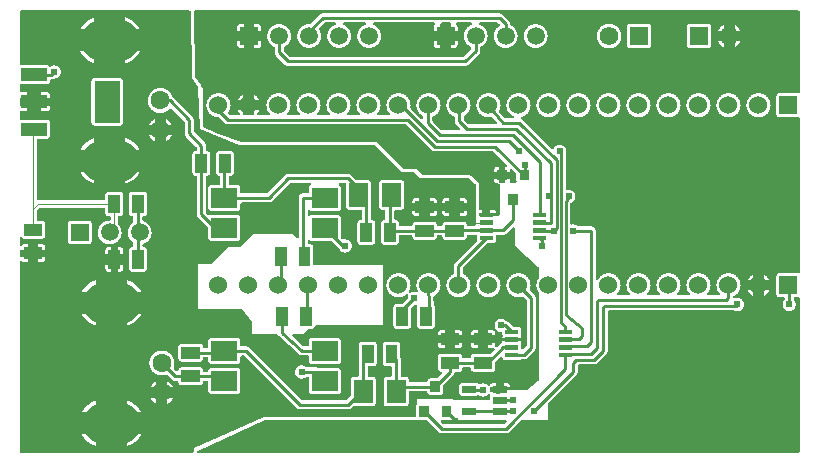
<source format=gbl>
G04 Layer: BottomLayer*
G04 EasyEDA v6.4.7, 2020-11-20T18:15:40+05:30*
G04 2bd19a94ae5149c988909f382a05baad,5a8210e43a1b4091af5044d7901ac753,10*
G04 Gerber Generator version 0.2*
G04 Scale: 100 percent, Rotated: No, Reflected: No *
G04 Dimensions in millimeters *
G04 leading zeros omitted , absolute positions ,3 integer and 3 decimal *
%FSLAX33Y33*%
%MOMM*%
G90*
D02*

%ADD10C,0.254000*%
%ADD11C,0.609600*%
%ADD12R,1.574800X1.574800*%
%ADD13C,1.574800*%
%ADD14C,1.524000*%
%ADD16C,1.500124*%
%ADD18C,1.498600*%
%ADD20C,1.600200*%
%ADD21C,3.500120*%
%ADD22C,0.119990*%

%LPD*%
G36*
G01X41376Y3048D02*
G01X36017Y3048D01*
G01X36002Y3046D01*
G01X35988Y3043D01*
G01X35975Y3038D01*
G01X35962Y3031D01*
G01X35951Y3023D01*
G01X35940Y3012D01*
G01X35931Y3001D01*
G01X35925Y2988D01*
G01X35920Y2974D01*
G01X35917Y2960D01*
G01X35916Y2946D01*
G01X35917Y2930D01*
G01X35920Y2914D01*
G01X35926Y2900D01*
G01X35935Y2886D01*
G01X35945Y2874D01*
G01X36120Y2699D01*
G01X36133Y2688D01*
G01X36146Y2680D01*
G01X36161Y2674D01*
G01X36176Y2670D01*
G01X36192Y2669D01*
G01X41200Y2669D01*
G01X41217Y2670D01*
G01X41232Y2674D01*
G01X41247Y2680D01*
G01X41260Y2688D01*
G01X41272Y2699D01*
G01X41448Y2874D01*
G01X41458Y2886D01*
G01X41467Y2900D01*
G01X41473Y2914D01*
G01X41476Y2930D01*
G01X41477Y2946D01*
G01X41476Y2960D01*
G01X41473Y2974D01*
G01X41468Y2988D01*
G01X41461Y3001D01*
G01X41453Y3012D01*
G01X41442Y3023D01*
G01X41431Y3031D01*
G01X41418Y3038D01*
G01X41405Y3043D01*
G01X41390Y3046D01*
G01X41376Y3048D01*
G37*

%LPD*%
G36*
G01X14634Y37716D02*
G01X358Y37716D01*
G01X343Y37715D01*
G01X329Y37712D01*
G01X315Y37707D01*
G01X303Y37700D01*
G01X291Y37691D01*
G01X281Y37681D01*
G01X272Y37669D01*
G01X265Y37657D01*
G01X260Y37643D01*
G01X257Y37629D01*
G01X256Y37614D01*
G01X256Y33173D01*
G01X257Y33158D01*
G01X260Y33144D01*
G01X265Y33130D01*
G01X272Y33118D01*
G01X281Y33106D01*
G01X291Y33096D01*
G01X303Y33087D01*
G01X315Y33080D01*
G01X329Y33075D01*
G01X343Y33072D01*
G01X358Y33071D01*
G01X368Y33072D01*
G01X393Y33073D01*
G01X2552Y33073D01*
G01X2575Y33072D01*
G01X2598Y33069D01*
G01X2620Y33064D01*
G01X2642Y33057D01*
G01X2663Y33048D01*
G01X2683Y33037D01*
G01X2702Y33025D01*
G01X2720Y33010D01*
G01X2737Y32995D01*
G01X2749Y32984D01*
G01X2763Y32975D01*
G01X2778Y32969D01*
G01X2794Y32965D01*
G01X2810Y32964D01*
G01X2824Y32965D01*
G01X2839Y32968D01*
G01X2853Y32973D01*
G01X2866Y32980D01*
G01X2897Y32999D01*
G01X2929Y33016D01*
G01X2962Y33031D01*
G01X2996Y33044D01*
G01X3031Y33054D01*
G01X3066Y33062D01*
G01X3102Y33068D01*
G01X3138Y33072D01*
G01X3175Y33073D01*
G01X3209Y33072D01*
G01X3242Y33069D01*
G01X3276Y33064D01*
G01X3309Y33057D01*
G01X3342Y33047D01*
G01X3374Y33036D01*
G01X3405Y33024D01*
G01X3436Y33008D01*
G01X3465Y32992D01*
G01X3494Y32973D01*
G01X3520Y32953D01*
G01X3547Y32932D01*
G01X3595Y32884D01*
G01X3616Y32857D01*
G01X3636Y32831D01*
G01X3655Y32802D01*
G01X3671Y32773D01*
G01X3687Y32742D01*
G01X3699Y32711D01*
G01X3710Y32679D01*
G01X3720Y32646D01*
G01X3727Y32613D01*
G01X3732Y32579D01*
G01X3735Y32546D01*
G01X3736Y32512D01*
G01X3735Y32477D01*
G01X3732Y32444D01*
G01X3727Y32410D01*
G01X3720Y32377D01*
G01X3710Y32344D01*
G01X3699Y32312D01*
G01X3687Y32281D01*
G01X3671Y32250D01*
G01X3655Y32221D01*
G01X3636Y32192D01*
G01X3616Y32166D01*
G01X3595Y32139D01*
G01X3547Y32091D01*
G01X3520Y32070D01*
G01X3494Y32050D01*
G01X3465Y32031D01*
G01X3436Y32015D01*
G01X3405Y31999D01*
G01X3374Y31987D01*
G01X3342Y31976D01*
G01X3309Y31966D01*
G01X3276Y31959D01*
G01X3242Y31954D01*
G01X3209Y31951D01*
G01X3175Y31950D01*
G01X3173Y31950D01*
G01X3156Y31949D01*
G01X3139Y31944D01*
G01X3123Y31937D01*
G01X3098Y31924D01*
G01X3072Y31913D01*
G01X3045Y31903D01*
G01X3018Y31896D01*
G01X2990Y31891D01*
G01X2962Y31888D01*
G01X2933Y31887D01*
G01X2910Y31887D01*
G01X2896Y31886D01*
G01X2882Y31883D01*
G01X2868Y31878D01*
G01X2855Y31870D01*
G01X2844Y31862D01*
G01X2834Y31852D01*
G01X2825Y31840D01*
G01X2818Y31827D01*
G01X2813Y31814D01*
G01X2810Y31799D01*
G01X2809Y31785D01*
G01X2809Y31724D01*
G01X2808Y31700D01*
G01X2804Y31677D01*
G01X2799Y31654D01*
G01X2791Y31632D01*
G01X2782Y31610D01*
G01X2770Y31589D01*
G01X2757Y31570D01*
G01X2742Y31551D01*
G01X2725Y31535D01*
G01X2707Y31519D01*
G01X2687Y31506D01*
G01X2667Y31494D01*
G01X2645Y31485D01*
G01X2622Y31477D01*
G01X2599Y31472D01*
G01X2576Y31469D01*
G01X2552Y31468D01*
G01X393Y31468D01*
G01X368Y31469D01*
G01X358Y31469D01*
G01X343Y31468D01*
G01X329Y31465D01*
G01X315Y31460D01*
G01X303Y31453D01*
G01X291Y31445D01*
G01X281Y31434D01*
G01X272Y31423D01*
G01X265Y31410D01*
G01X260Y31396D01*
G01X257Y31382D01*
G01X256Y31367D01*
G01X256Y30887D01*
G01X257Y30872D01*
G01X260Y30858D01*
G01X265Y30844D01*
G01X272Y30832D01*
G01X281Y30820D01*
G01X291Y30810D01*
G01X303Y30801D01*
G01X315Y30794D01*
G01X329Y30789D01*
G01X343Y30786D01*
G01X358Y30785D01*
G01X368Y30786D01*
G01X393Y30787D01*
G01X870Y30787D01*
G01X870Y30320D01*
G01X358Y30321D01*
G01X343Y30319D01*
G01X329Y30316D01*
G01X315Y30311D01*
G01X303Y30305D01*
G01X291Y30296D01*
G01X281Y30285D01*
G01X272Y30274D01*
G01X265Y30262D01*
G01X260Y30248D01*
G01X257Y30234D01*
G01X256Y30219D01*
G01X256Y29749D01*
G01X257Y29735D01*
G01X260Y29721D01*
G01X265Y29707D01*
G01X272Y29694D01*
G01X281Y29683D01*
G01X291Y29672D01*
G01X303Y29664D01*
G01X315Y29657D01*
G01X329Y29652D01*
G01X343Y29649D01*
G01X358Y29647D01*
G01X870Y29647D01*
G01X870Y29182D01*
G01X393Y29182D01*
G01X368Y29183D01*
G01X358Y29183D01*
G01X343Y29182D01*
G01X329Y29179D01*
G01X315Y29174D01*
G01X303Y29167D01*
G01X291Y29159D01*
G01X281Y29148D01*
G01X272Y29137D01*
G01X265Y29124D01*
G01X260Y29110D01*
G01X257Y29096D01*
G01X256Y29081D01*
G01X256Y28576D01*
G01X257Y28561D01*
G01X260Y28547D01*
G01X265Y28533D01*
G01X272Y28520D01*
G01X281Y28509D01*
G01X291Y28498D01*
G01X303Y28490D01*
G01X315Y28483D01*
G01X329Y28478D01*
G01X343Y28475D01*
G01X358Y28474D01*
G01X368Y28474D01*
G01X393Y28475D01*
G01X2552Y28475D01*
G01X2576Y28474D01*
G01X2599Y28471D01*
G01X2622Y28466D01*
G01X2645Y28458D01*
G01X2667Y28449D01*
G01X2687Y28437D01*
G01X2707Y28424D01*
G01X2725Y28408D01*
G01X2742Y28392D01*
G01X2757Y28373D01*
G01X2770Y28354D01*
G01X2782Y28333D01*
G01X2791Y28311D01*
G01X2799Y28289D01*
G01X2804Y28266D01*
G01X2808Y28243D01*
G01X2809Y28219D01*
G01X2809Y27127D01*
G01X2808Y27103D01*
G01X2804Y27079D01*
G01X2799Y27057D01*
G01X2791Y27034D01*
G01X2782Y27012D01*
G01X2770Y26992D01*
G01X2757Y26972D01*
G01X2742Y26954D01*
G01X2725Y26937D01*
G01X2707Y26922D01*
G01X2687Y26909D01*
G01X2667Y26897D01*
G01X2645Y26887D01*
G01X2622Y26880D01*
G01X2599Y26875D01*
G01X2576Y26871D01*
G01X2552Y26870D01*
G01X1815Y26870D01*
G01X1800Y26869D01*
G01X1786Y26866D01*
G01X1772Y26861D01*
G01X1760Y26854D01*
G01X1748Y26845D01*
G01X1738Y26835D01*
G01X1729Y26823D01*
G01X1722Y26811D01*
G01X1717Y26797D01*
G01X1714Y26783D01*
G01X1713Y26769D01*
G01X1713Y21754D01*
G01X1714Y21739D01*
G01X1717Y21725D01*
G01X1722Y21711D01*
G01X1729Y21699D01*
G01X1738Y21687D01*
G01X1748Y21677D01*
G01X1760Y21668D01*
G01X1772Y21661D01*
G01X1786Y21656D01*
G01X1800Y21653D01*
G01X1815Y21652D01*
G01X7412Y21652D01*
G01X7427Y21653D01*
G01X7441Y21656D01*
G01X7454Y21661D01*
G01X7467Y21668D01*
G01X7479Y21677D01*
G01X7489Y21687D01*
G01X7498Y21699D01*
G01X7505Y21711D01*
G01X7510Y21725D01*
G01X7513Y21739D01*
G01X7514Y21754D01*
G01X7514Y22111D01*
G01X7515Y22134D01*
G01X7518Y22157D01*
G01X7524Y22181D01*
G01X7531Y22203D01*
G01X7541Y22225D01*
G01X7552Y22245D01*
G01X7566Y22265D01*
G01X7581Y22283D01*
G01X7598Y22300D01*
G01X7616Y22315D01*
G01X7635Y22329D01*
G01X7656Y22340D01*
G01X7678Y22349D01*
G01X7700Y22357D01*
G01X7723Y22363D01*
G01X7747Y22366D01*
G01X7770Y22367D01*
G01X8771Y22367D01*
G01X8794Y22366D01*
G01X8818Y22363D01*
G01X8841Y22357D01*
G01X8863Y22349D01*
G01X8885Y22340D01*
G01X8906Y22329D01*
G01X8925Y22315D01*
G01X8943Y22300D01*
G01X8960Y22283D01*
G01X8975Y22265D01*
G01X8989Y22245D01*
G01X9000Y22225D01*
G01X9010Y22203D01*
G01X9017Y22181D01*
G01X9023Y22157D01*
G01X9026Y22134D01*
G01X9027Y22111D01*
G01X9027Y20560D01*
G01X9026Y20537D01*
G01X9023Y20514D01*
G01X9017Y20490D01*
G01X9010Y20468D01*
G01X9000Y20446D01*
G01X8989Y20426D01*
G01X8975Y20406D01*
G01X8960Y20388D01*
G01X8943Y20371D01*
G01X8925Y20356D01*
G01X8906Y20342D01*
G01X8885Y20331D01*
G01X8863Y20322D01*
G01X8841Y20314D01*
G01X8818Y20308D01*
G01X8794Y20305D01*
G01X8771Y20304D01*
G01X8689Y20304D01*
G01X8674Y20303D01*
G01X8660Y20300D01*
G01X8647Y20295D01*
G01X8633Y20288D01*
G01X8622Y20279D01*
G01X8612Y20269D01*
G01X8603Y20258D01*
G01X8596Y20244D01*
G01X8591Y20231D01*
G01X8588Y20217D01*
G01X8587Y20202D01*
G01X8587Y19673D01*
G01X8588Y19658D01*
G01X8591Y19643D01*
G01X8597Y19630D01*
G01X8605Y19616D01*
G01X8614Y19604D01*
G01X8645Y19569D01*
G01X8674Y19533D01*
G01X8702Y19495D01*
G01X8727Y19456D01*
G01X8751Y19415D01*
G01X8773Y19374D01*
G01X8793Y19332D01*
G01X8811Y19289D01*
G01X8827Y19245D01*
G01X8841Y19200D01*
G01X8853Y19155D01*
G01X8863Y19109D01*
G01X8870Y19063D01*
G01X8876Y19016D01*
G01X8879Y18969D01*
G01X8880Y18923D01*
G01X8879Y18876D01*
G01X8876Y18830D01*
G01X8870Y18783D01*
G01X8863Y18738D01*
G01X8853Y18692D01*
G01X8842Y18647D01*
G01X8828Y18602D01*
G01X8812Y18559D01*
G01X8795Y18516D01*
G01X8775Y18474D01*
G01X8753Y18433D01*
G01X8729Y18393D01*
G01X8704Y18354D01*
G01X8677Y18316D01*
G01X8648Y18279D01*
G01X8617Y18244D01*
G01X8585Y18211D01*
G01X8552Y18179D01*
G01X8517Y18148D01*
G01X8480Y18119D01*
G01X8442Y18092D01*
G01X8403Y18067D01*
G01X8363Y18043D01*
G01X8322Y18021D01*
G01X8280Y18001D01*
G01X8237Y17984D01*
G01X8194Y17968D01*
G01X8149Y17954D01*
G01X8104Y17943D01*
G01X8058Y17933D01*
G01X8013Y17926D01*
G01X7966Y17920D01*
G01X7920Y17917D01*
G01X7874Y17916D01*
G01X7827Y17917D01*
G01X7781Y17920D01*
G01X7734Y17926D01*
G01X7689Y17933D01*
G01X7643Y17943D01*
G01X7598Y17954D01*
G01X7553Y17968D01*
G01X7510Y17984D01*
G01X7467Y18001D01*
G01X7425Y18021D01*
G01X7384Y18043D01*
G01X7344Y18067D01*
G01X7305Y18092D01*
G01X7267Y18119D01*
G01X7230Y18148D01*
G01X7195Y18179D01*
G01X7162Y18211D01*
G01X7130Y18244D01*
G01X7099Y18279D01*
G01X7070Y18316D01*
G01X7043Y18354D01*
G01X7018Y18393D01*
G01X6994Y18433D01*
G01X6972Y18474D01*
G01X6952Y18516D01*
G01X6935Y18559D01*
G01X6919Y18602D01*
G01X6905Y18647D01*
G01X6894Y18692D01*
G01X6884Y18738D01*
G01X6877Y18783D01*
G01X6871Y18830D01*
G01X6868Y18876D01*
G01X6867Y18923D01*
G01X6868Y18968D01*
G01X6871Y19014D01*
G01X6876Y19060D01*
G01X6883Y19105D01*
G01X6893Y19150D01*
G01X6904Y19195D01*
G01X6918Y19238D01*
G01X6933Y19282D01*
G01X6950Y19324D01*
G01X6970Y19366D01*
G01X6991Y19407D01*
G01X7014Y19447D01*
G01X7039Y19485D01*
G01X7065Y19523D01*
G01X7094Y19559D01*
G01X7124Y19594D01*
G01X7155Y19628D01*
G01X7188Y19660D01*
G01X7222Y19690D01*
G01X7258Y19719D01*
G01X7295Y19746D01*
G01X7333Y19772D01*
G01X7373Y19796D01*
G01X7413Y19818D01*
G01X7454Y19837D01*
G01X7496Y19856D01*
G01X7539Y19872D01*
G01X7583Y19886D01*
G01X7627Y19898D01*
G01X7672Y19909D01*
G01X7717Y19917D01*
G01X7763Y19923D01*
G01X7808Y19927D01*
G01X7854Y19929D01*
G01X7870Y19930D01*
G01X7885Y19934D01*
G01X7900Y19941D01*
G01X7913Y19949D01*
G01X7925Y19959D01*
G01X7935Y19972D01*
G01X7943Y19985D01*
G01X7949Y19999D01*
G01X7953Y20015D01*
G01X7954Y20030D01*
G01X7954Y20202D01*
G01X7953Y20217D01*
G01X7950Y20231D01*
G01X7945Y20244D01*
G01X7938Y20258D01*
G01X7929Y20269D01*
G01X7919Y20279D01*
G01X7908Y20288D01*
G01X7894Y20295D01*
G01X7881Y20300D01*
G01X7867Y20303D01*
G01X7852Y20304D01*
G01X7770Y20304D01*
G01X7747Y20305D01*
G01X7723Y20308D01*
G01X7700Y20314D01*
G01X7678Y20322D01*
G01X7656Y20331D01*
G01X7635Y20342D01*
G01X7616Y20356D01*
G01X7598Y20371D01*
G01X7581Y20388D01*
G01X7566Y20406D01*
G01X7552Y20426D01*
G01X7541Y20446D01*
G01X7531Y20468D01*
G01X7524Y20490D01*
G01X7518Y20514D01*
G01X7515Y20537D01*
G01X7514Y20560D01*
G01X7514Y20917D01*
G01X7513Y20932D01*
G01X7510Y20946D01*
G01X7505Y20960D01*
G01X7498Y20972D01*
G01X7489Y20984D01*
G01X7479Y20994D01*
G01X7467Y21003D01*
G01X7454Y21010D01*
G01X7441Y21015D01*
G01X7427Y21018D01*
G01X7412Y21019D01*
G01X1957Y21019D01*
G01X1941Y21017D01*
G01X1926Y21014D01*
G01X1911Y21008D01*
G01X1897Y21000D01*
G01X1885Y20989D01*
G01X1743Y20847D01*
G01X1732Y20835D01*
G01X1724Y20821D01*
G01X1718Y20806D01*
G01X1715Y20791D01*
G01X1713Y20775D01*
G01X1713Y20019D01*
G01X1714Y20004D01*
G01X1717Y19990D01*
G01X1722Y19977D01*
G01X1729Y19964D01*
G01X1738Y19952D01*
G01X1748Y19942D01*
G01X1760Y19933D01*
G01X1772Y19926D01*
G01X1786Y19921D01*
G01X1800Y19918D01*
G01X1815Y19917D01*
G01X2172Y19917D01*
G01X2195Y19916D01*
G01X2218Y19913D01*
G01X2242Y19907D01*
G01X2264Y19900D01*
G01X2286Y19890D01*
G01X2306Y19879D01*
G01X2326Y19865D01*
G01X2344Y19850D01*
G01X2361Y19833D01*
G01X2376Y19815D01*
G01X2390Y19796D01*
G01X2401Y19775D01*
G01X2410Y19753D01*
G01X2418Y19731D01*
G01X2424Y19708D01*
G01X2427Y19684D01*
G01X2428Y19661D01*
G01X2428Y18660D01*
G01X2427Y18637D01*
G01X2424Y18613D01*
G01X2418Y18590D01*
G01X2410Y18568D01*
G01X2401Y18546D01*
G01X2390Y18525D01*
G01X2376Y18506D01*
G01X2361Y18488D01*
G01X2344Y18471D01*
G01X2326Y18456D01*
G01X2306Y18442D01*
G01X2286Y18431D01*
G01X2264Y18421D01*
G01X2242Y18414D01*
G01X2218Y18408D01*
G01X2195Y18405D01*
G01X2172Y18404D01*
G01X621Y18404D01*
G01X598Y18405D01*
G01X575Y18408D01*
G01X552Y18413D01*
G01X529Y18421D01*
G01X508Y18431D01*
G01X487Y18442D01*
G01X467Y18455D01*
G01X449Y18470D01*
G01X432Y18487D01*
G01X420Y18498D01*
G01X406Y18507D01*
G01X391Y18515D01*
G01X374Y18519D01*
G01X358Y18520D01*
G01X343Y18519D01*
G01X329Y18516D01*
G01X315Y18511D01*
G01X303Y18504D01*
G01X291Y18495D01*
G01X281Y18485D01*
G01X272Y18473D01*
G01X265Y18461D01*
G01X260Y18447D01*
G01X257Y18433D01*
G01X256Y18419D01*
G01X256Y17902D01*
G01X257Y17888D01*
G01X260Y17874D01*
G01X265Y17860D01*
G01X272Y17848D01*
G01X281Y17836D01*
G01X291Y17826D01*
G01X303Y17817D01*
G01X315Y17810D01*
G01X329Y17805D01*
G01X343Y17802D01*
G01X358Y17801D01*
G01X374Y17802D01*
G01X391Y17806D01*
G01X406Y17814D01*
G01X420Y17823D01*
G01X432Y17834D01*
G01X449Y17851D01*
G01X467Y17866D01*
G01X487Y17879D01*
G01X508Y17890D01*
G01X529Y17900D01*
G01X552Y17908D01*
G01X575Y17913D01*
G01X598Y17916D01*
G01X621Y17917D01*
G01X945Y17917D01*
G01X945Y17474D01*
G01X358Y17474D01*
G01X343Y17473D01*
G01X329Y17470D01*
G01X315Y17465D01*
G01X303Y17458D01*
G01X291Y17449D01*
G01X281Y17439D01*
G01X272Y17427D01*
G01X265Y17415D01*
G01X260Y17401D01*
G01X257Y17387D01*
G01X256Y17373D01*
G01X256Y16948D01*
G01X257Y16934D01*
G01X260Y16920D01*
G01X265Y16906D01*
G01X272Y16894D01*
G01X281Y16882D01*
G01X291Y16872D01*
G01X303Y16863D01*
G01X315Y16856D01*
G01X329Y16851D01*
G01X343Y16848D01*
G01X358Y16847D01*
G01X945Y16847D01*
G01X945Y16404D01*
G01X621Y16404D01*
G01X598Y16405D01*
G01X575Y16408D01*
G01X552Y16413D01*
G01X529Y16421D01*
G01X508Y16431D01*
G01X487Y16442D01*
G01X467Y16455D01*
G01X449Y16470D01*
G01X432Y16487D01*
G01X420Y16498D01*
G01X406Y16507D01*
G01X391Y16515D01*
G01X374Y16519D01*
G01X358Y16520D01*
G01X343Y16519D01*
G01X329Y16516D01*
G01X315Y16511D01*
G01X303Y16504D01*
G01X291Y16495D01*
G01X281Y16485D01*
G01X272Y16473D01*
G01X265Y16461D01*
G01X260Y16447D01*
G01X257Y16433D01*
G01X256Y16419D01*
G01X256Y358D01*
G01X257Y343D01*
G01X260Y329D01*
G01X265Y315D01*
G01X272Y303D01*
G01X281Y291D01*
G01X291Y281D01*
G01X303Y272D01*
G01X315Y265D01*
G01X329Y260D01*
G01X343Y257D01*
G01X358Y256D01*
G01X14884Y256D01*
G01X14898Y257D01*
G01X14912Y260D01*
G01X14926Y265D01*
G01X14939Y272D01*
G01X14950Y281D01*
G01X14961Y291D01*
G01X14969Y303D01*
G01X14976Y315D01*
G01X14981Y329D01*
G01X14984Y343D01*
G01X14986Y358D01*
G01X14986Y653D01*
G01X17905Y1904D01*
G01X17908Y1905D01*
G01X20955Y3302D01*
G01X33734Y3302D01*
G01X33749Y3303D01*
G01X33763Y3306D01*
G01X33777Y3311D01*
G01X33790Y3318D01*
G01X33801Y3326D01*
G01X33811Y3337D01*
G01X33820Y3348D01*
G01X33827Y3361D01*
G01X33832Y3375D01*
G01X33835Y3389D01*
G01X33836Y3403D01*
G01X33836Y4234D01*
G01X33837Y4258D01*
G01X33840Y4281D01*
G01X33846Y4304D01*
G01X33854Y4326D01*
G01X33863Y4348D01*
G01X33874Y4369D01*
G01X33888Y4388D01*
G01X33897Y4402D01*
G01X33903Y4417D01*
G01X33907Y4433D01*
G01X33909Y4450D01*
G01X33909Y4826D01*
G01X39959Y4715D01*
G01X39961Y4715D01*
G01X39976Y4716D01*
G01X39990Y4719D01*
G01X40003Y4724D01*
G01X40016Y4732D01*
G01X40028Y4740D01*
G01X40038Y4750D01*
G01X40047Y4762D01*
G01X40054Y4775D01*
G01X40059Y4788D01*
G01X40062Y4803D01*
G01X40063Y4817D01*
G01X40063Y4974D01*
G01X40064Y4999D01*
G01X40067Y5023D01*
G01X40074Y5046D01*
G01X40081Y5070D01*
G01X40092Y5092D01*
G01X40104Y5113D01*
G01X40111Y5126D01*
G01X40116Y5139D01*
G01X40119Y5154D01*
G01X40120Y5168D01*
G01X40119Y5183D01*
G01X40116Y5197D01*
G01X40111Y5211D01*
G01X40104Y5224D01*
G01X40102Y5228D01*
G01X40093Y5240D01*
G01X40082Y5250D01*
G01X40071Y5259D01*
G01X40058Y5266D01*
G01X40044Y5272D01*
G01X40029Y5275D01*
G01X40015Y5276D01*
G01X40000Y5275D01*
G01X39985Y5272D01*
G01X39971Y5266D01*
G01X39958Y5258D01*
G01X39946Y5249D01*
G01X39935Y5237D01*
G01X39912Y5210D01*
G01X39887Y5184D01*
G01X39860Y5160D01*
G01X39832Y5138D01*
G01X39803Y5117D01*
G01X39772Y5098D01*
G01X39740Y5082D01*
G01X39707Y5067D01*
G01X39673Y5055D01*
G01X39639Y5044D01*
G01X39604Y5036D01*
G01X39568Y5031D01*
G01X39533Y5027D01*
G01X39497Y5026D01*
G01X39461Y5027D01*
G01X39426Y5031D01*
G01X39391Y5036D01*
G01X39356Y5044D01*
G01X39322Y5054D01*
G01X39289Y5066D01*
G01X39257Y5080D01*
G01X39225Y5096D01*
G01X39195Y5114D01*
G01X39166Y5134D01*
G01X39152Y5142D01*
G01X39137Y5149D01*
G01X39122Y5152D01*
G01X39106Y5154D01*
G01X39088Y5152D01*
G01X39071Y5148D01*
G01X39031Y5128D01*
G01X39006Y5119D01*
G01X38980Y5112D01*
G01X38954Y5107D01*
G01X38928Y5106D01*
G01X37729Y5106D01*
G01X37705Y5107D01*
G01X37681Y5110D01*
G01X37659Y5116D01*
G01X37636Y5124D01*
G01X37614Y5133D01*
G01X37594Y5145D01*
G01X37574Y5158D01*
G01X37556Y5173D01*
G01X37539Y5190D01*
G01X37524Y5208D01*
G01X37511Y5228D01*
G01X37499Y5248D01*
G01X37489Y5270D01*
G01X37482Y5292D01*
G01X37477Y5316D01*
G01X37473Y5339D01*
G01X37472Y5362D01*
G01X37472Y5914D01*
G01X37473Y5938D01*
G01X37477Y5961D01*
G01X37482Y5984D01*
G01X37489Y6007D01*
G01X37499Y6028D01*
G01X37511Y6049D01*
G01X37524Y6069D01*
G01X37539Y6087D01*
G01X37556Y6104D01*
G01X37574Y6118D01*
G01X37594Y6132D01*
G01X37614Y6144D01*
G01X37636Y6153D01*
G01X37659Y6161D01*
G01X37681Y6166D01*
G01X37705Y6169D01*
G01X37729Y6170D01*
G01X38928Y6170D01*
G01X38952Y6169D01*
G01X38977Y6166D01*
G01X39001Y6160D01*
G01X39025Y6151D01*
G01X39047Y6141D01*
G01X39069Y6128D01*
G01X39089Y6113D01*
G01X39107Y6097D01*
G01X39120Y6087D01*
G01X39133Y6079D01*
G01X39148Y6073D01*
G01X39163Y6069D01*
G01X39178Y6068D01*
G01X39195Y6069D01*
G01X39212Y6073D01*
G01X39227Y6080D01*
G01X39259Y6096D01*
G01X39291Y6110D01*
G01X39324Y6121D01*
G01X39358Y6132D01*
G01X39392Y6139D01*
G01X39426Y6144D01*
G01X39461Y6148D01*
G01X39497Y6149D01*
G01X39532Y6148D01*
G01X39568Y6144D01*
G01X39603Y6139D01*
G01X39637Y6131D01*
G01X39672Y6121D01*
G01X39705Y6109D01*
G01X39738Y6094D01*
G01X39769Y6078D01*
G01X39800Y6060D01*
G01X39829Y6040D01*
G01X39857Y6018D01*
G01X39884Y5994D01*
G01X39908Y5969D01*
G01X39921Y5957D01*
G01X39935Y5948D01*
G01X39951Y5942D01*
G01X39966Y5938D01*
G01X39983Y5936D01*
G01X39999Y5937D01*
G01X40014Y5941D01*
G01X40028Y5946D01*
G01X40042Y5954D01*
G01X40053Y5964D01*
G01X40064Y5976D01*
G01X40072Y5988D01*
G01X40079Y6003D01*
G01X40088Y6024D01*
G01X40099Y6046D01*
G01X40113Y6066D01*
G01X40128Y6084D01*
G01X40145Y6102D01*
G01X40163Y6117D01*
G01X40183Y6131D01*
G01X40204Y6143D01*
G01X40225Y6152D01*
G01X40248Y6161D01*
G01X40272Y6166D01*
G01X40296Y6169D01*
G01X40319Y6170D01*
G01X40556Y6170D01*
G01X40556Y5839D01*
G01X40142Y5839D01*
G01X40127Y5838D01*
G01X40114Y5835D01*
G01X40100Y5830D01*
G01X40087Y5824D01*
G01X40076Y5815D01*
G01X40065Y5804D01*
G01X40057Y5793D01*
G01X40050Y5780D01*
G01X40045Y5767D01*
G01X40042Y5753D01*
G01X40041Y5738D01*
G01X40043Y5715D01*
G01X40051Y5673D01*
G01X40056Y5630D01*
G01X40058Y5588D01*
G01X40056Y5546D01*
G01X40056Y5539D01*
G01X40057Y5524D01*
G01X40060Y5510D01*
G01X40065Y5497D01*
G01X40072Y5484D01*
G01X40081Y5472D01*
G01X40091Y5462D01*
G01X40103Y5453D01*
G01X40115Y5446D01*
G01X40129Y5441D01*
G01X40143Y5438D01*
G01X40157Y5437D01*
G01X40556Y5437D01*
G01X40556Y5332D01*
G01X40557Y5318D01*
G01X40560Y5304D01*
G01X40565Y5290D01*
G01X40572Y5277D01*
G01X40581Y5266D01*
G01X40591Y5255D01*
G01X40602Y5247D01*
G01X40615Y5240D01*
G01X40629Y5235D01*
G01X40643Y5232D01*
G01X40657Y5230D01*
G01X40792Y5230D01*
G01X40806Y5232D01*
G01X40820Y5235D01*
G01X40834Y5240D01*
G01X40847Y5247D01*
G01X40858Y5255D01*
G01X40869Y5266D01*
G01X40877Y5277D01*
G01X40884Y5290D01*
G01X40889Y5304D01*
G01X40892Y5318D01*
G01X40894Y5332D01*
G01X40894Y5588D01*
G01X43145Y5588D01*
G01X43162Y5589D01*
G01X43178Y5593D01*
G01X43193Y5599D01*
G01X43206Y5608D01*
G01X44155Y6319D01*
G01X44167Y6329D01*
G01X44177Y6341D01*
G01X44185Y6355D01*
G01X44191Y6369D01*
G01X44194Y6385D01*
G01X44196Y6400D01*
G01X44196Y13837D01*
G01X44194Y13852D01*
G01X44191Y13867D01*
G01X44186Y13881D01*
G01X44179Y13894D01*
G01X44154Y13932D01*
G01X44131Y13973D01*
G01X44111Y14013D01*
G01X44091Y14055D01*
G01X44059Y14141D01*
G01X44046Y14185D01*
G01X44034Y14229D01*
G01X44025Y14274D01*
G01X44018Y14320D01*
G01X44013Y14365D01*
G01X44010Y14410D01*
G01X44009Y14457D01*
G01X44010Y14502D01*
G01X44013Y14548D01*
G01X44018Y14594D01*
G01X44025Y14639D01*
G01X44034Y14684D01*
G01X44046Y14728D01*
G01X44059Y14772D01*
G01X44075Y14816D01*
G01X44091Y14858D01*
G01X44111Y14900D01*
G01X44131Y14941D01*
G01X44154Y14980D01*
G01X44179Y15020D01*
G01X44186Y15032D01*
G01X44191Y15046D01*
G01X44194Y15061D01*
G01X44196Y15075D01*
G01X44196Y15955D01*
G01X44194Y15970D01*
G01X44191Y15984D01*
G01X44186Y15997D01*
G01X44180Y16010D01*
G01X44171Y16022D01*
G01X44161Y16032D01*
G01X42164Y17780D01*
G01X42164Y19278D01*
G01X42162Y19292D01*
G01X42159Y19307D01*
G01X42154Y19320D01*
G01X42147Y19332D01*
G01X42139Y19344D01*
G01X42128Y19354D01*
G01X42117Y19363D01*
G01X42104Y19370D01*
G01X42090Y19375D01*
G01X42076Y19378D01*
G01X42062Y19379D01*
G01X42046Y19378D01*
G01X42030Y19375D01*
G01X42016Y19369D01*
G01X42002Y19360D01*
G01X41990Y19350D01*
G01X41470Y18829D01*
G01X41447Y18809D01*
G01X41424Y18790D01*
G01X41399Y18773D01*
G01X41373Y18758D01*
G01X41345Y18746D01*
G01X41317Y18736D01*
G01X41288Y18727D01*
G01X41258Y18721D01*
G01X41228Y18718D01*
G01X41198Y18717D01*
G01X40684Y18717D01*
G01X40669Y18716D01*
G01X40655Y18713D01*
G01X40642Y18708D01*
G01X40629Y18701D01*
G01X40618Y18692D01*
G01X40607Y18682D01*
G01X40598Y18670D01*
G01X40592Y18657D01*
G01X40587Y18644D01*
G01X40584Y18629D01*
G01X40583Y18615D01*
G01X40582Y18615D01*
G01X40583Y18266D01*
G01X40581Y18242D01*
G01X40578Y18219D01*
G01X40572Y18196D01*
G01X40565Y18173D01*
G01X40556Y18151D01*
G01X40544Y18131D01*
G01X40530Y18111D01*
G01X40516Y18093D01*
G01X40499Y18076D01*
G01X40480Y18061D01*
G01X40461Y18048D01*
G01X40440Y18036D01*
G01X40419Y18027D01*
G01X40396Y18019D01*
G01X40373Y18014D01*
G01X40349Y18011D01*
G01X40326Y18009D01*
G01X39904Y18009D01*
G01X39889Y18008D01*
G01X39873Y18005D01*
G01X39858Y17998D01*
G01X39845Y17990D01*
G01X39833Y17980D01*
G01X37821Y15968D01*
G01X37810Y15956D01*
G01X37802Y15942D01*
G01X37796Y15927D01*
G01X37792Y15912D01*
G01X37791Y15896D01*
G01X37791Y15466D01*
G01X37793Y15450D01*
G01X37796Y15434D01*
G01X37803Y15419D01*
G01X37811Y15405D01*
G01X37822Y15393D01*
G01X37835Y15383D01*
G01X37849Y15375D01*
G01X37890Y15354D01*
G01X37929Y15331D01*
G01X37968Y15307D01*
G01X38006Y15281D01*
G01X38042Y15253D01*
G01X38077Y15224D01*
G01X38111Y15193D01*
G01X38143Y15161D01*
G01X38174Y15127D01*
G01X38204Y15092D01*
G01X38231Y15056D01*
G01X38257Y15018D01*
G01X38282Y14979D01*
G01X38304Y14939D01*
G01X38325Y14899D01*
G01X38344Y14857D01*
G01X38361Y14815D01*
G01X38376Y14772D01*
G01X38389Y14727D01*
G01X38400Y14683D01*
G01X38410Y14639D01*
G01X38417Y14593D01*
G01X38422Y14548D01*
G01X38425Y14502D01*
G01X38426Y14457D01*
G01X38425Y14411D01*
G01X38422Y14365D01*
G01X38417Y14320D01*
G01X38410Y14275D01*
G01X38401Y14230D01*
G01X38390Y14185D01*
G01X38376Y14142D01*
G01X38361Y14099D01*
G01X38344Y14056D01*
G01X38325Y14015D01*
G01X38304Y13974D01*
G01X38282Y13934D01*
G01X38257Y13895D01*
G01X38232Y13858D01*
G01X38204Y13822D01*
G01X38175Y13787D01*
G01X38144Y13753D01*
G01X38111Y13720D01*
G01X38078Y13690D01*
G01X38043Y13660D01*
G01X38006Y13633D01*
G01X37968Y13606D01*
G01X37930Y13582D01*
G01X37890Y13560D01*
G01X37850Y13539D01*
G01X37808Y13520D01*
G01X37765Y13503D01*
G01X37722Y13488D01*
G01X37678Y13475D01*
G01X37634Y13464D01*
G01X37589Y13454D01*
G01X37544Y13447D01*
G01X37499Y13442D01*
G01X37453Y13439D01*
G01X37408Y13438D01*
G01X37362Y13439D01*
G01X37316Y13442D01*
G01X37271Y13447D01*
G01X37226Y13454D01*
G01X37181Y13464D01*
G01X37136Y13475D01*
G01X37093Y13488D01*
G01X37049Y13503D01*
G01X37007Y13520D01*
G01X36966Y13539D01*
G01X36925Y13560D01*
G01X36885Y13582D01*
G01X36846Y13606D01*
G01X36809Y13633D01*
G01X36773Y13660D01*
G01X36738Y13690D01*
G01X36704Y13720D01*
G01X36672Y13753D01*
G01X36641Y13787D01*
G01X36611Y13822D01*
G01X36584Y13858D01*
G01X36557Y13895D01*
G01X36533Y13934D01*
G01X36510Y13974D01*
G01X36490Y14015D01*
G01X36471Y14056D01*
G01X36454Y14099D01*
G01X36439Y14142D01*
G01X36426Y14185D01*
G01X36414Y14230D01*
G01X36405Y14275D01*
G01X36398Y14320D01*
G01X36393Y14365D01*
G01X36390Y14411D01*
G01X36389Y14457D01*
G01X36390Y14502D01*
G01X36393Y14548D01*
G01X36398Y14593D01*
G01X36405Y14639D01*
G01X36414Y14683D01*
G01X36426Y14728D01*
G01X36439Y14772D01*
G01X36454Y14815D01*
G01X36471Y14857D01*
G01X36490Y14899D01*
G01X36511Y14940D01*
G01X36533Y14979D01*
G01X36558Y15018D01*
G01X36584Y15056D01*
G01X36612Y15092D01*
G01X36641Y15127D01*
G01X36672Y15161D01*
G01X36704Y15193D01*
G01X36738Y15224D01*
G01X36773Y15253D01*
G01X36810Y15281D01*
G01X36847Y15307D01*
G01X36886Y15331D01*
G01X36926Y15354D01*
G01X36967Y15375D01*
G01X36980Y15383D01*
G01X36993Y15393D01*
G01X37004Y15406D01*
G01X37012Y15419D01*
G01X37019Y15434D01*
G01X37023Y15450D01*
G01X37024Y15466D01*
G01X37024Y16097D01*
G01X37025Y16127D01*
G01X37029Y16157D01*
G01X37035Y16186D01*
G01X37041Y16210D01*
G01X37048Y16230D01*
G01X37051Y16239D01*
G01X37062Y16263D01*
G01X37074Y16285D01*
G01X37080Y16297D01*
G01X37095Y16318D01*
G01X37113Y16343D01*
G01X37116Y16346D01*
G01X37136Y16368D01*
G01X38940Y18172D01*
G01X38951Y18184D01*
G01X38959Y18198D01*
G01X38965Y18213D01*
G01X38969Y18228D01*
G01X38970Y18244D01*
G01X38970Y18615D01*
G01X38968Y18629D01*
G01X38965Y18644D01*
G01X38960Y18657D01*
G01X38953Y18670D01*
G01X38945Y18682D01*
G01X38934Y18692D01*
G01X38923Y18701D01*
G01X38910Y18708D01*
G01X38897Y18713D01*
G01X38882Y18716D01*
G01X38868Y18717D01*
G01X38217Y18717D01*
G01X38202Y18716D01*
G01X38188Y18713D01*
G01X38175Y18708D01*
G01X38161Y18701D01*
G01X38150Y18692D01*
G01X38140Y18682D01*
G01X38131Y18670D01*
G01X38124Y18657D01*
G01X38119Y18644D01*
G01X38116Y18629D01*
G01X38115Y18615D01*
G01X38115Y18565D01*
G01X38114Y18542D01*
G01X38111Y18518D01*
G01X38105Y18495D01*
G01X38097Y18473D01*
G01X38088Y18451D01*
G01X38077Y18430D01*
G01X38063Y18411D01*
G01X38048Y18393D01*
G01X38031Y18376D01*
G01X38013Y18361D01*
G01X37993Y18347D01*
G01X37973Y18336D01*
G01X37951Y18326D01*
G01X37929Y18319D01*
G01X37905Y18313D01*
G01X37882Y18310D01*
G01X37859Y18309D01*
G01X36308Y18309D01*
G01X36285Y18310D01*
G01X36262Y18313D01*
G01X36238Y18319D01*
G01X36216Y18326D01*
G01X36194Y18336D01*
G01X36174Y18347D01*
G01X36154Y18361D01*
G01X36136Y18376D01*
G01X36119Y18393D01*
G01X36104Y18411D01*
G01X36090Y18430D01*
G01X36079Y18451D01*
G01X36070Y18473D01*
G01X36062Y18495D01*
G01X36056Y18518D01*
G01X36053Y18542D01*
G01X36052Y18565D01*
G01X36052Y18581D01*
G01X36051Y18595D01*
G01X36048Y18609D01*
G01X36043Y18623D01*
G01X36036Y18635D01*
G01X36027Y18647D01*
G01X36017Y18657D01*
G01X36006Y18666D01*
G01X35992Y18673D01*
G01X35979Y18678D01*
G01X35965Y18681D01*
G01X35950Y18682D01*
G01X35677Y18682D01*
G01X35662Y18681D01*
G01X35648Y18678D01*
G01X35635Y18673D01*
G01X35621Y18666D01*
G01X35610Y18657D01*
G01X35600Y18647D01*
G01X35591Y18635D01*
G01X35584Y18623D01*
G01X35579Y18609D01*
G01X35576Y18595D01*
G01X35575Y18581D01*
G01X35575Y18565D01*
G01X35574Y18542D01*
G01X35571Y18518D01*
G01X35565Y18495D01*
G01X35557Y18473D01*
G01X35548Y18451D01*
G01X35537Y18430D01*
G01X35523Y18411D01*
G01X35508Y18393D01*
G01X35491Y18376D01*
G01X35473Y18361D01*
G01X35453Y18347D01*
G01X35433Y18336D01*
G01X35411Y18326D01*
G01X35389Y18319D01*
G01X35365Y18313D01*
G01X35342Y18310D01*
G01X35319Y18309D01*
G01X33768Y18309D01*
G01X33745Y18310D01*
G01X33722Y18313D01*
G01X33698Y18319D01*
G01X33676Y18326D01*
G01X33654Y18336D01*
G01X33634Y18347D01*
G01X33614Y18361D01*
G01X33596Y18376D01*
G01X33579Y18393D01*
G01X33564Y18411D01*
G01X33550Y18430D01*
G01X33539Y18451D01*
G01X33530Y18473D01*
G01X33522Y18495D01*
G01X33516Y18518D01*
G01X33513Y18542D01*
G01X33512Y18565D01*
G01X33512Y18581D01*
G01X33511Y18595D01*
G01X33508Y18609D01*
G01X33503Y18623D01*
G01X33496Y18635D01*
G01X33487Y18647D01*
G01X33477Y18657D01*
G01X33466Y18666D01*
G01X33452Y18673D01*
G01X33439Y18678D01*
G01X33425Y18681D01*
G01X33410Y18682D01*
G01X32465Y18682D01*
G01X32450Y18681D01*
G01X32436Y18678D01*
G01X32423Y18673D01*
G01X32410Y18666D01*
G01X32398Y18657D01*
G01X32388Y18647D01*
G01X32379Y18635D01*
G01X32372Y18623D01*
G01X32367Y18609D01*
G01X32364Y18595D01*
G01X32363Y18581D01*
G01X32363Y18147D01*
G01X32362Y18124D01*
G01X32359Y18101D01*
G01X32353Y18077D01*
G01X32346Y18055D01*
G01X32336Y18033D01*
G01X32325Y18013D01*
G01X32311Y17993D01*
G01X32296Y17975D01*
G01X32279Y17958D01*
G01X32261Y17943D01*
G01X32242Y17929D01*
G01X32221Y17918D01*
G01X32199Y17909D01*
G01X32177Y17901D01*
G01X32154Y17895D01*
G01X32130Y17892D01*
G01X32107Y17891D01*
G01X31106Y17891D01*
G01X31083Y17892D01*
G01X31059Y17895D01*
G01X31036Y17901D01*
G01X31014Y17909D01*
G01X30992Y17918D01*
G01X30971Y17929D01*
G01X30952Y17943D01*
G01X30934Y17958D01*
G01X30917Y17975D01*
G01X30902Y17993D01*
G01X30888Y18013D01*
G01X30877Y18033D01*
G01X30867Y18055D01*
G01X30860Y18077D01*
G01X30854Y18101D01*
G01X30851Y18124D01*
G01X30850Y18147D01*
G01X30850Y19698D01*
G01X30851Y19721D01*
G01X30854Y19744D01*
G01X30860Y19768D01*
G01X30867Y19790D01*
G01X30877Y19812D01*
G01X30888Y19832D01*
G01X30902Y19852D01*
G01X30917Y19870D01*
G01X30934Y19887D01*
G01X30952Y19902D01*
G01X30971Y19916D01*
G01X30992Y19927D01*
G01X31014Y19936D01*
G01X31036Y19944D01*
G01X31059Y19950D01*
G01X31083Y19953D01*
G01X31106Y19954D01*
G01X31122Y19954D01*
G01X31136Y19955D01*
G01X31150Y19958D01*
G01X31164Y19963D01*
G01X31176Y19970D01*
G01X31188Y19979D01*
G01X31198Y19989D01*
G01X31207Y20000D01*
G01X31214Y20014D01*
G01X31219Y20027D01*
G01X31222Y20041D01*
G01X31223Y20056D01*
G01X31223Y20740D01*
G01X31222Y20754D01*
G01X31219Y20769D01*
G01X31214Y20782D01*
G01X31207Y20795D01*
G01X31198Y20806D01*
G01X31188Y20817D01*
G01X31176Y20825D01*
G01X31164Y20832D01*
G01X31150Y20837D01*
G01X31136Y20840D01*
G01X31122Y20841D01*
G01X30952Y20841D01*
G01X30928Y20843D01*
G01X30905Y20846D01*
G01X30882Y20851D01*
G01X30859Y20859D01*
G01X30838Y20868D01*
G01X30817Y20880D01*
G01X30779Y20908D01*
G01X30762Y20925D01*
G01X30747Y20943D01*
G01X30734Y20963D01*
G01X30722Y20983D01*
G01X30713Y21005D01*
G01X30705Y21028D01*
G01X30700Y21051D01*
G01X30696Y21074D01*
G01X30695Y21098D01*
G01X30695Y23097D01*
G01X30696Y23121D01*
G01X30700Y23144D01*
G01X30705Y23167D01*
G01X30713Y23190D01*
G01X30722Y23212D01*
G01X30734Y23232D01*
G01X30747Y23252D01*
G01X30762Y23270D01*
G01X30779Y23287D01*
G01X30817Y23315D01*
G01X30838Y23327D01*
G01X30859Y23336D01*
G01X30882Y23344D01*
G01X30905Y23349D01*
G01X30928Y23352D01*
G01X30952Y23353D01*
G01X32552Y23353D01*
G01X32576Y23352D01*
G01X32599Y23349D01*
G01X32622Y23344D01*
G01X32645Y23336D01*
G01X32666Y23327D01*
G01X32687Y23315D01*
G01X32707Y23301D01*
G01X32725Y23287D01*
G01X32742Y23270D01*
G01X32757Y23252D01*
G01X32770Y23232D01*
G01X32782Y23212D01*
G01X32791Y23190D01*
G01X32799Y23167D01*
G01X32804Y23144D01*
G01X32808Y23121D01*
G01X32809Y23097D01*
G01X32809Y21098D01*
G01X32808Y21074D01*
G01X32804Y21051D01*
G01X32799Y21028D01*
G01X32791Y21005D01*
G01X32782Y20983D01*
G01X32770Y20963D01*
G01X32757Y20943D01*
G01X32742Y20925D01*
G01X32725Y20908D01*
G01X32707Y20894D01*
G01X32687Y20880D01*
G01X32666Y20868D01*
G01X32645Y20859D01*
G01X32622Y20851D01*
G01X32599Y20846D01*
G01X32576Y20843D01*
G01X32552Y20841D01*
G01X32091Y20841D01*
G01X32077Y20840D01*
G01X32063Y20837D01*
G01X32049Y20832D01*
G01X32037Y20825D01*
G01X32025Y20817D01*
G01X32015Y20806D01*
G01X32006Y20795D01*
G01X31999Y20782D01*
G01X31994Y20769D01*
G01X31991Y20754D01*
G01X31990Y20740D01*
G01X31990Y20056D01*
G01X31991Y20041D01*
G01X31994Y20027D01*
G01X31999Y20014D01*
G01X32006Y20000D01*
G01X32015Y19989D01*
G01X32025Y19979D01*
G01X32037Y19970D01*
G01X32049Y19963D01*
G01X32063Y19958D01*
G01X32077Y19955D01*
G01X32091Y19954D01*
G01X32107Y19954D01*
G01X32130Y19953D01*
G01X32154Y19950D01*
G01X32177Y19944D01*
G01X32199Y19936D01*
G01X32221Y19927D01*
G01X32242Y19916D01*
G01X32261Y19902D01*
G01X32279Y19887D01*
G01X32296Y19870D01*
G01X32311Y19852D01*
G01X32325Y19832D01*
G01X32336Y19812D01*
G01X32346Y19790D01*
G01X32353Y19768D01*
G01X32359Y19744D01*
G01X32362Y19721D01*
G01X32363Y19698D01*
G01X32363Y19550D01*
G01X32364Y19536D01*
G01X32367Y19522D01*
G01X32372Y19508D01*
G01X32379Y19496D01*
G01X32388Y19484D01*
G01X32398Y19474D01*
G01X32410Y19465D01*
G01X32423Y19458D01*
G01X32436Y19453D01*
G01X32450Y19450D01*
G01X32465Y19449D01*
G01X33410Y19449D01*
G01X33425Y19450D01*
G01X33439Y19453D01*
G01X33452Y19458D01*
G01X33466Y19465D01*
G01X33477Y19474D01*
G01X33487Y19484D01*
G01X33496Y19496D01*
G01X33503Y19508D01*
G01X33508Y19522D01*
G01X33511Y19536D01*
G01X33512Y19550D01*
G01X33512Y19566D01*
G01X33513Y19589D01*
G01X33516Y19613D01*
G01X33522Y19636D01*
G01X33530Y19658D01*
G01X33539Y19680D01*
G01X33550Y19701D01*
G01X33564Y19720D01*
G01X33579Y19738D01*
G01X33596Y19755D01*
G01X33614Y19770D01*
G01X33634Y19784D01*
G01X33654Y19795D01*
G01X33676Y19805D01*
G01X33698Y19812D01*
G01X33722Y19818D01*
G01X33745Y19821D01*
G01X33768Y19822D01*
G01X35319Y19822D01*
G01X35342Y19821D01*
G01X35365Y19818D01*
G01X35389Y19812D01*
G01X35411Y19805D01*
G01X35433Y19795D01*
G01X35453Y19784D01*
G01X35473Y19770D01*
G01X35491Y19755D01*
G01X35508Y19738D01*
G01X35523Y19720D01*
G01X35537Y19701D01*
G01X35548Y19680D01*
G01X35557Y19658D01*
G01X35565Y19636D01*
G01X35571Y19613D01*
G01X35574Y19589D01*
G01X35575Y19566D01*
G01X35575Y19550D01*
G01X35576Y19536D01*
G01X35579Y19522D01*
G01X35584Y19508D01*
G01X35591Y19496D01*
G01X35600Y19484D01*
G01X35610Y19474D01*
G01X35621Y19465D01*
G01X35635Y19458D01*
G01X35648Y19453D01*
G01X35662Y19450D01*
G01X35677Y19449D01*
G01X35950Y19449D01*
G01X35965Y19450D01*
G01X35979Y19453D01*
G01X35992Y19458D01*
G01X36006Y19465D01*
G01X36017Y19474D01*
G01X36027Y19484D01*
G01X36036Y19496D01*
G01X36043Y19508D01*
G01X36048Y19522D01*
G01X36051Y19536D01*
G01X36052Y19550D01*
G01X36052Y19566D01*
G01X36053Y19589D01*
G01X36056Y19613D01*
G01X36062Y19636D01*
G01X36070Y19658D01*
G01X36079Y19680D01*
G01X36090Y19701D01*
G01X36104Y19720D01*
G01X36119Y19738D01*
G01X36136Y19755D01*
G01X36154Y19770D01*
G01X36174Y19784D01*
G01X36194Y19795D01*
G01X36216Y19805D01*
G01X36238Y19812D01*
G01X36262Y19818D01*
G01X36285Y19821D01*
G01X36308Y19822D01*
G01X37859Y19822D01*
G01X37882Y19821D01*
G01X37904Y19818D01*
G01X37926Y19813D01*
G01X37948Y19806D01*
G01X37969Y19797D01*
G01X37989Y19786D01*
G01X38009Y19774D01*
G01X38026Y19760D01*
G01X38043Y19744D01*
G01X38058Y19727D01*
G01X38072Y19708D01*
G01X38083Y19689D01*
G01X38093Y19668D01*
G01X38102Y19647D01*
G01X38108Y19625D01*
G01X38112Y19603D01*
G01X38115Y19580D01*
G01X38117Y19565D01*
G01X38121Y19550D01*
G01X38127Y19536D01*
G01X38136Y19523D01*
G01X38146Y19512D01*
G01X38158Y19502D01*
G01X38172Y19494D01*
G01X38186Y19488D01*
G01X38201Y19485D01*
G01X38216Y19484D01*
G01X38760Y19484D01*
G01X38774Y19485D01*
G01X38788Y19488D01*
G01X38802Y19493D01*
G01X38815Y19500D01*
G01X38826Y19509D01*
G01X38837Y19519D01*
G01X38845Y19531D01*
G01X38852Y19543D01*
G01X38857Y19557D01*
G01X38860Y19571D01*
G01X38862Y19585D01*
G01X38862Y22944D01*
G01X38860Y22960D01*
G01X38856Y22976D01*
G01X38850Y22991D01*
G01X38842Y23004D01*
G01X38832Y23016D01*
G01X38383Y23465D01*
G01X38371Y23475D01*
G01X38358Y23483D01*
G01X38343Y23489D01*
G01X38327Y23493D01*
G01X38311Y23495D01*
G01X34163Y23495D01*
G01X33684Y23973D01*
G01X33672Y23983D01*
G01X33659Y23991D01*
G01X33644Y23997D01*
G01X33628Y24001D01*
G01X33612Y24003D01*
G01X32639Y24003D01*
G01X30382Y26259D01*
G01X30370Y26269D01*
G01X30357Y26277D01*
G01X30342Y26283D01*
G01X30326Y26287D01*
G01X30310Y26289D01*
G01X18796Y26289D01*
G01X15494Y27686D01*
G01X15368Y31212D01*
G01X15366Y31226D01*
G01X15362Y31240D01*
G01X15357Y31254D01*
G01X15349Y31266D01*
G01X14811Y32036D01*
G01X14736Y37616D01*
G01X14735Y37630D01*
G01X14732Y37644D01*
G01X14726Y37658D01*
G01X14720Y37670D01*
G01X14711Y37681D01*
G01X14701Y37692D01*
G01X14689Y37700D01*
G01X14677Y37707D01*
G01X14663Y37712D01*
G01X14649Y37715D01*
G01X14634Y37716D01*
G37*

%LPC*%
G36*
G01X10551Y1836D02*
G01X9341Y1836D01*
G01X9341Y848D01*
G01X9402Y868D01*
G01X9463Y889D01*
G01X9523Y911D01*
G01X9582Y936D01*
G01X9640Y963D01*
G01X9698Y991D01*
G01X9755Y1022D01*
G01X9810Y1054D01*
G01X9864Y1088D01*
G01X9918Y1123D01*
G01X9970Y1161D01*
G01X10021Y1199D01*
G01X10071Y1240D01*
G01X10119Y1282D01*
G01X10166Y1326D01*
G01X10212Y1371D01*
G01X10256Y1418D01*
G01X10299Y1466D01*
G01X10340Y1515D01*
G01X10379Y1566D01*
G01X10417Y1617D01*
G01X10453Y1670D01*
G01X10488Y1725D01*
G01X10520Y1780D01*
G01X10551Y1836D01*
G37*
G36*
G01X6713Y1836D02*
G01X5503Y1836D01*
G01X5534Y1780D01*
G01X5567Y1725D01*
G01X5601Y1670D01*
G01X5637Y1617D01*
G01X5675Y1566D01*
G01X5715Y1515D01*
G01X5756Y1466D01*
G01X5798Y1418D01*
G01X5843Y1371D01*
G01X5888Y1326D01*
G01X5935Y1282D01*
G01X5984Y1240D01*
G01X6034Y1199D01*
G01X6084Y1161D01*
G01X6137Y1123D01*
G01X6190Y1088D01*
G01X6244Y1054D01*
G01X6300Y1022D01*
G01X6357Y991D01*
G01X6414Y963D01*
G01X6472Y936D01*
G01X6531Y911D01*
G01X6591Y889D01*
G01X6652Y868D01*
G01X6713Y848D01*
G01X6713Y1836D01*
G37*
G36*
G01X6713Y3713D02*
G01X6713Y4701D01*
G01X6652Y4681D01*
G01X6591Y4660D01*
G01X6531Y4638D01*
G01X6472Y4613D01*
G01X6414Y4586D01*
G01X6357Y4558D01*
G01X6300Y4527D01*
G01X6244Y4495D01*
G01X6190Y4461D01*
G01X6137Y4426D01*
G01X6084Y4388D01*
G01X6034Y4350D01*
G01X5984Y4309D01*
G01X5935Y4267D01*
G01X5888Y4223D01*
G01X5843Y4178D01*
G01X5798Y4131D01*
G01X5756Y4083D01*
G01X5715Y4034D01*
G01X5675Y3983D01*
G01X5637Y3931D01*
G01X5601Y3879D01*
G01X5567Y3824D01*
G01X5534Y3769D01*
G01X5503Y3713D01*
G01X6713Y3713D01*
G37*
G36*
G01X9402Y4681D02*
G01X9341Y4701D01*
G01X9341Y3713D01*
G01X10551Y3713D01*
G01X10520Y3769D01*
G01X10488Y3824D01*
G01X10453Y3879D01*
G01X10417Y3931D01*
G01X10379Y3983D01*
G01X10340Y4034D01*
G01X10299Y4083D01*
G01X10256Y4131D01*
G01X10212Y4178D01*
G01X10166Y4223D01*
G01X10119Y4267D01*
G01X10071Y4309D01*
G01X10021Y4350D01*
G01X9970Y4388D01*
G01X9918Y4426D01*
G01X9864Y4461D01*
G01X9810Y4495D01*
G01X9755Y4527D01*
G01X9698Y4558D01*
G01X9640Y4586D01*
G01X9582Y4613D01*
G01X9523Y4638D01*
G01X9463Y4660D01*
G01X9402Y4681D01*
G37*
G36*
G01X18693Y9996D02*
G01X16494Y9996D01*
G01X16470Y9995D01*
G01X16447Y9992D01*
G01X16424Y9986D01*
G01X16401Y9979D01*
G01X16379Y9969D01*
G01X16359Y9958D01*
G01X16339Y9944D01*
G01X16321Y9929D01*
G01X16304Y9912D01*
G01X16289Y9894D01*
G01X16275Y9875D01*
G01X16264Y9854D01*
G01X16254Y9832D01*
G01X16247Y9809D01*
G01X16241Y9787D01*
G01X16238Y9763D01*
G01X16237Y9739D01*
G01X16237Y9231D01*
G01X16236Y9217D01*
G01X16233Y9203D01*
G01X16228Y9189D01*
G01X16221Y9177D01*
G01X16212Y9165D01*
G01X16202Y9155D01*
G01X16190Y9146D01*
G01X16178Y9139D01*
G01X16164Y9134D01*
G01X16150Y9131D01*
G01X16136Y9130D01*
G01X15865Y9130D01*
G01X15850Y9131D01*
G01X15836Y9134D01*
G01X15823Y9139D01*
G01X15809Y9146D01*
G01X15798Y9155D01*
G01X15788Y9165D01*
G01X15779Y9177D01*
G01X15772Y9189D01*
G01X15767Y9203D01*
G01X15764Y9217D01*
G01X15763Y9231D01*
G01X15763Y9247D01*
G01X15762Y9270D01*
G01X15759Y9294D01*
G01X15753Y9317D01*
G01X15745Y9339D01*
G01X15736Y9361D01*
G01X15725Y9382D01*
G01X15711Y9401D01*
G01X15696Y9419D01*
G01X15679Y9436D01*
G01X15661Y9451D01*
G01X15641Y9465D01*
G01X15621Y9476D01*
G01X15599Y9486D01*
G01X15577Y9493D01*
G01X15553Y9499D01*
G01X15530Y9502D01*
G01X15507Y9503D01*
G01X13956Y9503D01*
G01X13933Y9502D01*
G01X13910Y9499D01*
G01X13886Y9493D01*
G01X13864Y9486D01*
G01X13842Y9476D01*
G01X13822Y9465D01*
G01X13802Y9451D01*
G01X13784Y9436D01*
G01X13767Y9419D01*
G01X13752Y9401D01*
G01X13738Y9382D01*
G01X13727Y9361D01*
G01X13718Y9339D01*
G01X13710Y9317D01*
G01X13704Y9294D01*
G01X13701Y9270D01*
G01X13700Y9247D01*
G01X13700Y8246D01*
G01X13701Y8223D01*
G01X13704Y8199D01*
G01X13710Y8176D01*
G01X13718Y8154D01*
G01X13727Y8132D01*
G01X13738Y8111D01*
G01X13752Y8092D01*
G01X13767Y8074D01*
G01X13784Y8057D01*
G01X13802Y8042D01*
G01X13822Y8028D01*
G01X13842Y8017D01*
G01X13864Y8007D01*
G01X13886Y8000D01*
G01X13910Y7994D01*
G01X13933Y7991D01*
G01X13956Y7990D01*
G01X15507Y7990D01*
G01X15530Y7991D01*
G01X15553Y7994D01*
G01X15577Y8000D01*
G01X15599Y8007D01*
G01X15621Y8017D01*
G01X15641Y8028D01*
G01X15661Y8042D01*
G01X15679Y8057D01*
G01X15696Y8074D01*
G01X15711Y8092D01*
G01X15725Y8111D01*
G01X15736Y8132D01*
G01X15745Y8154D01*
G01X15753Y8176D01*
G01X15759Y8199D01*
G01X15762Y8223D01*
G01X15763Y8246D01*
G01X15763Y8261D01*
G01X15764Y8276D01*
G01X15767Y8290D01*
G01X15772Y8304D01*
G01X15779Y8316D01*
G01X15788Y8328D01*
G01X15798Y8338D01*
G01X15809Y8347D01*
G01X15823Y8354D01*
G01X15836Y8359D01*
G01X15850Y8362D01*
G01X15865Y8363D01*
G01X16136Y8363D01*
G01X16150Y8362D01*
G01X16164Y8359D01*
G01X16178Y8354D01*
G01X16190Y8347D01*
G01X16202Y8338D01*
G01X16212Y8328D01*
G01X16221Y8316D01*
G01X16228Y8304D01*
G01X16233Y8290D01*
G01X16236Y8276D01*
G01X16237Y8261D01*
G01X16237Y8040D01*
G01X16238Y8016D01*
G01X16241Y7992D01*
G01X16247Y7970D01*
G01X16254Y7947D01*
G01X16264Y7925D01*
G01X16275Y7904D01*
G01X16289Y7885D01*
G01X16304Y7867D01*
G01X16321Y7850D01*
G01X16339Y7835D01*
G01X16359Y7821D01*
G01X16379Y7810D01*
G01X16401Y7800D01*
G01X16424Y7793D01*
G01X16447Y7787D01*
G01X16470Y7784D01*
G01X16494Y7783D01*
G01X18693Y7783D01*
G01X18717Y7784D01*
G01X18741Y7787D01*
G01X18763Y7793D01*
G01X18786Y7800D01*
G01X18808Y7810D01*
G01X18829Y7821D01*
G01X18848Y7835D01*
G01X18866Y7850D01*
G01X18883Y7867D01*
G01X18898Y7885D01*
G01X18912Y7904D01*
G01X18923Y7925D01*
G01X18933Y7947D01*
G01X18940Y7970D01*
G01X18946Y7992D01*
G01X18949Y8016D01*
G01X18950Y8040D01*
G01X18950Y8404D01*
G01X18951Y8419D01*
G01X18954Y8433D01*
G01X18959Y8447D01*
G01X18966Y8459D01*
G01X18975Y8471D01*
G01X18985Y8481D01*
G01X18997Y8490D01*
G01X19009Y8497D01*
G01X19023Y8502D01*
G01X19037Y8505D01*
G01X19052Y8506D01*
G01X19229Y8506D01*
G01X19246Y8505D01*
G01X19261Y8501D01*
G01X19276Y8495D01*
G01X19289Y8487D01*
G01X19301Y8476D01*
G01X23731Y4046D01*
G01X23754Y4026D01*
G01X23777Y4007D01*
G01X23802Y3990D01*
G01X23828Y3976D01*
G01X23856Y3963D01*
G01X23884Y3953D01*
G01X23913Y3945D01*
G01X23943Y3939D01*
G01X23973Y3935D01*
G01X24003Y3934D01*
G01X28067Y3934D01*
G01X28096Y3935D01*
G01X28126Y3939D01*
G01X28156Y3945D01*
G01X28185Y3953D01*
G01X28213Y3963D01*
G01X28241Y3976D01*
G01X28267Y3990D01*
G01X28292Y4007D01*
G01X28315Y4026D01*
G01X28338Y4046D01*
G01X28466Y4175D01*
G01X28478Y4185D01*
G01X28492Y4194D01*
G01X28506Y4200D01*
G01X28522Y4203D01*
G01X28538Y4204D01*
G01X30134Y4204D01*
G01X30158Y4206D01*
G01X30181Y4209D01*
G01X30204Y4214D01*
G01X30227Y4222D01*
G01X30248Y4231D01*
G01X30269Y4243D01*
G01X30307Y4271D01*
G01X30324Y4288D01*
G01X30339Y4306D01*
G01X30352Y4326D01*
G01X30364Y4346D01*
G01X30373Y4368D01*
G01X30381Y4391D01*
G01X30386Y4414D01*
G01X30390Y4437D01*
G01X30391Y4461D01*
G01X30391Y6460D01*
G01X30390Y6484D01*
G01X30386Y6507D01*
G01X30381Y6530D01*
G01X30373Y6553D01*
G01X30364Y6575D01*
G01X30352Y6595D01*
G01X30339Y6615D01*
G01X30324Y6633D01*
G01X30307Y6650D01*
G01X30269Y6678D01*
G01X30248Y6690D01*
G01X30227Y6699D01*
G01X30204Y6707D01*
G01X30181Y6712D01*
G01X30158Y6715D01*
G01X30134Y6716D01*
G01X29819Y6716D01*
G01X29805Y6718D01*
G01X29791Y6721D01*
G01X29777Y6726D01*
G01X29764Y6733D01*
G01X29753Y6741D01*
G01X29742Y6752D01*
G01X29734Y6763D01*
G01X29727Y6776D01*
G01X29722Y6789D01*
G01X29719Y6804D01*
G01X29718Y6818D01*
G01X29718Y7502D01*
G01X29719Y7517D01*
G01X29722Y7531D01*
G01X29727Y7544D01*
G01X29734Y7558D01*
G01X29742Y7569D01*
G01X29753Y7579D01*
G01X29764Y7588D01*
G01X29777Y7595D01*
G01X29791Y7600D01*
G01X29805Y7603D01*
G01X29819Y7604D01*
G01X30234Y7604D01*
G01X30257Y7605D01*
G01X30281Y7608D01*
G01X30304Y7614D01*
G01X30326Y7622D01*
G01X30348Y7631D01*
G01X30369Y7642D01*
G01X30388Y7656D01*
G01X30406Y7671D01*
G01X30423Y7688D01*
G01X30438Y7706D01*
G01X30452Y7726D01*
G01X30463Y7746D01*
G01X30473Y7768D01*
G01X30480Y7790D01*
G01X30486Y7814D01*
G01X30489Y7837D01*
G01X30490Y7860D01*
G01X30490Y9411D01*
G01X30489Y9434D01*
G01X30486Y9457D01*
G01X30480Y9481D01*
G01X30473Y9503D01*
G01X30463Y9525D01*
G01X30452Y9545D01*
G01X30438Y9565D01*
G01X30423Y9583D01*
G01X30406Y9600D01*
G01X30388Y9615D01*
G01X30369Y9629D01*
G01X30348Y9640D01*
G01X30326Y9649D01*
G01X30304Y9657D01*
G01X30281Y9663D01*
G01X30257Y9666D01*
G01X30234Y9667D01*
G01X29233Y9667D01*
G01X29210Y9666D01*
G01X29186Y9663D01*
G01X29163Y9657D01*
G01X29141Y9649D01*
G01X29119Y9640D01*
G01X29098Y9629D01*
G01X29079Y9615D01*
G01X29061Y9600D01*
G01X29044Y9583D01*
G01X29029Y9565D01*
G01X29015Y9545D01*
G01X29004Y9525D01*
G01X28994Y9503D01*
G01X28987Y9481D01*
G01X28981Y9457D01*
G01X28978Y9434D01*
G01X28977Y9411D01*
G01X28977Y8394D01*
G01X28975Y8377D01*
G01X28971Y8361D01*
G01X28962Y8331D01*
G01X28956Y8299D01*
G01X28952Y8268D01*
G01X28950Y8236D01*
G01X28950Y6818D01*
G01X28949Y6804D01*
G01X28946Y6789D01*
G01X28941Y6776D01*
G01X28934Y6763D01*
G01X28926Y6752D01*
G01X28915Y6741D01*
G01X28904Y6733D01*
G01X28891Y6726D01*
G01X28877Y6721D01*
G01X28863Y6718D01*
G01X28849Y6716D01*
G01X28534Y6716D01*
G01X28510Y6715D01*
G01X28487Y6712D01*
G01X28464Y6707D01*
G01X28441Y6699D01*
G01X28420Y6690D01*
G01X28399Y6678D01*
G01X28379Y6664D01*
G01X28361Y6650D01*
G01X28344Y6633D01*
G01X28329Y6615D01*
G01X28316Y6595D01*
G01X28304Y6575D01*
G01X28295Y6553D01*
G01X28287Y6530D01*
G01X28282Y6507D01*
G01X28278Y6484D01*
G01X28277Y6460D01*
G01X28277Y5113D01*
G01X28276Y5097D01*
G01X28272Y5082D01*
G01X28266Y5067D01*
G01X28258Y5053D01*
G01X28247Y5041D01*
G01X27937Y4731D01*
G01X27925Y4720D01*
G01X27912Y4712D01*
G01X27897Y4706D01*
G01X27882Y4702D01*
G01X27865Y4701D01*
G01X24204Y4701D01*
G01X24187Y4702D01*
G01X24172Y4706D01*
G01X24157Y4712D01*
G01X24144Y4720D01*
G01X24132Y4731D01*
G01X19702Y9161D01*
G01X19679Y9181D01*
G01X19656Y9200D01*
G01X19631Y9217D01*
G01X19605Y9231D01*
G01X19577Y9244D01*
G01X19549Y9254D01*
G01X19520Y9262D01*
G01X19490Y9268D01*
G01X19460Y9272D01*
G01X19431Y9273D01*
G01X19052Y9273D01*
G01X19037Y9274D01*
G01X19023Y9277D01*
G01X19009Y9282D01*
G01X18997Y9289D01*
G01X18985Y9298D01*
G01X18975Y9308D01*
G01X18966Y9320D01*
G01X18959Y9332D01*
G01X18954Y9346D01*
G01X18951Y9360D01*
G01X18950Y9375D01*
G01X18950Y9739D01*
G01X18949Y9763D01*
G01X18946Y9787D01*
G01X18940Y9809D01*
G01X18933Y9832D01*
G01X18923Y9854D01*
G01X18912Y9875D01*
G01X18898Y9894D01*
G01X18883Y9912D01*
G01X18866Y9929D01*
G01X18848Y9944D01*
G01X18829Y9958D01*
G01X18808Y9969D01*
G01X18786Y9979D01*
G01X18763Y9986D01*
G01X18741Y9992D01*
G01X18717Y9995D01*
G01X18693Y9996D01*
G37*
G36*
G01X42533Y15474D02*
G01X42488Y15475D01*
G01X42442Y15474D01*
G01X42396Y15471D01*
G01X42351Y15466D01*
G01X42306Y15458D01*
G01X42261Y15449D01*
G01X42216Y15438D01*
G01X42173Y15425D01*
G01X42129Y15410D01*
G01X42087Y15393D01*
G01X42046Y15374D01*
G01X42005Y15353D01*
G01X41965Y15331D01*
G01X41926Y15307D01*
G01X41889Y15281D01*
G01X41853Y15253D01*
G01X41818Y15224D01*
G01X41784Y15193D01*
G01X41752Y15160D01*
G01X41721Y15127D01*
G01X41691Y15092D01*
G01X41637Y15018D01*
G01X41613Y14979D01*
G01X41590Y14939D01*
G01X41570Y14899D01*
G01X41551Y14857D01*
G01X41534Y14814D01*
G01X41519Y14771D01*
G01X41506Y14727D01*
G01X41494Y14683D01*
G01X41485Y14639D01*
G01X41478Y14593D01*
G01X41473Y14548D01*
G01X41470Y14502D01*
G01X41469Y14457D01*
G01X41470Y14411D01*
G01X41473Y14365D01*
G01X41478Y14320D01*
G01X41485Y14275D01*
G01X41494Y14230D01*
G01X41506Y14185D01*
G01X41519Y14142D01*
G01X41534Y14099D01*
G01X41551Y14056D01*
G01X41570Y14015D01*
G01X41590Y13974D01*
G01X41613Y13934D01*
G01X41637Y13895D01*
G01X41664Y13858D01*
G01X41691Y13822D01*
G01X41721Y13787D01*
G01X41752Y13753D01*
G01X41784Y13720D01*
G01X41818Y13690D01*
G01X41853Y13660D01*
G01X41889Y13633D01*
G01X41926Y13606D01*
G01X41965Y13582D01*
G01X42005Y13560D01*
G01X42046Y13539D01*
G01X42087Y13520D01*
G01X42129Y13503D01*
G01X42173Y13488D01*
G01X42216Y13475D01*
G01X42261Y13464D01*
G01X42306Y13454D01*
G01X42351Y13447D01*
G01X42396Y13442D01*
G01X42442Y13439D01*
G01X42488Y13438D01*
G01X42536Y13439D01*
G01X42586Y13443D01*
G01X42634Y13449D01*
G01X42683Y13457D01*
G01X42730Y13468D01*
G01X42778Y13480D01*
G01X42825Y13496D01*
G01X42841Y13500D01*
G01X42858Y13501D01*
G01X42874Y13500D01*
G01X42890Y13496D01*
G01X42905Y13490D01*
G01X42918Y13482D01*
G01X42930Y13471D01*
G01X43147Y13254D01*
G01X43158Y13242D01*
G01X43166Y13229D01*
G01X43172Y13214D01*
G01X43176Y13198D01*
G01X43177Y13183D01*
G01X43177Y9345D01*
G01X43176Y9328D01*
G01X43172Y9313D01*
G01X43166Y9298D01*
G01X43158Y9285D01*
G01X43147Y9273D01*
G01X42915Y9040D01*
G01X42903Y9030D01*
G01X42889Y9022D01*
G01X42874Y9015D01*
G01X42859Y9012D01*
G01X42843Y9010D01*
G01X42828Y9011D01*
G01X42814Y9014D01*
G01X42801Y9020D01*
G01X42788Y9027D01*
G01X42777Y9035D01*
G01X42766Y9045D01*
G01X42757Y9057D01*
G01X42751Y9070D01*
G01X42746Y9084D01*
G01X42743Y9098D01*
G01X42742Y9112D01*
G01X42741Y9393D01*
G01X42741Y9394D01*
G01X42740Y9418D01*
G01X42737Y9441D01*
G01X42731Y9465D01*
G01X42724Y9487D01*
G01X42718Y9506D01*
G01X42717Y9525D01*
G01X42718Y9543D01*
G01X42724Y9562D01*
G01X42731Y9584D01*
G01X42737Y9608D01*
G01X42740Y9631D01*
G01X42741Y9655D01*
G01X42741Y9692D01*
G01X42253Y9692D01*
G01X42243Y9679D01*
G01X42231Y9669D01*
G01X42217Y9661D01*
G01X42203Y9655D01*
G01X42187Y9652D01*
G01X42172Y9650D01*
G01X41698Y9650D01*
G01X41682Y9652D01*
G01X41667Y9655D01*
G01X41652Y9661D01*
G01X41639Y9669D01*
G01X41627Y9679D01*
G01X41616Y9692D01*
G01X41129Y9692D01*
G01X41129Y9648D01*
G01X41127Y9633D01*
G01X41124Y9618D01*
G01X41118Y9604D01*
G01X41110Y9591D01*
G01X41101Y9578D01*
G01X41090Y9568D01*
G01X41077Y9560D01*
G01X41063Y9553D01*
G01X41033Y9540D01*
G01X41004Y9525D01*
G01X40977Y9507D01*
G01X40951Y9487D01*
G01X40927Y9466D01*
G01X40690Y9229D01*
G01X40678Y9218D01*
G01X40664Y9210D01*
G01X40650Y9204D01*
G01X40634Y9200D01*
G01X40618Y9199D01*
G01X40604Y9200D01*
G01X40590Y9203D01*
G01X40576Y9208D01*
G01X40563Y9215D01*
G01X40552Y9224D01*
G01X40541Y9234D01*
G01X40533Y9246D01*
G01X40526Y9258D01*
G01X40521Y9272D01*
G01X40518Y9286D01*
G01X40517Y9300D01*
G01X40520Y9326D01*
G01X40526Y9357D01*
G01X40528Y9389D01*
G01X40528Y9576D01*
G01X39948Y9576D01*
G01X39948Y9133D01*
G01X40272Y9133D01*
G01X40304Y9135D01*
G01X40335Y9141D01*
G01X40361Y9144D01*
G01X40375Y9143D01*
G01X40389Y9140D01*
G01X40403Y9135D01*
G01X40415Y9128D01*
G01X40427Y9120D01*
G01X40437Y9109D01*
G01X40446Y9097D01*
G01X40453Y9085D01*
G01X40458Y9071D01*
G01X40461Y9057D01*
G01X40462Y9042D01*
G01X40461Y9027D01*
G01X40457Y9011D01*
G01X40451Y8997D01*
G01X40443Y8983D01*
G01X40432Y8971D01*
G01X40138Y8676D01*
G01X40125Y8665D01*
G01X40112Y8657D01*
G01X40097Y8651D01*
G01X40081Y8647D01*
G01X40065Y8646D01*
G01X38721Y8646D01*
G01X38698Y8645D01*
G01X38675Y8642D01*
G01X38651Y8636D01*
G01X38629Y8629D01*
G01X38607Y8619D01*
G01X38587Y8608D01*
G01X38567Y8594D01*
G01X38549Y8579D01*
G01X38532Y8562D01*
G01X38517Y8544D01*
G01X38503Y8525D01*
G01X38492Y8504D01*
G01X38483Y8482D01*
G01X38475Y8460D01*
G01X38469Y8437D01*
G01X38466Y8413D01*
G01X38465Y8390D01*
G01X38465Y8374D01*
G01X38464Y8360D01*
G01X38461Y8346D01*
G01X38456Y8332D01*
G01X38449Y8320D01*
G01X38440Y8308D01*
G01X38430Y8298D01*
G01X38419Y8289D01*
G01X38405Y8282D01*
G01X38392Y8277D01*
G01X38378Y8274D01*
G01X38363Y8273D01*
G01X37836Y8273D01*
G01X37821Y8274D01*
G01X37807Y8277D01*
G01X37794Y8282D01*
G01X37780Y8289D01*
G01X37769Y8298D01*
G01X37759Y8308D01*
G01X37750Y8320D01*
G01X37743Y8332D01*
G01X37738Y8346D01*
G01X37735Y8360D01*
G01X37734Y8374D01*
G01X37734Y8390D01*
G01X37733Y8413D01*
G01X37730Y8437D01*
G01X37724Y8460D01*
G01X37716Y8482D01*
G01X37707Y8504D01*
G01X37696Y8525D01*
G01X37682Y8544D01*
G01X37667Y8562D01*
G01X37650Y8579D01*
G01X37632Y8594D01*
G01X37612Y8608D01*
G01X37592Y8619D01*
G01X37570Y8629D01*
G01X37548Y8636D01*
G01X37524Y8642D01*
G01X37501Y8645D01*
G01X37478Y8646D01*
G01X35927Y8646D01*
G01X35904Y8645D01*
G01X35881Y8642D01*
G01X35857Y8636D01*
G01X35835Y8629D01*
G01X35813Y8619D01*
G01X35793Y8608D01*
G01X35773Y8594D01*
G01X35755Y8579D01*
G01X35738Y8562D01*
G01X35723Y8544D01*
G01X35709Y8525D01*
G01X35698Y8504D01*
G01X35689Y8482D01*
G01X35681Y8460D01*
G01X35675Y8437D01*
G01X35672Y8413D01*
G01X35671Y8390D01*
G01X35671Y7389D01*
G01X35672Y7367D01*
G01X35675Y7344D01*
G01X35680Y7321D01*
G01X35688Y7299D01*
G01X35696Y7278D01*
G01X35707Y7258D01*
G01X35720Y7239D01*
G01X35734Y7221D01*
G01X35750Y7204D01*
G01X35767Y7189D01*
G01X35786Y7176D01*
G01X35806Y7164D01*
G01X35827Y7154D01*
G01X35848Y7146D01*
G01X35870Y7139D01*
G01X35893Y7135D01*
G01X35916Y7133D01*
G01X35931Y7131D01*
G01X35946Y7127D01*
G01X35960Y7121D01*
G01X35973Y7113D01*
G01X35985Y7102D01*
G01X35994Y7090D01*
G01X36002Y7076D01*
G01X36008Y7062D01*
G01X36012Y7047D01*
G01X36013Y7032D01*
G01X36012Y7016D01*
G01X36008Y7000D01*
G01X36002Y6986D01*
G01X35993Y6972D01*
G01X35983Y6960D01*
G01X35626Y6603D01*
G01X35614Y6592D01*
G01X35600Y6584D01*
G01X35585Y6578D01*
G01X35570Y6574D01*
G01X35554Y6573D01*
G01X35033Y6573D01*
G01X35009Y6572D01*
G01X34985Y6568D01*
G01X34963Y6563D01*
G01X34940Y6556D01*
G01X34918Y6547D01*
G01X34898Y6535D01*
G01X34878Y6522D01*
G01X34860Y6506D01*
G01X34844Y6490D01*
G01X34828Y6472D01*
G01X34815Y6453D01*
G01X34804Y6432D01*
G01X34794Y6410D01*
G01X34786Y6388D01*
G01X34781Y6365D01*
G01X34777Y6342D01*
G01X34775Y6327D01*
G01X34770Y6313D01*
G01X34763Y6300D01*
G01X34754Y6288D01*
G01X34744Y6277D01*
G01X34732Y6268D01*
G01X34719Y6260D01*
G01X34706Y6255D01*
G01X34691Y6251D01*
G01X34676Y6250D01*
G01X33291Y6250D01*
G01X33277Y6251D01*
G01X33263Y6255D01*
G01X33249Y6260D01*
G01X33236Y6267D01*
G01X33225Y6275D01*
G01X33215Y6285D01*
G01X33206Y6297D01*
G01X33199Y6310D01*
G01X33194Y6324D01*
G01X33191Y6338D01*
G01X33190Y6352D01*
G01X33190Y6460D01*
G01X33189Y6484D01*
G01X33185Y6507D01*
G01X33180Y6530D01*
G01X33172Y6553D01*
G01X33163Y6575D01*
G01X33151Y6595D01*
G01X33138Y6615D01*
G01X33123Y6633D01*
G01X33106Y6650D01*
G01X33088Y6664D01*
G01X33068Y6678D01*
G01X33047Y6690D01*
G01X33026Y6699D01*
G01X33003Y6707D01*
G01X32980Y6712D01*
G01X32957Y6715D01*
G01X32933Y6716D01*
G01X32618Y6716D01*
G01X32604Y6718D01*
G01X32590Y6721D01*
G01X32576Y6726D01*
G01X32563Y6733D01*
G01X32552Y6741D01*
G01X32541Y6752D01*
G01X32533Y6763D01*
G01X32526Y6776D01*
G01X32521Y6789D01*
G01X32518Y6804D01*
G01X32517Y6818D01*
G01X32517Y8236D01*
G01X32515Y8268D01*
G01X32512Y8299D01*
G01X32505Y8331D01*
G01X32496Y8361D01*
G01X32492Y8377D01*
G01X32490Y8394D01*
G01X32490Y9411D01*
G01X32489Y9434D01*
G01X32486Y9457D01*
G01X32480Y9481D01*
G01X32473Y9503D01*
G01X32463Y9525D01*
G01X32452Y9545D01*
G01X32438Y9565D01*
G01X32423Y9583D01*
G01X32406Y9600D01*
G01X32388Y9615D01*
G01X32369Y9629D01*
G01X32348Y9640D01*
G01X32326Y9649D01*
G01X32304Y9657D01*
G01X32281Y9663D01*
G01X32257Y9666D01*
G01X32234Y9667D01*
G01X31233Y9667D01*
G01X31210Y9666D01*
G01X31186Y9663D01*
G01X31163Y9657D01*
G01X31141Y9649D01*
G01X31119Y9640D01*
G01X31098Y9629D01*
G01X31079Y9615D01*
G01X31061Y9600D01*
G01X31044Y9583D01*
G01X31029Y9565D01*
G01X31015Y9545D01*
G01X31004Y9525D01*
G01X30994Y9503D01*
G01X30987Y9481D01*
G01X30981Y9457D01*
G01X30978Y9434D01*
G01X30977Y9411D01*
G01X30977Y7860D01*
G01X30978Y7837D01*
G01X30981Y7814D01*
G01X30987Y7790D01*
G01X30994Y7768D01*
G01X31004Y7746D01*
G01X31015Y7726D01*
G01X31029Y7706D01*
G01X31044Y7688D01*
G01X31061Y7671D01*
G01X31079Y7656D01*
G01X31098Y7642D01*
G01X31119Y7631D01*
G01X31141Y7622D01*
G01X31163Y7614D01*
G01X31186Y7608D01*
G01X31210Y7605D01*
G01X31233Y7604D01*
G01X31648Y7604D01*
G01X31662Y7603D01*
G01X31676Y7600D01*
G01X31690Y7595D01*
G01X31703Y7588D01*
G01X31714Y7579D01*
G01X31725Y7569D01*
G01X31733Y7558D01*
G01X31740Y7544D01*
G01X31745Y7531D01*
G01X31748Y7517D01*
G01X31750Y7502D01*
G01X31750Y6818D01*
G01X31748Y6804D01*
G01X31745Y6789D01*
G01X31740Y6776D01*
G01X31733Y6763D01*
G01X31725Y6752D01*
G01X31714Y6741D01*
G01X31703Y6733D01*
G01X31690Y6726D01*
G01X31676Y6721D01*
G01X31662Y6718D01*
G01X31648Y6716D01*
G01X31333Y6716D01*
G01X31309Y6715D01*
G01X31286Y6712D01*
G01X31263Y6707D01*
G01X31240Y6699D01*
G01X31219Y6690D01*
G01X31198Y6678D01*
G01X31160Y6650D01*
G01X31143Y6633D01*
G01X31128Y6615D01*
G01X31115Y6595D01*
G01X31103Y6575D01*
G01X31094Y6553D01*
G01X31086Y6530D01*
G01X31081Y6507D01*
G01X31077Y6484D01*
G01X31076Y6460D01*
G01X31076Y4461D01*
G01X31077Y4437D01*
G01X31081Y4414D01*
G01X31086Y4391D01*
G01X31094Y4368D01*
G01X31103Y4346D01*
G01X31115Y4326D01*
G01X31128Y4306D01*
G01X31143Y4288D01*
G01X31160Y4271D01*
G01X31198Y4243D01*
G01X31219Y4231D01*
G01X31240Y4222D01*
G01X31263Y4214D01*
G01X31286Y4209D01*
G01X31309Y4206D01*
G01X31333Y4204D01*
G01X32933Y4204D01*
G01X32957Y4206D01*
G01X32980Y4209D01*
G01X33003Y4214D01*
G01X33026Y4222D01*
G01X33047Y4231D01*
G01X33068Y4243D01*
G01X33088Y4257D01*
G01X33106Y4271D01*
G01X33123Y4288D01*
G01X33138Y4306D01*
G01X33151Y4326D01*
G01X33163Y4346D01*
G01X33172Y4368D01*
G01X33180Y4391D01*
G01X33185Y4414D01*
G01X33189Y4437D01*
G01X33190Y4461D01*
G01X33190Y5382D01*
G01X33191Y5396D01*
G01X33194Y5410D01*
G01X33199Y5424D01*
G01X33206Y5437D01*
G01X33215Y5448D01*
G01X33225Y5458D01*
G01X33236Y5467D01*
G01X33249Y5474D01*
G01X33263Y5479D01*
G01X33277Y5482D01*
G01X33291Y5483D01*
G01X34676Y5483D01*
G01X34691Y5482D01*
G01X34706Y5479D01*
G01X34719Y5474D01*
G01X34732Y5466D01*
G01X34744Y5457D01*
G01X34754Y5446D01*
G01X34763Y5434D01*
G01X34770Y5421D01*
G01X34775Y5407D01*
G01X34777Y5392D01*
G01X34781Y5369D01*
G01X34786Y5346D01*
G01X34794Y5323D01*
G01X34804Y5302D01*
G01X34815Y5281D01*
G01X34828Y5262D01*
G01X34844Y5244D01*
G01X34860Y5227D01*
G01X34878Y5212D01*
G01X34898Y5199D01*
G01X34918Y5187D01*
G01X34940Y5178D01*
G01X34963Y5170D01*
G01X34985Y5165D01*
G01X35009Y5162D01*
G01X35033Y5161D01*
G01X35833Y5161D01*
G01X35856Y5162D01*
G01X35880Y5165D01*
G01X35903Y5170D01*
G01X35925Y5178D01*
G01X35947Y5188D01*
G01X35967Y5199D01*
G01X35987Y5213D01*
G01X36006Y5228D01*
G01X36022Y5245D01*
G01X36037Y5263D01*
G01X36051Y5282D01*
G01X36062Y5303D01*
G01X36072Y5325D01*
G01X36079Y5347D01*
G01X36085Y5370D01*
G01X36088Y5393D01*
G01X36089Y5417D01*
G01X36089Y5939D01*
G01X36090Y5955D01*
G01X36094Y5971D01*
G01X36100Y5985D01*
G01X36109Y5998D01*
G01X36119Y6011D01*
G01X36974Y6866D01*
G01X36995Y6888D01*
G01X37014Y6913D01*
G01X37031Y6939D01*
G01X37046Y6966D01*
G01X37059Y6994D01*
G01X37069Y7024D01*
G01X37077Y7054D01*
G01X37081Y7068D01*
G01X37088Y7082D01*
G01X37096Y7094D01*
G01X37107Y7105D01*
G01X37119Y7115D01*
G01X37132Y7123D01*
G01X37146Y7128D01*
G01X37161Y7132D01*
G01X37176Y7133D01*
G01X37478Y7133D01*
G01X37501Y7134D01*
G01X37524Y7137D01*
G01X37548Y7143D01*
G01X37570Y7150D01*
G01X37592Y7160D01*
G01X37612Y7171D01*
G01X37632Y7185D01*
G01X37650Y7200D01*
G01X37667Y7217D01*
G01X37682Y7235D01*
G01X37696Y7254D01*
G01X37707Y7275D01*
G01X37716Y7297D01*
G01X37724Y7319D01*
G01X37730Y7342D01*
G01X37733Y7366D01*
G01X37734Y7389D01*
G01X37734Y7405D01*
G01X37735Y7419D01*
G01X37738Y7433D01*
G01X37743Y7447D01*
G01X37750Y7459D01*
G01X37759Y7471D01*
G01X37769Y7481D01*
G01X37780Y7490D01*
G01X37794Y7497D01*
G01X37807Y7502D01*
G01X37821Y7505D01*
G01X37836Y7506D01*
G01X38363Y7506D01*
G01X38378Y7505D01*
G01X38392Y7502D01*
G01X38405Y7497D01*
G01X38419Y7490D01*
G01X38430Y7481D01*
G01X38440Y7471D01*
G01X38449Y7459D01*
G01X38456Y7447D01*
G01X38461Y7433D01*
G01X38464Y7419D01*
G01X38465Y7405D01*
G01X38465Y7389D01*
G01X38466Y7366D01*
G01X38469Y7342D01*
G01X38475Y7319D01*
G01X38483Y7297D01*
G01X38492Y7275D01*
G01X38503Y7254D01*
G01X38517Y7235D01*
G01X38532Y7217D01*
G01X38549Y7200D01*
G01X38567Y7185D01*
G01X38587Y7171D01*
G01X38607Y7160D01*
G01X38629Y7150D01*
G01X38651Y7143D01*
G01X38675Y7137D01*
G01X38698Y7134D01*
G01X38721Y7133D01*
G01X40272Y7133D01*
G01X40295Y7134D01*
G01X40318Y7137D01*
G01X40342Y7143D01*
G01X40364Y7150D01*
G01X40386Y7160D01*
G01X40406Y7171D01*
G01X40426Y7185D01*
G01X40444Y7200D01*
G01X40461Y7217D01*
G01X40476Y7235D01*
G01X40490Y7254D01*
G01X40501Y7275D01*
G01X40510Y7297D01*
G01X40518Y7319D01*
G01X40524Y7342D01*
G01X40527Y7366D01*
G01X40528Y7389D01*
G01X40528Y7940D01*
G01X40529Y7955D01*
G01X40533Y7971D01*
G01X40539Y7986D01*
G01X40548Y7999D01*
G01X40558Y8011D01*
G01X40955Y8409D01*
G01X40968Y8420D01*
G01X40981Y8428D01*
G01X40996Y8434D01*
G01X41012Y8438D01*
G01X41028Y8439D01*
G01X41043Y8438D01*
G01X41058Y8434D01*
G01X41072Y8429D01*
G01X41085Y8421D01*
G01X41097Y8411D01*
G01X41107Y8400D01*
G01X41116Y8388D01*
G01X41123Y8374D01*
G01X41127Y8359D01*
G01X41129Y8344D01*
G01X41132Y8320D01*
G01X41136Y8296D01*
G01X41143Y8273D01*
G01X41153Y8251D01*
G01X41164Y8229D01*
G01X41177Y8209D01*
G01X41193Y8190D01*
G01X41209Y8173D01*
G01X41228Y8157D01*
G01X41248Y8143D01*
G01X41268Y8132D01*
G01X41291Y8121D01*
G01X41314Y8114D01*
G01X41337Y8108D01*
G01X41361Y8105D01*
G01X41385Y8103D01*
G01X42485Y8103D01*
G01X42508Y8105D01*
G01X42532Y8108D01*
G01X42555Y8113D01*
G01X42578Y8121D01*
G01X42599Y8130D01*
G01X42620Y8142D01*
G01X42639Y8155D01*
G01X42653Y8164D01*
G01X42668Y8171D01*
G01X42684Y8174D01*
G01X42700Y8176D01*
G01X42976Y8176D01*
G01X43006Y8177D01*
G01X43036Y8180D01*
G01X43066Y8186D01*
G01X43095Y8195D01*
G01X43123Y8205D01*
G01X43151Y8217D01*
G01X43176Y8232D01*
G01X43202Y8249D01*
G01X43225Y8268D01*
G01X43248Y8288D01*
G01X43832Y8872D01*
G01X43852Y8895D01*
G01X43871Y8918D01*
G01X43888Y8943D01*
G01X43902Y8969D01*
G01X43915Y8997D01*
G01X43925Y9025D01*
G01X43933Y9054D01*
G01X43939Y9084D01*
G01X43943Y9114D01*
G01X43944Y9144D01*
G01X43944Y13383D01*
G01X43943Y13414D01*
G01X43939Y13444D01*
G01X43933Y13473D01*
G01X43925Y13502D01*
G01X43915Y13530D01*
G01X43902Y13558D01*
G01X43888Y13584D01*
G01X43871Y13609D01*
G01X43852Y13633D01*
G01X43832Y13655D01*
G01X43473Y14014D01*
G01X43462Y14026D01*
G01X43454Y14040D01*
G01X43448Y14054D01*
G01X43444Y14070D01*
G01X43443Y14086D01*
G01X43444Y14103D01*
G01X43449Y14119D01*
G01X43464Y14166D01*
G01X43477Y14213D01*
G01X43487Y14261D01*
G01X43495Y14310D01*
G01X43501Y14359D01*
G01X43505Y14407D01*
G01X43506Y14457D01*
G01X43505Y14502D01*
G01X43502Y14548D01*
G01X43497Y14593D01*
G01X43490Y14639D01*
G01X43481Y14683D01*
G01X43470Y14727D01*
G01X43456Y14771D01*
G01X43441Y14814D01*
G01X43424Y14857D01*
G01X43405Y14899D01*
G01X43384Y14939D01*
G01X43362Y14979D01*
G01X43337Y15018D01*
G01X43312Y15055D01*
G01X43284Y15092D01*
G01X43255Y15127D01*
G01X43224Y15160D01*
G01X43191Y15193D01*
G01X43158Y15224D01*
G01X43123Y15253D01*
G01X43086Y15281D01*
G01X43048Y15307D01*
G01X43010Y15331D01*
G01X42970Y15353D01*
G01X42930Y15374D01*
G01X42888Y15393D01*
G01X42845Y15410D01*
G01X42802Y15425D01*
G01X42758Y15438D01*
G01X42714Y15449D01*
G01X42669Y15458D01*
G01X42624Y15466D01*
G01X42579Y15471D01*
G01X42533Y15474D01*
G37*
G36*
G01X11828Y4909D02*
G01X11342Y4909D01*
G01X11363Y4868D01*
G01X11387Y4828D01*
G01X11412Y4788D01*
G01X11439Y4750D01*
G01X11467Y4713D01*
G01X11497Y4677D01*
G01X11529Y4643D01*
G01X11562Y4610D01*
G01X11596Y4578D01*
G01X11632Y4548D01*
G01X11669Y4520D01*
G01X11707Y4493D01*
G01X11746Y4468D01*
G01X11787Y4445D01*
G01X11828Y4423D01*
G01X11828Y4909D01*
G37*
G36*
G01X13242Y4909D02*
G01X12755Y4909D01*
G01X12755Y4423D01*
G01X12797Y4445D01*
G01X12837Y4468D01*
G01X12877Y4493D01*
G01X12915Y4520D01*
G01X12952Y4548D01*
G01X12988Y4578D01*
G01X13022Y4610D01*
G01X13055Y4643D01*
G01X13087Y4677D01*
G01X13117Y4713D01*
G01X13145Y4750D01*
G01X13172Y4788D01*
G01X13197Y4828D01*
G01X13220Y4868D01*
G01X13242Y4909D01*
G37*
G36*
G01X24165Y7672D02*
G01X24130Y7673D01*
G01X24095Y7672D01*
G01X24062Y7669D01*
G01X24028Y7664D01*
G01X23995Y7657D01*
G01X23962Y7647D01*
G01X23930Y7636D01*
G01X23899Y7624D01*
G01X23868Y7608D01*
G01X23839Y7592D01*
G01X23810Y7573D01*
G01X23784Y7553D01*
G01X23757Y7532D01*
G01X23709Y7484D01*
G01X23688Y7457D01*
G01X23668Y7431D01*
G01X23649Y7402D01*
G01X23633Y7373D01*
G01X23617Y7342D01*
G01X23605Y7311D01*
G01X23594Y7279D01*
G01X23584Y7246D01*
G01X23577Y7213D01*
G01X23572Y7179D01*
G01X23569Y7146D01*
G01X23568Y7112D01*
G01X23569Y7077D01*
G01X23572Y7044D01*
G01X23577Y7010D01*
G01X23584Y6977D01*
G01X23594Y6944D01*
G01X23605Y6912D01*
G01X23617Y6881D01*
G01X23633Y6850D01*
G01X23649Y6821D01*
G01X23668Y6792D01*
G01X23688Y6766D01*
G01X23709Y6739D01*
G01X23757Y6691D01*
G01X23784Y6670D01*
G01X23810Y6650D01*
G01X23839Y6631D01*
G01X23868Y6615D01*
G01X23899Y6599D01*
G01X23930Y6587D01*
G01X23962Y6576D01*
G01X23995Y6566D01*
G01X24028Y6559D01*
G01X24062Y6554D01*
G01X24095Y6551D01*
G01X24130Y6550D01*
G01X24165Y6551D01*
G01X24200Y6555D01*
G01X24234Y6560D01*
G01X24268Y6567D01*
G01X24302Y6577D01*
G01X24335Y6589D01*
G01X24367Y6603D01*
G01X24399Y6619D01*
G01X24429Y6637D01*
G01X24458Y6656D01*
G01X24486Y6678D01*
G01X24512Y6701D01*
G01X24524Y6710D01*
G01X24537Y6718D01*
G01X24551Y6723D01*
G01X24566Y6727D01*
G01X24581Y6728D01*
G01X24635Y6728D01*
G01X24650Y6727D01*
G01X24664Y6724D01*
G01X24678Y6719D01*
G01X24690Y6712D01*
G01X24702Y6703D01*
G01X24712Y6693D01*
G01X24721Y6681D01*
G01X24728Y6669D01*
G01X24733Y6655D01*
G01X24736Y6641D01*
G01X24737Y6626D01*
G01X24737Y5500D01*
G01X24738Y5476D01*
G01X24741Y5452D01*
G01X24747Y5430D01*
G01X24754Y5407D01*
G01X24764Y5385D01*
G01X24775Y5364D01*
G01X24789Y5345D01*
G01X24804Y5327D01*
G01X24821Y5310D01*
G01X24839Y5295D01*
G01X24858Y5281D01*
G01X24879Y5270D01*
G01X24901Y5260D01*
G01X24924Y5253D01*
G01X24946Y5247D01*
G01X24970Y5244D01*
G01X24994Y5243D01*
G01X27193Y5243D01*
G01X27217Y5244D01*
G01X27240Y5247D01*
G01X27263Y5253D01*
G01X27286Y5260D01*
G01X27308Y5270D01*
G01X27328Y5281D01*
G01X27348Y5295D01*
G01X27366Y5310D01*
G01X27383Y5327D01*
G01X27398Y5345D01*
G01X27412Y5364D01*
G01X27423Y5385D01*
G01X27433Y5407D01*
G01X27440Y5430D01*
G01X27446Y5452D01*
G01X27449Y5476D01*
G01X27450Y5500D01*
G01X27450Y7199D01*
G01X27449Y7223D01*
G01X27446Y7247D01*
G01X27440Y7269D01*
G01X27433Y7292D01*
G01X27423Y7314D01*
G01X27412Y7335D01*
G01X27398Y7354D01*
G01X27383Y7372D01*
G01X27366Y7389D01*
G01X27348Y7404D01*
G01X27328Y7418D01*
G01X27308Y7429D01*
G01X27286Y7439D01*
G01X27263Y7446D01*
G01X27240Y7452D01*
G01X27217Y7455D01*
G01X27193Y7456D01*
G01X25522Y7456D01*
G01X25502Y7458D01*
G01X25482Y7464D01*
G01X25453Y7475D01*
G01X25423Y7484D01*
G01X25393Y7490D01*
G01X25362Y7494D01*
G01X25331Y7495D01*
G01X24581Y7495D01*
G01X24566Y7496D01*
G01X24551Y7500D01*
G01X24537Y7505D01*
G01X24524Y7513D01*
G01X24512Y7522D01*
G01X24486Y7545D01*
G01X24458Y7567D01*
G01X24429Y7586D01*
G01X24399Y7604D01*
G01X24367Y7620D01*
G01X24335Y7634D01*
G01X24302Y7646D01*
G01X24268Y7656D01*
G01X24234Y7663D01*
G01X24200Y7668D01*
G01X24165Y7672D01*
G37*
G36*
G01X12339Y8928D02*
G01X12292Y8929D01*
G01X12244Y8928D01*
G01X12197Y8925D01*
G01X12150Y8919D01*
G01X12103Y8912D01*
G01X12057Y8902D01*
G01X12011Y8891D01*
G01X11965Y8877D01*
G01X11921Y8862D01*
G01X11877Y8844D01*
G01X11833Y8824D01*
G01X11791Y8803D01*
G01X11750Y8779D01*
G01X11710Y8754D01*
G01X11671Y8727D01*
G01X11633Y8698D01*
G01X11597Y8668D01*
G01X11562Y8636D01*
G01X11528Y8602D01*
G01X11496Y8567D01*
G01X11466Y8531D01*
G01X11437Y8493D01*
G01X11410Y8454D01*
G01X11385Y8414D01*
G01X11361Y8373D01*
G01X11340Y8331D01*
G01X11320Y8288D01*
G01X11303Y8243D01*
G01X11287Y8199D01*
G01X11273Y8153D01*
G01X11262Y8107D01*
G01X11252Y8061D01*
G01X11245Y8014D01*
G01X11240Y7967D01*
G01X11236Y7920D01*
G01X11235Y7872D01*
G01X11236Y7825D01*
G01X11240Y7777D01*
G01X11245Y7730D01*
G01X11252Y7684D01*
G01X11262Y7637D01*
G01X11273Y7591D01*
G01X11287Y7546D01*
G01X11303Y7501D01*
G01X11320Y7457D01*
G01X11340Y7414D01*
G01X11361Y7372D01*
G01X11385Y7330D01*
G01X11410Y7290D01*
G01X11437Y7251D01*
G01X11466Y7214D01*
G01X11496Y7177D01*
G01X11528Y7142D01*
G01X11562Y7108D01*
G01X11597Y7076D01*
G01X11633Y7046D01*
G01X11671Y7018D01*
G01X11710Y6991D01*
G01X11750Y6965D01*
G01X11791Y6942D01*
G01X11833Y6920D01*
G01X11877Y6901D01*
G01X11921Y6883D01*
G01X11965Y6867D01*
G01X12011Y6853D01*
G01X12057Y6842D01*
G01X12103Y6833D01*
G01X12150Y6825D01*
G01X12197Y6820D01*
G01X12244Y6817D01*
G01X12292Y6815D01*
G01X12338Y6817D01*
G01X12385Y6820D01*
G01X12431Y6825D01*
G01X12478Y6832D01*
G01X12523Y6841D01*
G01X12568Y6852D01*
G01X12613Y6866D01*
G01X12657Y6881D01*
G01X12675Y6885D01*
G01X12692Y6887D01*
G01X12708Y6886D01*
G01X12724Y6882D01*
G01X12739Y6876D01*
G01X12752Y6868D01*
G01X12765Y6858D01*
G01X13147Y6475D01*
G01X13168Y6455D01*
G01X13192Y6436D01*
G01X13217Y6420D01*
G01X13244Y6405D01*
G01X13271Y6392D01*
G01X13299Y6382D01*
G01X13328Y6373D01*
G01X13357Y6368D01*
G01X13387Y6364D01*
G01X13418Y6363D01*
G01X13598Y6363D01*
G01X13613Y6362D01*
G01X13627Y6359D01*
G01X13640Y6354D01*
G01X13654Y6347D01*
G01X13665Y6338D01*
G01X13675Y6328D01*
G01X13684Y6316D01*
G01X13691Y6304D01*
G01X13696Y6290D01*
G01X13699Y6276D01*
G01X13700Y6262D01*
G01X13700Y6246D01*
G01X13701Y6223D01*
G01X13704Y6199D01*
G01X13710Y6176D01*
G01X13718Y6154D01*
G01X13727Y6132D01*
G01X13738Y6111D01*
G01X13752Y6092D01*
G01X13767Y6074D01*
G01X13784Y6057D01*
G01X13802Y6042D01*
G01X13822Y6028D01*
G01X13842Y6017D01*
G01X13864Y6007D01*
G01X13886Y6000D01*
G01X13910Y5994D01*
G01X13933Y5991D01*
G01X13956Y5990D01*
G01X15507Y5990D01*
G01X15530Y5991D01*
G01X15553Y5994D01*
G01X15577Y6000D01*
G01X15599Y6007D01*
G01X15621Y6017D01*
G01X15641Y6028D01*
G01X15661Y6042D01*
G01X15679Y6057D01*
G01X15696Y6074D01*
G01X15711Y6092D01*
G01X15725Y6111D01*
G01X15736Y6132D01*
G01X15745Y6154D01*
G01X15753Y6176D01*
G01X15759Y6199D01*
G01X15762Y6223D01*
G01X15763Y6246D01*
G01X15763Y6262D01*
G01X15764Y6276D01*
G01X15767Y6290D01*
G01X15772Y6304D01*
G01X15779Y6316D01*
G01X15788Y6328D01*
G01X15798Y6338D01*
G01X15809Y6347D01*
G01X15823Y6354D01*
G01X15836Y6359D01*
G01X15850Y6362D01*
G01X15865Y6363D01*
G01X16136Y6363D01*
G01X16150Y6362D01*
G01X16164Y6359D01*
G01X16178Y6354D01*
G01X16190Y6347D01*
G01X16202Y6338D01*
G01X16212Y6328D01*
G01X16221Y6316D01*
G01X16228Y6304D01*
G01X16233Y6290D01*
G01X16236Y6276D01*
G01X16237Y6262D01*
G01X16237Y5500D01*
G01X16238Y5476D01*
G01X16241Y5452D01*
G01X16247Y5430D01*
G01X16254Y5407D01*
G01X16264Y5385D01*
G01X16275Y5364D01*
G01X16289Y5345D01*
G01X16304Y5327D01*
G01X16321Y5310D01*
G01X16339Y5295D01*
G01X16359Y5281D01*
G01X16379Y5270D01*
G01X16401Y5260D01*
G01X16424Y5253D01*
G01X16447Y5247D01*
G01X16470Y5244D01*
G01X16494Y5243D01*
G01X18693Y5243D01*
G01X18717Y5244D01*
G01X18741Y5247D01*
G01X18763Y5253D01*
G01X18786Y5260D01*
G01X18808Y5270D01*
G01X18829Y5281D01*
G01X18848Y5295D01*
G01X18866Y5310D01*
G01X18883Y5327D01*
G01X18898Y5345D01*
G01X18912Y5364D01*
G01X18923Y5385D01*
G01X18933Y5407D01*
G01X18940Y5430D01*
G01X18946Y5452D01*
G01X18949Y5476D01*
G01X18950Y5500D01*
G01X18950Y7199D01*
G01X18949Y7223D01*
G01X18946Y7247D01*
G01X18940Y7269D01*
G01X18933Y7292D01*
G01X18923Y7314D01*
G01X18912Y7335D01*
G01X18898Y7354D01*
G01X18883Y7372D01*
G01X18866Y7389D01*
G01X18848Y7404D01*
G01X18829Y7418D01*
G01X18808Y7429D01*
G01X18786Y7439D01*
G01X18763Y7446D01*
G01X18741Y7452D01*
G01X18717Y7455D01*
G01X18693Y7456D01*
G01X16494Y7456D01*
G01X16470Y7455D01*
G01X16447Y7452D01*
G01X16423Y7446D01*
G01X16401Y7439D01*
G01X16379Y7429D01*
G01X16358Y7417D01*
G01X16339Y7404D01*
G01X16321Y7389D01*
G01X16304Y7372D01*
G01X16289Y7354D01*
G01X16275Y7334D01*
G01X16264Y7313D01*
G01X16254Y7292D01*
G01X16247Y7269D01*
G01X16241Y7246D01*
G01X16238Y7223D01*
G01X16236Y7208D01*
G01X16231Y7193D01*
G01X16225Y7180D01*
G01X16216Y7167D01*
G01X16206Y7157D01*
G01X16194Y7148D01*
G01X16181Y7140D01*
G01X16167Y7134D01*
G01X16152Y7131D01*
G01X16137Y7130D01*
G01X15865Y7130D01*
G01X15850Y7131D01*
G01X15836Y7134D01*
G01X15823Y7139D01*
G01X15809Y7146D01*
G01X15798Y7155D01*
G01X15788Y7165D01*
G01X15779Y7177D01*
G01X15772Y7189D01*
G01X15767Y7203D01*
G01X15764Y7217D01*
G01X15763Y7231D01*
G01X15763Y7247D01*
G01X15762Y7270D01*
G01X15759Y7294D01*
G01X15753Y7317D01*
G01X15745Y7339D01*
G01X15736Y7361D01*
G01X15725Y7382D01*
G01X15711Y7401D01*
G01X15696Y7419D01*
G01X15679Y7436D01*
G01X15661Y7451D01*
G01X15641Y7465D01*
G01X15621Y7476D01*
G01X15599Y7486D01*
G01X15577Y7493D01*
G01X15553Y7499D01*
G01X15530Y7502D01*
G01X15507Y7503D01*
G01X13956Y7503D01*
G01X13933Y7502D01*
G01X13910Y7499D01*
G01X13887Y7494D01*
G01X13865Y7486D01*
G01X13843Y7477D01*
G01X13823Y7465D01*
G01X13803Y7452D01*
G01X13785Y7437D01*
G01X13768Y7421D01*
G01X13753Y7403D01*
G01X13740Y7384D01*
G01X13728Y7363D01*
G01X13719Y7342D01*
G01X13710Y7320D01*
G01X13705Y7297D01*
G01X13701Y7274D01*
G01X13700Y7250D01*
G01X13699Y7236D01*
G01X13696Y7222D01*
G01X13691Y7209D01*
G01X13683Y7196D01*
G01X13675Y7185D01*
G01X13664Y7174D01*
G01X13653Y7166D01*
G01X13640Y7159D01*
G01X13627Y7154D01*
G01X13613Y7151D01*
G01X13598Y7150D01*
G01X13582Y7152D01*
G01X13567Y7155D01*
G01X13552Y7161D01*
G01X13539Y7169D01*
G01X13527Y7180D01*
G01X13307Y7400D01*
G01X13296Y7412D01*
G01X13288Y7425D01*
G01X13282Y7440D01*
G01X13278Y7456D01*
G01X13277Y7472D01*
G01X13279Y7489D01*
G01X13283Y7507D01*
G01X13298Y7551D01*
G01X13312Y7596D01*
G01X13323Y7641D01*
G01X13332Y7687D01*
G01X13339Y7733D01*
G01X13344Y7779D01*
G01X13347Y7826D01*
G01X13349Y7872D01*
G01X13347Y7920D01*
G01X13344Y7967D01*
G01X13339Y8014D01*
G01X13331Y8061D01*
G01X13322Y8107D01*
G01X13311Y8153D01*
G01X13297Y8199D01*
G01X13281Y8243D01*
G01X13263Y8288D01*
G01X13244Y8331D01*
G01X13222Y8373D01*
G01X13199Y8414D01*
G01X13173Y8454D01*
G01X13147Y8493D01*
G01X13118Y8531D01*
G01X13088Y8567D01*
G01X13056Y8602D01*
G01X13022Y8636D01*
G01X12987Y8668D01*
G01X12950Y8698D01*
G01X12913Y8727D01*
G01X12874Y8754D01*
G01X12834Y8779D01*
G01X12792Y8803D01*
G01X12750Y8824D01*
G01X12707Y8844D01*
G01X12663Y8862D01*
G01X12618Y8877D01*
G01X12573Y8891D01*
G01X12527Y8902D01*
G01X12481Y8912D01*
G01X12434Y8919D01*
G01X12387Y8925D01*
G01X12339Y8928D01*
G37*
G36*
G01X12797Y6301D02*
G01X12755Y6323D01*
G01X12755Y5836D01*
G01X13242Y5836D01*
G01X13220Y5878D01*
G01X13197Y5918D01*
G01X13172Y5958D01*
G01X13145Y5996D01*
G01X13117Y6033D01*
G01X13087Y6069D01*
G01X13055Y6103D01*
G01X13022Y6136D01*
G01X12988Y6168D01*
G01X12952Y6198D01*
G01X12915Y6226D01*
G01X12877Y6253D01*
G01X12837Y6278D01*
G01X12797Y6301D01*
G37*
G36*
G01X11828Y5836D02*
G01X11828Y6323D01*
G01X11787Y6301D01*
G01X11746Y6278D01*
G01X11707Y6253D01*
G01X11669Y6226D01*
G01X11632Y6198D01*
G01X11596Y6168D01*
G01X11562Y6136D01*
G01X11529Y6103D01*
G01X11497Y6069D01*
G01X11467Y6033D01*
G01X11439Y5996D01*
G01X11412Y5958D01*
G01X11387Y5918D01*
G01X11363Y5878D01*
G01X11342Y5836D01*
G01X11828Y5836D01*
G37*
G36*
G01X41518Y6170D02*
G01X41282Y6170D01*
G01X41282Y5839D01*
G01X41775Y5839D01*
G01X41775Y5914D01*
G01X41774Y5938D01*
G01X41770Y5961D01*
G01X41765Y5984D01*
G01X41758Y6007D01*
G01X41748Y6028D01*
G01X41736Y6049D01*
G01X41723Y6069D01*
G01X41708Y6087D01*
G01X41691Y6104D01*
G01X41673Y6118D01*
G01X41653Y6132D01*
G01X41633Y6144D01*
G01X41611Y6153D01*
G01X41588Y6161D01*
G01X41566Y6166D01*
G01X41542Y6169D01*
G01X41518Y6170D01*
G37*
G36*
G01X18137Y25796D02*
G01X17136Y25796D01*
G01X17113Y25795D01*
G01X17089Y25792D01*
G01X17066Y25786D01*
G01X17044Y25778D01*
G01X17022Y25769D01*
G01X17001Y25758D01*
G01X16982Y25744D01*
G01X16964Y25729D01*
G01X16947Y25712D01*
G01X16932Y25694D01*
G01X16918Y25674D01*
G01X16907Y25654D01*
G01X16897Y25632D01*
G01X16890Y25610D01*
G01X16884Y25586D01*
G01X16881Y25563D01*
G01X16880Y25540D01*
G01X16880Y23989D01*
G01X16881Y23965D01*
G01X16884Y23942D01*
G01X16890Y23919D01*
G01X16898Y23896D01*
G01X16907Y23874D01*
G01X16919Y23853D01*
G01X16933Y23834D01*
G01X16948Y23816D01*
G01X16965Y23799D01*
G01X16983Y23784D01*
G01X17004Y23770D01*
G01X17025Y23759D01*
G01X17046Y23749D01*
G01X17069Y23742D01*
G01X17093Y23737D01*
G01X17117Y23734D01*
G01X17131Y23731D01*
G01X17146Y23727D01*
G01X17159Y23721D01*
G01X17172Y23712D01*
G01X17183Y23701D01*
G01X17192Y23690D01*
G01X17200Y23676D01*
G01X17205Y23662D01*
G01X17209Y23647D01*
G01X17210Y23633D01*
G01X17210Y23052D01*
G01X17209Y23037D01*
G01X17206Y23023D01*
G01X17201Y23009D01*
G01X17194Y22997D01*
G01X17185Y22985D01*
G01X17175Y22975D01*
G01X17163Y22966D01*
G01X17151Y22959D01*
G01X17137Y22954D01*
G01X17123Y22951D01*
G01X17108Y22950D01*
G01X16494Y22950D01*
G01X16470Y22949D01*
G01X16447Y22946D01*
G01X16424Y22940D01*
G01X16401Y22933D01*
G01X16379Y22923D01*
G01X16359Y22912D01*
G01X16339Y22898D01*
G01X16321Y22883D01*
G01X16304Y22866D01*
G01X16289Y22848D01*
G01X16275Y22829D01*
G01X16264Y22808D01*
G01X16254Y22786D01*
G01X16247Y22763D01*
G01X16241Y22741D01*
G01X16238Y22717D01*
G01X16237Y22693D01*
G01X16237Y20994D01*
G01X16238Y20970D01*
G01X16241Y20946D01*
G01X16247Y20924D01*
G01X16254Y20901D01*
G01X16264Y20879D01*
G01X16275Y20858D01*
G01X16289Y20839D01*
G01X16304Y20821D01*
G01X16321Y20804D01*
G01X16339Y20789D01*
G01X16359Y20775D01*
G01X16379Y20764D01*
G01X16401Y20754D01*
G01X16424Y20747D01*
G01X16447Y20741D01*
G01X16470Y20738D01*
G01X16494Y20737D01*
G01X18693Y20737D01*
G01X18717Y20738D01*
G01X18741Y20741D01*
G01X18763Y20747D01*
G01X18786Y20754D01*
G01X18808Y20764D01*
G01X18829Y20775D01*
G01X18848Y20789D01*
G01X18866Y20804D01*
G01X18883Y20821D01*
G01X18898Y20839D01*
G01X18912Y20858D01*
G01X18923Y20879D01*
G01X18933Y20901D01*
G01X18940Y20924D01*
G01X18946Y20946D01*
G01X18949Y20970D01*
G01X18950Y20994D01*
G01X18950Y21358D01*
G01X18951Y21373D01*
G01X18954Y21387D01*
G01X18959Y21401D01*
G01X18966Y21413D01*
G01X18975Y21425D01*
G01X18985Y21435D01*
G01X18997Y21444D01*
G01X19009Y21451D01*
G01X19023Y21456D01*
G01X19037Y21459D01*
G01X19052Y21460D01*
G01X21336Y21460D01*
G01X21365Y21461D01*
G01X21395Y21465D01*
G01X21425Y21471D01*
G01X21454Y21479D01*
G01X21482Y21489D01*
G01X21510Y21502D01*
G01X21536Y21516D01*
G01X21561Y21533D01*
G01X21584Y21552D01*
G01X21607Y21572D01*
G01X23116Y23081D01*
G01X23128Y23092D01*
G01X23141Y23100D01*
G01X23156Y23106D01*
G01X23171Y23110D01*
G01X23188Y23111D01*
G01X24824Y23111D01*
G01X24839Y23110D01*
G01X24853Y23107D01*
G01X24867Y23102D01*
G01X24880Y23095D01*
G01X24891Y23086D01*
G01X24902Y23076D01*
G01X24910Y23064D01*
G01X24917Y23052D01*
G01X24922Y23038D01*
G01X24925Y23024D01*
G01X24926Y23009D01*
G01X24925Y22994D01*
G01X24921Y22978D01*
G01X24915Y22964D01*
G01X24908Y22950D01*
G01X24898Y22939D01*
G01X24886Y22928D01*
G01X24853Y22908D01*
G01X24834Y22895D01*
G01X24817Y22879D01*
G01X24801Y22863D01*
G01X24786Y22845D01*
G01X24762Y22805D01*
G01X24753Y22784D01*
G01X24746Y22762D01*
G01X24741Y22740D01*
G01X24738Y22717D01*
G01X24737Y22693D01*
G01X24737Y22329D01*
G01X24736Y22314D01*
G01X24733Y22300D01*
G01X24728Y22286D01*
G01X24721Y22274D01*
G01X24712Y22262D01*
G01X24702Y22252D01*
G01X24690Y22243D01*
G01X24678Y22236D01*
G01X24664Y22231D01*
G01X24650Y22228D01*
G01X24635Y22227D01*
G01X24257Y22227D01*
G01X24228Y22226D01*
G01X24199Y22223D01*
G01X24171Y22217D01*
G01X24143Y22210D01*
G01X24116Y22201D01*
G01X24090Y22189D01*
G01X24065Y22176D01*
G01X24041Y22160D01*
G01X24017Y22143D01*
G01X23995Y22124D01*
G01X23976Y22105D01*
G01X23957Y22083D01*
G01X23940Y22059D01*
G01X23924Y22035D01*
G01X23911Y22010D01*
G01X23899Y21984D01*
G01X23890Y21957D01*
G01X23883Y21929D01*
G01X23877Y21901D01*
G01X23874Y21872D01*
G01X23873Y21844D01*
G01X23873Y18535D01*
G01X23872Y18521D01*
G01X23869Y18506D01*
G01X23864Y18493D01*
G01X23857Y18481D01*
G01X23848Y18469D01*
G01X23838Y18459D01*
G01X23826Y18450D01*
G01X23814Y18443D01*
G01X23800Y18438D01*
G01X23786Y18435D01*
G01X23771Y18434D01*
G01X23756Y18435D01*
G01X23740Y18439D01*
G01X23725Y18445D01*
G01X23711Y18453D01*
G01X23700Y18463D01*
G01X23368Y18796D01*
G01X20066Y18796D01*
G01X18952Y17682D01*
G01X18940Y17672D01*
G01X18927Y17664D01*
G01X18912Y17658D01*
G01X18896Y17654D01*
G01X18880Y17653D01*
G01X17907Y17653D01*
G01X16539Y16285D01*
G01X16527Y16275D01*
G01X16514Y16267D01*
G01X16499Y16261D01*
G01X16483Y16257D01*
G01X16467Y16256D01*
G01X15265Y16256D01*
G01X15279Y16254D01*
G01X15293Y16251D01*
G01X15307Y16246D01*
G01X15320Y16239D01*
G01X15331Y16231D01*
G01X15342Y16220D01*
G01X15350Y16209D01*
G01X15357Y16196D01*
G01X15362Y16182D01*
G01X15365Y16168D01*
G01X15367Y16154D01*
G01X15367Y12446D01*
G01X19000Y12446D01*
G01X19015Y12444D01*
G01X19030Y12441D01*
G01X19044Y12435D01*
G01X19058Y12427D01*
G01X19070Y12418D01*
G01X19080Y12406D01*
G01X19917Y11330D01*
G01X19926Y11316D01*
G01X19933Y11300D01*
G01X19937Y11284D01*
G01X19939Y11267D01*
G01X19939Y10287D01*
G01X22051Y10287D01*
G01X22066Y10285D01*
G01X22081Y10282D01*
G01X22096Y10276D01*
G01X22109Y10268D01*
G01X22121Y10258D01*
G01X22132Y10246D01*
G01X22140Y10233D01*
G01X22156Y10205D01*
G01X22175Y10179D01*
G01X22196Y10154D01*
G01X22218Y10132D01*
G01X23869Y8608D01*
G01X23891Y8589D01*
G01X23914Y8572D01*
G01X23938Y8557D01*
G01X23963Y8544D01*
G01X23990Y8532D01*
G01X24017Y8523D01*
G01X24045Y8516D01*
G01X24073Y8510D01*
G01X24101Y8507D01*
G01X24130Y8506D01*
G01X24635Y8506D01*
G01X24650Y8505D01*
G01X24664Y8502D01*
G01X24678Y8497D01*
G01X24690Y8490D01*
G01X24702Y8481D01*
G01X24712Y8471D01*
G01X24721Y8459D01*
G01X24728Y8447D01*
G01X24733Y8433D01*
G01X24736Y8419D01*
G01X24737Y8404D01*
G01X24737Y8040D01*
G01X24738Y8016D01*
G01X24741Y7992D01*
G01X24747Y7970D01*
G01X24754Y7947D01*
G01X24764Y7925D01*
G01X24775Y7904D01*
G01X24789Y7885D01*
G01X24804Y7867D01*
G01X24821Y7850D01*
G01X24839Y7835D01*
G01X24858Y7821D01*
G01X24879Y7810D01*
G01X24901Y7800D01*
G01X24924Y7793D01*
G01X24946Y7787D01*
G01X24970Y7784D01*
G01X24994Y7783D01*
G01X27193Y7783D01*
G01X27217Y7784D01*
G01X27240Y7787D01*
G01X27263Y7793D01*
G01X27286Y7800D01*
G01X27308Y7810D01*
G01X27328Y7821D01*
G01X27348Y7835D01*
G01X27366Y7850D01*
G01X27383Y7867D01*
G01X27398Y7885D01*
G01X27412Y7904D01*
G01X27423Y7925D01*
G01X27433Y7947D01*
G01X27440Y7970D01*
G01X27446Y7992D01*
G01X27449Y8016D01*
G01X27450Y8040D01*
G01X27450Y9739D01*
G01X27449Y9763D01*
G01X27446Y9787D01*
G01X27440Y9809D01*
G01X27433Y9832D01*
G01X27423Y9854D01*
G01X27412Y9875D01*
G01X27398Y9894D01*
G01X27383Y9912D01*
G01X27366Y9929D01*
G01X27348Y9944D01*
G01X27328Y9958D01*
G01X27308Y9969D01*
G01X27286Y9979D01*
G01X27263Y9986D01*
G01X27240Y9992D01*
G01X27217Y9995D01*
G01X27193Y9996D01*
G01X24994Y9996D01*
G01X24970Y9995D01*
G01X24946Y9992D01*
G01X24924Y9986D01*
G01X24901Y9979D01*
G01X24879Y9969D01*
G01X24858Y9958D01*
G01X24839Y9944D01*
G01X24821Y9929D01*
G01X24804Y9912D01*
G01X24789Y9894D01*
G01X24775Y9875D01*
G01X24764Y9854D01*
G01X24754Y9832D01*
G01X24747Y9809D01*
G01X24741Y9787D01*
G01X24738Y9763D01*
G01X24737Y9739D01*
G01X24737Y9375D01*
G01X24736Y9360D01*
G01X24733Y9346D01*
G01X24728Y9332D01*
G01X24721Y9320D01*
G01X24712Y9308D01*
G01X24702Y9298D01*
G01X24690Y9289D01*
G01X24678Y9282D01*
G01X24664Y9277D01*
G01X24650Y9274D01*
G01X24635Y9273D01*
G01X24319Y9273D01*
G01X24304Y9274D01*
G01X24290Y9278D01*
G01X24275Y9283D01*
G01X24262Y9291D01*
G01X24250Y9300D01*
G01X23373Y10110D01*
G01X23361Y10122D01*
G01X23352Y10137D01*
G01X23345Y10152D01*
G01X23341Y10168D01*
G01X23340Y10185D01*
G01X23341Y10199D01*
G01X23344Y10213D01*
G01X23349Y10227D01*
G01X23356Y10240D01*
G01X23364Y10251D01*
G01X23375Y10262D01*
G01X23386Y10270D01*
G01X23399Y10277D01*
G01X23413Y10282D01*
G01X23427Y10285D01*
G01X23441Y10287D01*
G01X24257Y10287D01*
G01X24719Y10749D01*
G01X24731Y10759D01*
G01X24745Y10768D01*
G01X24759Y10774D01*
G01X24775Y10778D01*
G01X24791Y10779D01*
G01X24995Y10779D01*
G01X25019Y10780D01*
G01X25042Y10783D01*
G01X25066Y10789D01*
G01X25089Y10797D01*
G01X25111Y10807D01*
G01X25132Y10819D01*
G01X25152Y10833D01*
G01X25170Y10849D01*
G01X25187Y10866D01*
G01X25202Y10885D01*
G01X25216Y10905D01*
G01X25227Y10927D01*
G01X25236Y10949D01*
G01X25243Y10972D01*
G01X25248Y10986D01*
G01X25255Y10999D01*
G01X25263Y11011D01*
G01X25274Y11023D01*
G01X25285Y11032D01*
G01X25298Y11039D01*
G01X25312Y11044D01*
G01X25327Y11047D01*
G01X25342Y11049D01*
G01X30988Y11049D01*
G01X30988Y16129D01*
G01X25226Y16129D01*
G01X25211Y16130D01*
G01X25197Y16133D01*
G01X25184Y16138D01*
G01X25171Y16145D01*
G01X25159Y16153D01*
G01X25149Y16164D01*
G01X25140Y16175D01*
G01X25133Y16188D01*
G01X25128Y16202D01*
G01X25125Y16216D01*
G01X25124Y16230D01*
G01X25124Y17666D01*
G01X25123Y17689D01*
G01X25120Y17712D01*
G01X25114Y17736D01*
G01X25107Y17758D01*
G01X25097Y17780D01*
G01X25086Y17800D01*
G01X25072Y17820D01*
G01X25057Y17838D01*
G01X25040Y17855D01*
G01X25022Y17870D01*
G01X25003Y17884D01*
G01X24982Y17895D01*
G01X24960Y17904D01*
G01X24938Y17912D01*
G01X24915Y17918D01*
G01X24891Y17921D01*
G01X24868Y17922D01*
G01X24742Y17922D01*
G01X24727Y17923D01*
G01X24713Y17926D01*
G01X24699Y17931D01*
G01X24687Y17938D01*
G01X24675Y17947D01*
G01X24665Y17957D01*
G01X24656Y17968D01*
G01X24649Y17982D01*
G01X24644Y17995D01*
G01X24641Y18009D01*
G01X24640Y18024D01*
G01X24640Y18199D01*
G01X24641Y18213D01*
G01X24644Y18228D01*
G01X24649Y18241D01*
G01X24656Y18254D01*
G01X24665Y18265D01*
G01X24675Y18276D01*
G01X24687Y18284D01*
G01X24699Y18291D01*
G01X24713Y18296D01*
G01X24727Y18299D01*
G01X24742Y18300D01*
G01X24757Y18299D01*
G01X24773Y18296D01*
G01X24787Y18290D01*
G01X24801Y18281D01*
G01X24813Y18271D01*
G01X24832Y18254D01*
G01X24852Y18240D01*
G01X24873Y18227D01*
G01X24896Y18216D01*
G01X24919Y18208D01*
G01X24944Y18202D01*
G01X24969Y18198D01*
G01X24994Y18197D01*
G01X26616Y18197D01*
G01X26631Y18196D01*
G01X26647Y18192D01*
G01X26661Y18186D01*
G01X26675Y18178D01*
G01X26687Y18167D01*
G01X27284Y17571D01*
G01X27295Y17558D01*
G01X27304Y17542D01*
G01X27320Y17510D01*
G01X27338Y17480D01*
G01X27357Y17451D01*
G01X27379Y17423D01*
G01X27403Y17396D01*
G01X27427Y17371D01*
G01X27454Y17348D01*
G01X27482Y17326D01*
G01X27511Y17306D01*
G01X27541Y17288D01*
G01X27573Y17272D01*
G01X27605Y17258D01*
G01X27639Y17246D01*
G01X27673Y17236D01*
G01X27707Y17228D01*
G01X27742Y17223D01*
G01X27777Y17219D01*
G01X27813Y17218D01*
G01X27847Y17219D01*
G01X27880Y17222D01*
G01X27914Y17227D01*
G01X27947Y17234D01*
G01X27980Y17244D01*
G01X28012Y17255D01*
G01X28043Y17267D01*
G01X28074Y17283D01*
G01X28103Y17299D01*
G01X28132Y17318D01*
G01X28158Y17338D01*
G01X28185Y17359D01*
G01X28233Y17407D01*
G01X28254Y17434D01*
G01X28274Y17460D01*
G01X28293Y17489D01*
G01X28309Y17518D01*
G01X28325Y17549D01*
G01X28337Y17580D01*
G01X28348Y17612D01*
G01X28358Y17645D01*
G01X28365Y17678D01*
G01X28370Y17712D01*
G01X28373Y17745D01*
G01X28374Y17780D01*
G01X28373Y17814D01*
G01X28370Y17847D01*
G01X28365Y17881D01*
G01X28358Y17914D01*
G01X28348Y17947D01*
G01X28337Y17979D01*
G01X28325Y18010D01*
G01X28309Y18041D01*
G01X28293Y18070D01*
G01X28274Y18099D01*
G01X28254Y18125D01*
G01X28233Y18152D01*
G01X28185Y18200D01*
G01X28158Y18221D01*
G01X28132Y18241D01*
G01X28103Y18260D01*
G01X28074Y18276D01*
G01X28043Y18292D01*
G01X28012Y18304D01*
G01X27980Y18315D01*
G01X27947Y18325D01*
G01X27914Y18332D01*
G01X27880Y18337D01*
G01X27847Y18340D01*
G01X27813Y18341D01*
G01X27769Y18339D01*
G01X27725Y18334D01*
G01X27682Y18326D01*
G01X27659Y18323D01*
G01X27643Y18324D01*
G01X27627Y18328D01*
G01X27612Y18334D01*
G01X27599Y18342D01*
G01X27587Y18353D01*
G01X27480Y18460D01*
G01X27469Y18472D01*
G01X27461Y18485D01*
G01X27455Y18500D01*
G01X27451Y18516D01*
G01X27450Y18531D01*
G01X27450Y20153D01*
G01X27449Y20177D01*
G01X27446Y20201D01*
G01X27440Y20223D01*
G01X27433Y20246D01*
G01X27423Y20268D01*
G01X27412Y20289D01*
G01X27398Y20308D01*
G01X27383Y20326D01*
G01X27366Y20343D01*
G01X27348Y20358D01*
G01X27328Y20372D01*
G01X27308Y20383D01*
G01X27286Y20393D01*
G01X27263Y20400D01*
G01X27240Y20406D01*
G01X27217Y20409D01*
G01X27193Y20410D01*
G01X24994Y20410D01*
G01X24969Y20409D01*
G01X24944Y20405D01*
G01X24919Y20399D01*
G01X24896Y20391D01*
G01X24873Y20380D01*
G01X24852Y20367D01*
G01X24832Y20353D01*
G01X24813Y20336D01*
G01X24801Y20326D01*
G01X24787Y20317D01*
G01X24773Y20311D01*
G01X24757Y20308D01*
G01X24742Y20307D01*
G01X24727Y20308D01*
G01X24713Y20311D01*
G01X24699Y20316D01*
G01X24687Y20323D01*
G01X24675Y20331D01*
G01X24665Y20342D01*
G01X24656Y20353D01*
G01X24649Y20366D01*
G01X24644Y20379D01*
G01X24641Y20394D01*
G01X24640Y20408D01*
G01X24640Y20739D01*
G01X24641Y20753D01*
G01X24644Y20768D01*
G01X24649Y20781D01*
G01X24656Y20794D01*
G01X24665Y20805D01*
G01X24675Y20816D01*
G01X24687Y20824D01*
G01X24699Y20831D01*
G01X24713Y20836D01*
G01X24727Y20839D01*
G01X24742Y20840D01*
G01X24757Y20839D01*
G01X24773Y20836D01*
G01X24787Y20830D01*
G01X24801Y20821D01*
G01X24813Y20811D01*
G01X24832Y20794D01*
G01X24852Y20780D01*
G01X24873Y20767D01*
G01X24896Y20756D01*
G01X24919Y20748D01*
G01X24944Y20742D01*
G01X24969Y20738D01*
G01X24994Y20737D01*
G01X27193Y20737D01*
G01X27217Y20738D01*
G01X27240Y20741D01*
G01X27263Y20747D01*
G01X27286Y20754D01*
G01X27308Y20764D01*
G01X27328Y20775D01*
G01X27348Y20789D01*
G01X27366Y20804D01*
G01X27383Y20821D01*
G01X27398Y20839D01*
G01X27412Y20858D01*
G01X27423Y20879D01*
G01X27433Y20901D01*
G01X27440Y20924D01*
G01X27446Y20946D01*
G01X27449Y20970D01*
G01X27450Y20994D01*
G01X27450Y22693D01*
G01X27449Y22717D01*
G01X27446Y22740D01*
G01X27441Y22762D01*
G01X27434Y22784D01*
G01X27424Y22805D01*
G01X27413Y22825D01*
G01X27401Y22845D01*
G01X27386Y22863D01*
G01X27370Y22879D01*
G01X27353Y22895D01*
G01X27334Y22908D01*
G01X27301Y22928D01*
G01X27289Y22939D01*
G01X27279Y22950D01*
G01X27271Y22964D01*
G01X27265Y22978D01*
G01X27262Y22994D01*
G01X27261Y23009D01*
G01X27262Y23024D01*
G01X27265Y23038D01*
G01X27270Y23052D01*
G01X27277Y23064D01*
G01X27285Y23076D01*
G01X27296Y23086D01*
G01X27307Y23095D01*
G01X27320Y23102D01*
G01X27333Y23107D01*
G01X27348Y23110D01*
G01X27362Y23111D01*
G01X27795Y23111D01*
G01X27809Y23110D01*
G01X27823Y23107D01*
G01X27837Y23102D01*
G01X27850Y23095D01*
G01X27861Y23086D01*
G01X27871Y23076D01*
G01X27880Y23064D01*
G01X27887Y23052D01*
G01X27892Y23038D01*
G01X27895Y23024D01*
G01X27896Y23009D01*
G01X27896Y21098D01*
G01X27897Y21074D01*
G01X27901Y21051D01*
G01X27906Y21028D01*
G01X27914Y21005D01*
G01X27923Y20983D01*
G01X27935Y20963D01*
G01X27948Y20943D01*
G01X27963Y20925D01*
G01X27980Y20908D01*
G01X27998Y20894D01*
G01X28018Y20880D01*
G01X28039Y20868D01*
G01X28060Y20859D01*
G01X28083Y20851D01*
G01X28106Y20846D01*
G01X28129Y20843D01*
G01X28153Y20841D01*
G01X29122Y20841D01*
G01X29136Y20840D01*
G01X29150Y20837D01*
G01X29164Y20832D01*
G01X29176Y20825D01*
G01X29188Y20817D01*
G01X29198Y20806D01*
G01X29207Y20795D01*
G01X29214Y20782D01*
G01X29219Y20769D01*
G01X29222Y20754D01*
G01X29223Y20740D01*
G01X29223Y20056D01*
G01X29222Y20041D01*
G01X29219Y20027D01*
G01X29214Y20014D01*
G01X29207Y20000D01*
G01X29198Y19989D01*
G01X29188Y19979D01*
G01X29176Y19970D01*
G01X29164Y19963D01*
G01X29150Y19958D01*
G01X29136Y19955D01*
G01X29122Y19954D01*
G01X29106Y19954D01*
G01X29083Y19953D01*
G01X29059Y19950D01*
G01X29036Y19944D01*
G01X29014Y19936D01*
G01X28992Y19927D01*
G01X28971Y19916D01*
G01X28952Y19902D01*
G01X28934Y19887D01*
G01X28917Y19870D01*
G01X28902Y19852D01*
G01X28888Y19832D01*
G01X28877Y19812D01*
G01X28867Y19790D01*
G01X28860Y19768D01*
G01X28854Y19744D01*
G01X28851Y19721D01*
G01X28850Y19698D01*
G01X28850Y18147D01*
G01X28851Y18124D01*
G01X28854Y18101D01*
G01X28860Y18077D01*
G01X28867Y18055D01*
G01X28877Y18033D01*
G01X28888Y18013D01*
G01X28902Y17993D01*
G01X28917Y17975D01*
G01X28934Y17958D01*
G01X28952Y17943D01*
G01X28971Y17929D01*
G01X28992Y17918D01*
G01X29014Y17909D01*
G01X29036Y17901D01*
G01X29059Y17895D01*
G01X29083Y17892D01*
G01X29106Y17891D01*
G01X30107Y17891D01*
G01X30130Y17892D01*
G01X30154Y17895D01*
G01X30177Y17901D01*
G01X30199Y17909D01*
G01X30221Y17918D01*
G01X30242Y17929D01*
G01X30261Y17943D01*
G01X30279Y17958D01*
G01X30296Y17975D01*
G01X30311Y17993D01*
G01X30325Y18013D01*
G01X30336Y18033D01*
G01X30346Y18055D01*
G01X30353Y18077D01*
G01X30359Y18101D01*
G01X30362Y18124D01*
G01X30363Y18147D01*
G01X30363Y19698D01*
G01X30362Y19721D01*
G01X30359Y19744D01*
G01X30353Y19768D01*
G01X30346Y19790D01*
G01X30336Y19812D01*
G01X30325Y19832D01*
G01X30311Y19852D01*
G01X30296Y19870D01*
G01X30279Y19887D01*
G01X30261Y19902D01*
G01X30242Y19916D01*
G01X30221Y19927D01*
G01X30199Y19936D01*
G01X30177Y19944D01*
G01X30154Y19950D01*
G01X30130Y19953D01*
G01X30107Y19954D01*
G01X30092Y19954D01*
G01X30077Y19955D01*
G01X30063Y19958D01*
G01X30049Y19963D01*
G01X30037Y19970D01*
G01X30025Y19979D01*
G01X30015Y19989D01*
G01X30006Y20000D01*
G01X29999Y20014D01*
G01X29994Y20027D01*
G01X29991Y20041D01*
G01X29990Y20056D01*
G01X29990Y20981D01*
G01X29991Y20998D01*
G01X29995Y21014D01*
G01X30004Y21042D01*
G01X30008Y21070D01*
G01X30010Y21098D01*
G01X30010Y23097D01*
G01X30009Y23121D01*
G01X30005Y23144D01*
G01X30000Y23167D01*
G01X29992Y23190D01*
G01X29983Y23212D01*
G01X29971Y23232D01*
G01X29958Y23252D01*
G01X29943Y23270D01*
G01X29926Y23287D01*
G01X29888Y23315D01*
G01X29867Y23327D01*
G01X29846Y23336D01*
G01X29823Y23344D01*
G01X29800Y23349D01*
G01X29777Y23352D01*
G01X29753Y23353D01*
G01X28792Y23353D01*
G01X28776Y23355D01*
G01X28760Y23358D01*
G01X28746Y23364D01*
G01X28732Y23373D01*
G01X28720Y23383D01*
G01X28338Y23766D01*
G01X28315Y23786D01*
G01X28292Y23805D01*
G01X28267Y23822D01*
G01X28241Y23836D01*
G01X28213Y23849D01*
G01X28185Y23859D01*
G01X28156Y23867D01*
G01X28126Y23873D01*
G01X28096Y23877D01*
G01X28067Y23878D01*
G01X22987Y23878D01*
G01X22957Y23877D01*
G01X22927Y23873D01*
G01X22897Y23867D01*
G01X22868Y23859D01*
G01X22840Y23849D01*
G01X22812Y23836D01*
G01X22786Y23822D01*
G01X22761Y23805D01*
G01X22738Y23786D01*
G01X22715Y23766D01*
G01X21206Y22257D01*
G01X21194Y22246D01*
G01X21181Y22238D01*
G01X21166Y22232D01*
G01X21151Y22228D01*
G01X21134Y22227D01*
G01X19052Y22227D01*
G01X19037Y22228D01*
G01X19023Y22231D01*
G01X19009Y22236D01*
G01X18997Y22243D01*
G01X18985Y22252D01*
G01X18975Y22262D01*
G01X18966Y22274D01*
G01X18959Y22286D01*
G01X18954Y22300D01*
G01X18951Y22314D01*
G01X18950Y22329D01*
G01X18950Y22693D01*
G01X18949Y22717D01*
G01X18946Y22741D01*
G01X18940Y22763D01*
G01X18933Y22786D01*
G01X18923Y22808D01*
G01X18912Y22829D01*
G01X18898Y22848D01*
G01X18883Y22866D01*
G01X18866Y22883D01*
G01X18848Y22898D01*
G01X18829Y22912D01*
G01X18808Y22923D01*
G01X18786Y22933D01*
G01X18763Y22940D01*
G01X18741Y22946D01*
G01X18717Y22949D01*
G01X18693Y22950D01*
G01X18079Y22950D01*
G01X18064Y22951D01*
G01X18050Y22954D01*
G01X18037Y22959D01*
G01X18024Y22966D01*
G01X18012Y22975D01*
G01X18002Y22985D01*
G01X17993Y22997D01*
G01X17986Y23009D01*
G01X17981Y23023D01*
G01X17978Y23037D01*
G01X17977Y23052D01*
G01X17977Y23631D01*
G01X17978Y23646D01*
G01X17981Y23660D01*
G01X17986Y23673D01*
G01X17993Y23687D01*
G01X18002Y23698D01*
G01X18012Y23708D01*
G01X18024Y23717D01*
G01X18037Y23724D01*
G01X18050Y23729D01*
G01X18064Y23732D01*
G01X18079Y23733D01*
G01X18137Y23733D01*
G01X18160Y23734D01*
G01X18184Y23737D01*
G01X18207Y23743D01*
G01X18229Y23751D01*
G01X18251Y23760D01*
G01X18272Y23771D01*
G01X18291Y23785D01*
G01X18309Y23800D01*
G01X18326Y23817D01*
G01X18341Y23835D01*
G01X18355Y23855D01*
G01X18366Y23875D01*
G01X18376Y23897D01*
G01X18383Y23919D01*
G01X18389Y23943D01*
G01X18392Y23966D01*
G01X18393Y23989D01*
G01X18393Y25540D01*
G01X18392Y25563D01*
G01X18389Y25586D01*
G01X18383Y25610D01*
G01X18376Y25632D01*
G01X18366Y25654D01*
G01X18355Y25674D01*
G01X18341Y25694D01*
G01X18326Y25712D01*
G01X18309Y25729D01*
G01X18291Y25744D01*
G01X18272Y25758D01*
G01X18251Y25769D01*
G01X18229Y25778D01*
G01X18207Y25786D01*
G01X18184Y25792D01*
G01X18160Y25795D01*
G01X18137Y25796D01*
G37*
G36*
G01X36251Y9576D02*
G01X35671Y9576D01*
G01X35671Y9389D01*
G01X35672Y9366D01*
G01X35675Y9342D01*
G01X35681Y9319D01*
G01X35689Y9297D01*
G01X35698Y9275D01*
G01X35709Y9254D01*
G01X35723Y9235D01*
G01X35738Y9217D01*
G01X35755Y9200D01*
G01X35773Y9185D01*
G01X35793Y9171D01*
G01X35813Y9160D01*
G01X35835Y9150D01*
G01X35857Y9143D01*
G01X35881Y9137D01*
G01X35904Y9134D01*
G01X35927Y9133D01*
G01X36251Y9133D01*
G01X36251Y9576D01*
G37*
G36*
G01X39045Y9576D02*
G01X38465Y9576D01*
G01X38465Y9389D01*
G01X38466Y9366D01*
G01X38469Y9342D01*
G01X38475Y9319D01*
G01X38483Y9297D01*
G01X38492Y9275D01*
G01X38503Y9254D01*
G01X38517Y9235D01*
G01X38532Y9217D01*
G01X38549Y9200D01*
G01X38567Y9185D01*
G01X38587Y9171D01*
G01X38607Y9160D01*
G01X38629Y9150D01*
G01X38651Y9143D01*
G01X38675Y9137D01*
G01X38698Y9134D01*
G01X38721Y9133D01*
G01X39045Y9133D01*
G01X39045Y9576D01*
G37*
G36*
G01X37734Y9576D02*
G01X37154Y9576D01*
G01X37154Y9133D01*
G01X37478Y9133D01*
G01X37501Y9134D01*
G01X37524Y9137D01*
G01X37548Y9143D01*
G01X37570Y9150D01*
G01X37592Y9160D01*
G01X37612Y9171D01*
G01X37632Y9185D01*
G01X37650Y9200D01*
G01X37667Y9217D01*
G01X37682Y9235D01*
G01X37696Y9254D01*
G01X37707Y9275D01*
G01X37716Y9297D01*
G01X37724Y9319D01*
G01X37730Y9342D01*
G01X37733Y9366D01*
G01X37734Y9389D01*
G01X37734Y9576D01*
G37*
G36*
G01X41057Y11609D02*
G01X41021Y11610D01*
G01X40986Y11609D01*
G01X40953Y11606D01*
G01X40919Y11601D01*
G01X40886Y11594D01*
G01X40853Y11584D01*
G01X40821Y11573D01*
G01X40790Y11561D01*
G01X40759Y11545D01*
G01X40730Y11529D01*
G01X40701Y11510D01*
G01X40675Y11490D01*
G01X40648Y11469D01*
G01X40600Y11421D01*
G01X40579Y11394D01*
G01X40559Y11368D01*
G01X40540Y11339D01*
G01X40524Y11310D01*
G01X40508Y11279D01*
G01X40496Y11248D01*
G01X40485Y11216D01*
G01X40475Y11183D01*
G01X40468Y11150D01*
G01X40463Y11116D01*
G01X40460Y11083D01*
G01X40459Y11049D01*
G01X40460Y11013D01*
G01X40464Y10978D01*
G01X40469Y10943D01*
G01X40477Y10909D01*
G01X40487Y10875D01*
G01X40498Y10842D01*
G01X40528Y10778D01*
G01X40547Y10748D01*
G01X40555Y10731D01*
G01X40560Y10713D01*
G01X40562Y10694D01*
G01X40561Y10679D01*
G01X40558Y10665D01*
G01X40553Y10652D01*
G01X40546Y10639D01*
G01X40537Y10627D01*
G01X40527Y10617D01*
G01X40516Y10608D01*
G01X40503Y10601D01*
G01X40489Y10596D01*
G01X40475Y10593D01*
G01X40461Y10592D01*
G01X40442Y10594D01*
G01X40424Y10599D01*
G01X40407Y10608D01*
G01X40386Y10619D01*
G01X40364Y10628D01*
G01X40342Y10636D01*
G01X40319Y10642D01*
G01X40295Y10645D01*
G01X40272Y10646D01*
G01X39948Y10646D01*
G01X39948Y10203D01*
G01X40528Y10203D01*
G01X40528Y10390D01*
G01X40527Y10417D01*
G01X40522Y10444D01*
G01X40515Y10470D01*
G01X40505Y10496D01*
G01X40500Y10510D01*
G01X40497Y10524D01*
G01X40496Y10538D01*
G01X40497Y10553D01*
G01X40500Y10567D01*
G01X40505Y10581D01*
G01X40512Y10593D01*
G01X40521Y10605D01*
G01X40531Y10615D01*
G01X40542Y10624D01*
G01X40555Y10630D01*
G01X40569Y10635D01*
G01X40583Y10639D01*
G01X40597Y10640D01*
G01X40615Y10638D01*
G01X40632Y10634D01*
G01X40648Y10626D01*
G01X40662Y10616D01*
G01X40690Y10595D01*
G01X40719Y10575D01*
G01X40750Y10557D01*
G01X40781Y10541D01*
G01X40814Y10527D01*
G01X40847Y10515D01*
G01X40881Y10505D01*
G01X40915Y10497D01*
G01X40950Y10492D01*
G01X40985Y10488D01*
G01X41021Y10487D01*
G01X41027Y10487D01*
G01X41041Y10486D01*
G01X41056Y10483D01*
G01X41069Y10478D01*
G01X41082Y10471D01*
G01X41093Y10462D01*
G01X41104Y10452D01*
G01X41112Y10440D01*
G01X41119Y10428D01*
G01X41124Y10414D01*
G01X41127Y10400D01*
G01X41129Y10386D01*
G01X41129Y10290D01*
G01X41130Y10262D01*
G01X41135Y10233D01*
G01X41143Y10206D01*
G01X41147Y10189D01*
G01X41149Y10172D01*
G01X41147Y10155D01*
G01X41143Y10139D01*
G01X41135Y10111D01*
G01X41130Y10083D01*
G01X41129Y10054D01*
G01X41129Y10018D01*
G01X41643Y10018D01*
G01X41656Y10025D01*
G01X41670Y10030D01*
G01X41684Y10033D01*
G01X41698Y10034D01*
G01X42172Y10034D01*
G01X42186Y10033D01*
G01X42200Y10030D01*
G01X42214Y10025D01*
G01X42226Y10018D01*
G01X42741Y10018D01*
G01X42741Y10054D01*
G01X42742Y10054D01*
G01X42740Y10083D01*
G01X42735Y10111D01*
G01X42727Y10139D01*
G01X42723Y10155D01*
G01X42721Y10172D01*
G01X42723Y10189D01*
G01X42727Y10206D01*
G01X42735Y10233D01*
G01X42740Y10262D01*
G01X42742Y10290D01*
G01X42741Y10689D01*
G01X42742Y10689D01*
G01X42740Y10713D01*
G01X42737Y10736D01*
G01X42731Y10759D01*
G01X42724Y10782D01*
G01X42715Y10804D01*
G01X42703Y10824D01*
G01X42689Y10844D01*
G01X42675Y10862D01*
G01X42658Y10879D01*
G01X42639Y10894D01*
G01X42620Y10907D01*
G01X42599Y10919D01*
G01X42578Y10928D01*
G01X42555Y10936D01*
G01X42532Y10941D01*
G01X42508Y10944D01*
G01X42485Y10946D01*
G01X42063Y10945D01*
G01X42048Y10947D01*
G01X42032Y10950D01*
G01X42017Y10957D01*
G01X42004Y10965D01*
G01X41992Y10975D01*
G01X41647Y11320D01*
G01X41625Y11341D01*
G01X41601Y11359D01*
G01X41575Y11376D01*
G01X41548Y11391D01*
G01X41521Y11404D01*
G01X41492Y11414D01*
G01X41462Y11422D01*
G01X41445Y11428D01*
G01X41428Y11437D01*
G01X41414Y11449D01*
G01X41387Y11473D01*
G01X41359Y11496D01*
G01X41329Y11517D01*
G01X41298Y11536D01*
G01X41266Y11553D01*
G01X41233Y11568D01*
G01X41199Y11581D01*
G01X41164Y11591D01*
G01X41129Y11599D01*
G01X41093Y11605D01*
G01X41057Y11609D01*
G37*
G36*
G01X37478Y10646D02*
G01X37154Y10646D01*
G01X37154Y10203D01*
G01X37734Y10203D01*
G01X37734Y10390D01*
G01X37733Y10413D01*
G01X37730Y10437D01*
G01X37724Y10460D01*
G01X37716Y10482D01*
G01X37707Y10504D01*
G01X37696Y10525D01*
G01X37682Y10544D01*
G01X37667Y10562D01*
G01X37650Y10579D01*
G01X37632Y10594D01*
G01X37612Y10608D01*
G01X37592Y10619D01*
G01X37570Y10629D01*
G01X37548Y10636D01*
G01X37524Y10642D01*
G01X37501Y10645D01*
G01X37478Y10646D01*
G37*
G36*
G01X39045Y10646D02*
G01X38721Y10646D01*
G01X38698Y10645D01*
G01X38675Y10642D01*
G01X38651Y10636D01*
G01X38629Y10629D01*
G01X38607Y10619D01*
G01X38587Y10608D01*
G01X38567Y10594D01*
G01X38549Y10579D01*
G01X38532Y10562D01*
G01X38517Y10544D01*
G01X38503Y10525D01*
G01X38492Y10504D01*
G01X38483Y10482D01*
G01X38475Y10460D01*
G01X38469Y10437D01*
G01X38466Y10413D01*
G01X38465Y10390D01*
G01X38465Y10203D01*
G01X39045Y10203D01*
G01X39045Y10646D01*
G37*
G36*
G01X36251Y10646D02*
G01X35927Y10646D01*
G01X35904Y10645D01*
G01X35881Y10642D01*
G01X35857Y10636D01*
G01X35835Y10629D01*
G01X35813Y10619D01*
G01X35793Y10608D01*
G01X35773Y10594D01*
G01X35755Y10579D01*
G01X35738Y10562D01*
G01X35723Y10544D01*
G01X35709Y10525D01*
G01X35698Y10504D01*
G01X35689Y10482D01*
G01X35681Y10460D01*
G01X35675Y10437D01*
G01X35672Y10413D01*
G01X35671Y10390D01*
G01X35671Y10203D01*
G01X36251Y10203D01*
G01X36251Y10646D01*
G37*
G36*
G01X32373Y15474D02*
G01X32328Y15475D01*
G01X32282Y15474D01*
G01X32236Y15471D01*
G01X32191Y15466D01*
G01X32146Y15458D01*
G01X32101Y15449D01*
G01X32056Y15438D01*
G01X32013Y15425D01*
G01X31969Y15410D01*
G01X31927Y15393D01*
G01X31886Y15374D01*
G01X31845Y15353D01*
G01X31805Y15331D01*
G01X31766Y15307D01*
G01X31729Y15281D01*
G01X31693Y15253D01*
G01X31658Y15224D01*
G01X31624Y15193D01*
G01X31592Y15160D01*
G01X31561Y15127D01*
G01X31531Y15092D01*
G01X31477Y15018D01*
G01X31453Y14979D01*
G01X31430Y14939D01*
G01X31410Y14899D01*
G01X31391Y14857D01*
G01X31374Y14814D01*
G01X31359Y14771D01*
G01X31346Y14727D01*
G01X31334Y14683D01*
G01X31325Y14639D01*
G01X31318Y14593D01*
G01X31313Y14548D01*
G01X31310Y14502D01*
G01X31309Y14457D01*
G01X31310Y14411D01*
G01X31313Y14365D01*
G01X31318Y14320D01*
G01X31325Y14275D01*
G01X31334Y14230D01*
G01X31346Y14185D01*
G01X31359Y14142D01*
G01X31374Y14099D01*
G01X31391Y14056D01*
G01X31410Y14015D01*
G01X31430Y13974D01*
G01X31453Y13934D01*
G01X31477Y13895D01*
G01X31504Y13858D01*
G01X31531Y13822D01*
G01X31561Y13787D01*
G01X31592Y13753D01*
G01X31624Y13720D01*
G01X31658Y13690D01*
G01X31693Y13660D01*
G01X31729Y13633D01*
G01X31766Y13606D01*
G01X31805Y13582D01*
G01X31845Y13560D01*
G01X31886Y13539D01*
G01X31927Y13520D01*
G01X31969Y13503D01*
G01X32013Y13488D01*
G01X32056Y13475D01*
G01X32101Y13464D01*
G01X32146Y13454D01*
G01X32191Y13447D01*
G01X32236Y13442D01*
G01X32282Y13439D01*
G01X32328Y13438D01*
G01X32375Y13439D01*
G01X32422Y13442D01*
G01X32469Y13448D01*
G01X32516Y13455D01*
G01X32562Y13465D01*
G01X32608Y13477D01*
G01X32653Y13491D01*
G01X32697Y13507D01*
G01X32741Y13526D01*
G01X32783Y13546D01*
G01X32825Y13568D01*
G01X32866Y13592D01*
G01X32905Y13618D01*
G01X32944Y13645D01*
G01X32980Y13675D01*
G01X32995Y13685D01*
G01X33011Y13693D01*
G01X33028Y13697D01*
G01X33046Y13699D01*
G01X33060Y13698D01*
G01X33074Y13695D01*
G01X33088Y13690D01*
G01X33101Y13682D01*
G01X33112Y13674D01*
G01X33123Y13664D01*
G01X33131Y13652D01*
G01X33138Y13639D01*
G01X33143Y13626D01*
G01X33147Y13611D01*
G01X33148Y13597D01*
G01X33145Y13576D01*
G01X33139Y13556D01*
G01X33126Y13524D01*
G01X33116Y13491D01*
G01X33107Y13458D01*
G01X33100Y13423D01*
G01X33096Y13389D01*
G01X33094Y13354D01*
G01X33092Y13340D01*
G01X33088Y13325D01*
G01X33082Y13311D01*
G01X33074Y13298D01*
G01X33064Y13286D01*
G01X32649Y12872D01*
G01X32637Y12862D01*
G01X32624Y12853D01*
G01X32609Y12847D01*
G01X32593Y12843D01*
G01X32578Y12842D01*
G01X32154Y12842D01*
G01X32131Y12841D01*
G01X32107Y12838D01*
G01X32084Y12832D01*
G01X32062Y12824D01*
G01X32040Y12815D01*
G01X32019Y12804D01*
G01X32000Y12790D01*
G01X31982Y12775D01*
G01X31965Y12758D01*
G01X31950Y12740D01*
G01X31936Y12720D01*
G01X31925Y12700D01*
G01X31915Y12678D01*
G01X31908Y12656D01*
G01X31902Y12632D01*
G01X31899Y12609D01*
G01X31898Y12586D01*
G01X31898Y11035D01*
G01X31899Y11012D01*
G01X31902Y10989D01*
G01X31908Y10965D01*
G01X31915Y10943D01*
G01X31925Y10921D01*
G01X31936Y10901D01*
G01X31950Y10881D01*
G01X31965Y10863D01*
G01X31982Y10846D01*
G01X32000Y10831D01*
G01X32019Y10817D01*
G01X32040Y10806D01*
G01X32062Y10797D01*
G01X32084Y10789D01*
G01X32107Y10783D01*
G01X32131Y10780D01*
G01X32154Y10779D01*
G01X33155Y10779D01*
G01X33178Y10780D01*
G01X33202Y10783D01*
G01X33225Y10789D01*
G01X33247Y10797D01*
G01X33269Y10806D01*
G01X33290Y10817D01*
G01X33309Y10831D01*
G01X33327Y10846D01*
G01X33344Y10863D01*
G01X33359Y10881D01*
G01X33373Y10901D01*
G01X33384Y10921D01*
G01X33394Y10943D01*
G01X33401Y10965D01*
G01X33407Y10989D01*
G01X33410Y11012D01*
G01X33411Y11035D01*
G01X33411Y12506D01*
G01X33412Y12522D01*
G01X33416Y12538D01*
G01X33422Y12553D01*
G01X33430Y12566D01*
G01X33441Y12579D01*
G01X33606Y12744D01*
G01X33618Y12754D01*
G01X33631Y12762D01*
G01X33645Y12768D01*
G01X33660Y12772D01*
G01X33674Y12774D01*
G01X33712Y12776D01*
G01X33751Y12781D01*
G01X33788Y12789D01*
G01X33812Y12792D01*
G01X33827Y12791D01*
G01X33841Y12788D01*
G01X33854Y12783D01*
G01X33867Y12776D01*
G01X33879Y12768D01*
G01X33889Y12757D01*
G01X33898Y12746D01*
G01X33904Y12733D01*
G01X33910Y12719D01*
G01X33913Y12705D01*
G01X33914Y12690D01*
G01X33913Y12676D01*
G01X33909Y12661D01*
G01X33903Y12636D01*
G01X33899Y12611D01*
G01X33898Y12586D01*
G01X33898Y11035D01*
G01X33899Y11012D01*
G01X33902Y10989D01*
G01X33908Y10965D01*
G01X33915Y10943D01*
G01X33925Y10921D01*
G01X33936Y10901D01*
G01X33950Y10881D01*
G01X33965Y10863D01*
G01X33982Y10846D01*
G01X34000Y10831D01*
G01X34019Y10817D01*
G01X34040Y10806D01*
G01X34062Y10797D01*
G01X34084Y10789D01*
G01X34107Y10783D01*
G01X34131Y10780D01*
G01X34154Y10779D01*
G01X35155Y10779D01*
G01X35178Y10780D01*
G01X35202Y10783D01*
G01X35225Y10789D01*
G01X35247Y10797D01*
G01X35269Y10806D01*
G01X35290Y10817D01*
G01X35309Y10831D01*
G01X35327Y10846D01*
G01X35344Y10863D01*
G01X35359Y10881D01*
G01X35373Y10901D01*
G01X35384Y10921D01*
G01X35394Y10943D01*
G01X35401Y10965D01*
G01X35407Y10989D01*
G01X35410Y11012D01*
G01X35411Y11035D01*
G01X35411Y12586D01*
G01X35410Y12611D01*
G01X35406Y12636D01*
G01X35399Y12661D01*
G01X35391Y12685D01*
G01X35380Y12708D01*
G01X35367Y12729D01*
G01X35351Y12750D01*
G01X35334Y12769D01*
G01X35324Y12780D01*
G01X35316Y12793D01*
G01X35310Y12808D01*
G01X35306Y12822D01*
G01X35304Y12838D01*
G01X35284Y13460D01*
G01X35284Y13463D01*
G01X35285Y13479D01*
G01X35288Y13495D01*
G01X35294Y13509D01*
G01X35302Y13522D01*
G01X35313Y13535D01*
G01X35325Y13545D01*
G01X35338Y13553D01*
G01X35379Y13576D01*
G01X35418Y13600D01*
G01X35456Y13626D01*
G01X35493Y13653D01*
G01X35530Y13682D01*
G01X35564Y13713D01*
G01X35597Y13746D01*
G01X35629Y13780D01*
G01X35659Y13815D01*
G01X35687Y13852D01*
G01X35713Y13889D01*
G01X35738Y13928D01*
G01X35762Y13968D01*
G01X35783Y14010D01*
G01X35802Y14052D01*
G01X35820Y14094D01*
G01X35835Y14138D01*
G01X35849Y14182D01*
G01X35860Y14227D01*
G01X35869Y14272D01*
G01X35876Y14318D01*
G01X35882Y14364D01*
G01X35885Y14410D01*
G01X35886Y14457D01*
G01X35885Y14502D01*
G01X35882Y14548D01*
G01X35877Y14593D01*
G01X35870Y14639D01*
G01X35861Y14683D01*
G01X35850Y14727D01*
G01X35836Y14771D01*
G01X35821Y14814D01*
G01X35804Y14857D01*
G01X35785Y14899D01*
G01X35764Y14939D01*
G01X35742Y14979D01*
G01X35717Y15018D01*
G01X35692Y15055D01*
G01X35664Y15092D01*
G01X35635Y15127D01*
G01X35604Y15160D01*
G01X35571Y15193D01*
G01X35538Y15224D01*
G01X35503Y15253D01*
G01X35466Y15281D01*
G01X35428Y15307D01*
G01X35390Y15331D01*
G01X35350Y15353D01*
G01X35310Y15374D01*
G01X35268Y15393D01*
G01X35225Y15410D01*
G01X35182Y15425D01*
G01X35138Y15438D01*
G01X35094Y15449D01*
G01X35049Y15458D01*
G01X35004Y15466D01*
G01X34959Y15471D01*
G01X34913Y15474D01*
G01X34868Y15475D01*
G01X34822Y15474D01*
G01X34776Y15471D01*
G01X34731Y15466D01*
G01X34686Y15458D01*
G01X34641Y15449D01*
G01X34596Y15438D01*
G01X34553Y15425D01*
G01X34509Y15410D01*
G01X34467Y15393D01*
G01X34426Y15374D01*
G01X34385Y15353D01*
G01X34345Y15331D01*
G01X34306Y15307D01*
G01X34269Y15281D01*
G01X34233Y15253D01*
G01X34198Y15224D01*
G01X34164Y15193D01*
G01X34132Y15160D01*
G01X34101Y15127D01*
G01X34071Y15092D01*
G01X34017Y15018D01*
G01X33993Y14979D01*
G01X33970Y14939D01*
G01X33950Y14899D01*
G01X33931Y14857D01*
G01X33914Y14814D01*
G01X33899Y14771D01*
G01X33886Y14727D01*
G01X33874Y14683D01*
G01X33865Y14639D01*
G01X33858Y14593D01*
G01X33853Y14548D01*
G01X33850Y14502D01*
G01X33849Y14457D01*
G01X33850Y14410D01*
G01X33853Y14364D01*
G01X33858Y14318D01*
G01X33866Y14272D01*
G01X33875Y14227D01*
G01X33887Y14182D01*
G01X33900Y14138D01*
G01X33916Y14094D01*
G01X33933Y14051D01*
G01X33953Y14009D01*
G01X33958Y13995D01*
G01X33962Y13980D01*
G01X33963Y13964D01*
G01X33962Y13950D01*
G01X33959Y13936D01*
G01X33954Y13922D01*
G01X33947Y13910D01*
G01X33938Y13898D01*
G01X33928Y13888D01*
G01X33916Y13879D01*
G01X33903Y13872D01*
G01X33890Y13867D01*
G01X33875Y13864D01*
G01X33861Y13863D01*
G01X33845Y13864D01*
G01X33830Y13868D01*
G01X33795Y13878D01*
G01X33761Y13886D01*
G01X33726Y13891D01*
G01X33690Y13895D01*
G01X33655Y13896D01*
G01X33619Y13895D01*
G01X33583Y13891D01*
G01X33548Y13886D01*
G01X33513Y13878D01*
G01X33479Y13867D01*
G01X33445Y13855D01*
G01X33412Y13841D01*
G01X33380Y13824D01*
G01X33350Y13806D01*
G01X33337Y13799D01*
G01X33323Y13794D01*
G01X33309Y13791D01*
G01X33294Y13790D01*
G01X33280Y13791D01*
G01X33266Y13794D01*
G01X33252Y13799D01*
G01X33239Y13806D01*
G01X33228Y13815D01*
G01X33218Y13825D01*
G01X33209Y13836D01*
G01X33202Y13849D01*
G01X33197Y13862D01*
G01X33194Y13877D01*
G01X33193Y13891D01*
G01X33194Y13909D01*
G01X33199Y13926D01*
G01X33207Y13943D01*
G01X33230Y13985D01*
G01X33252Y14029D01*
G01X33271Y14074D01*
G01X33289Y14120D01*
G01X33304Y14167D01*
G01X33317Y14214D01*
G01X33327Y14262D01*
G01X33335Y14310D01*
G01X33342Y14359D01*
G01X33345Y14407D01*
G01X33346Y14457D01*
G01X33345Y14502D01*
G01X33342Y14548D01*
G01X33337Y14593D01*
G01X33330Y14639D01*
G01X33321Y14683D01*
G01X33310Y14727D01*
G01X33296Y14771D01*
G01X33281Y14814D01*
G01X33264Y14857D01*
G01X33245Y14899D01*
G01X33224Y14939D01*
G01X33202Y14979D01*
G01X33177Y15018D01*
G01X33152Y15055D01*
G01X33124Y15092D01*
G01X33095Y15127D01*
G01X33064Y15160D01*
G01X33031Y15193D01*
G01X32998Y15224D01*
G01X32963Y15253D01*
G01X32926Y15281D01*
G01X32888Y15307D01*
G01X32850Y15331D01*
G01X32810Y15353D01*
G01X32770Y15374D01*
G01X32728Y15393D01*
G01X32685Y15410D01*
G01X32642Y15425D01*
G01X32598Y15438D01*
G01X32554Y15449D01*
G01X32509Y15458D01*
G01X32464Y15466D01*
G01X32419Y15471D01*
G01X32373Y15474D01*
G37*
G36*
G01X10551Y12034D02*
G01X9341Y12034D01*
G01X9341Y11046D01*
G01X9402Y11066D01*
G01X9463Y11087D01*
G01X9523Y11109D01*
G01X9582Y11134D01*
G01X9640Y11161D01*
G01X9698Y11189D01*
G01X9755Y11220D01*
G01X9810Y11252D01*
G01X9864Y11286D01*
G01X9918Y11321D01*
G01X9970Y11359D01*
G01X10021Y11397D01*
G01X10071Y11438D01*
G01X10119Y11480D01*
G01X10166Y11524D01*
G01X10212Y11569D01*
G01X10256Y11616D01*
G01X10299Y11664D01*
G01X10340Y11713D01*
G01X10379Y11764D01*
G01X10417Y11816D01*
G01X10453Y11868D01*
G01X10488Y11923D01*
G01X10520Y11978D01*
G01X10551Y12034D01*
G37*
G36*
G01X6713Y12034D02*
G01X5503Y12034D01*
G01X5534Y11978D01*
G01X5567Y11923D01*
G01X5601Y11868D01*
G01X5637Y11816D01*
G01X5675Y11764D01*
G01X5715Y11713D01*
G01X5756Y11664D01*
G01X5798Y11616D01*
G01X5843Y11569D01*
G01X5888Y11524D01*
G01X5935Y11480D01*
G01X5984Y11438D01*
G01X6034Y11397D01*
G01X6084Y11359D01*
G01X6137Y11321D01*
G01X6190Y11286D01*
G01X6244Y11252D01*
G01X6300Y11220D01*
G01X6357Y11189D01*
G01X6414Y11161D01*
G01X6472Y11134D01*
G01X6531Y11109D01*
G01X6591Y11087D01*
G01X6652Y11066D01*
G01X6713Y11046D01*
G01X6713Y12034D01*
G37*
G36*
G01X39993Y15474D02*
G01X39948Y15475D01*
G01X39902Y15474D01*
G01X39856Y15471D01*
G01X39811Y15466D01*
G01X39766Y15458D01*
G01X39721Y15449D01*
G01X39676Y15438D01*
G01X39633Y15425D01*
G01X39589Y15410D01*
G01X39547Y15393D01*
G01X39506Y15374D01*
G01X39465Y15353D01*
G01X39425Y15331D01*
G01X39386Y15307D01*
G01X39349Y15281D01*
G01X39313Y15253D01*
G01X39278Y15224D01*
G01X39244Y15193D01*
G01X39212Y15160D01*
G01X39181Y15127D01*
G01X39151Y15092D01*
G01X39097Y15018D01*
G01X39073Y14979D01*
G01X39050Y14939D01*
G01X39030Y14899D01*
G01X39011Y14857D01*
G01X38994Y14814D01*
G01X38979Y14771D01*
G01X38966Y14727D01*
G01X38954Y14683D01*
G01X38945Y14639D01*
G01X38938Y14593D01*
G01X38933Y14548D01*
G01X38930Y14502D01*
G01X38929Y14457D01*
G01X38930Y14411D01*
G01X38933Y14365D01*
G01X38938Y14320D01*
G01X38945Y14275D01*
G01X38954Y14230D01*
G01X38966Y14185D01*
G01X38979Y14142D01*
G01X38994Y14099D01*
G01X39011Y14056D01*
G01X39030Y14015D01*
G01X39050Y13974D01*
G01X39073Y13934D01*
G01X39097Y13895D01*
G01X39124Y13858D01*
G01X39151Y13822D01*
G01X39181Y13787D01*
G01X39212Y13753D01*
G01X39244Y13720D01*
G01X39278Y13690D01*
G01X39313Y13660D01*
G01X39349Y13633D01*
G01X39386Y13606D01*
G01X39425Y13582D01*
G01X39465Y13560D01*
G01X39506Y13539D01*
G01X39547Y13520D01*
G01X39589Y13503D01*
G01X39633Y13488D01*
G01X39676Y13475D01*
G01X39721Y13464D01*
G01X39766Y13454D01*
G01X39811Y13447D01*
G01X39856Y13442D01*
G01X39902Y13439D01*
G01X39948Y13438D01*
G01X39993Y13439D01*
G01X40039Y13442D01*
G01X40084Y13447D01*
G01X40129Y13454D01*
G01X40174Y13464D01*
G01X40218Y13475D01*
G01X40262Y13488D01*
G01X40305Y13503D01*
G01X40348Y13520D01*
G01X40390Y13539D01*
G01X40430Y13560D01*
G01X40470Y13582D01*
G01X40508Y13606D01*
G01X40546Y13633D01*
G01X40583Y13660D01*
G01X40618Y13690D01*
G01X40651Y13720D01*
G01X40684Y13753D01*
G01X40715Y13787D01*
G01X40744Y13822D01*
G01X40772Y13858D01*
G01X40797Y13895D01*
G01X40822Y13934D01*
G01X40844Y13974D01*
G01X40865Y14015D01*
G01X40884Y14056D01*
G01X40901Y14099D01*
G01X40916Y14142D01*
G01X40930Y14185D01*
G01X40941Y14230D01*
G01X40950Y14275D01*
G01X40957Y14320D01*
G01X40962Y14365D01*
G01X40965Y14411D01*
G01X40966Y14457D01*
G01X40965Y14502D01*
G01X40962Y14548D01*
G01X40957Y14593D01*
G01X40950Y14639D01*
G01X40941Y14683D01*
G01X40930Y14727D01*
G01X40916Y14771D01*
G01X40901Y14814D01*
G01X40884Y14857D01*
G01X40865Y14899D01*
G01X40844Y14939D01*
G01X40822Y14979D01*
G01X40797Y15018D01*
G01X40772Y15055D01*
G01X40744Y15092D01*
G01X40715Y15127D01*
G01X40684Y15160D01*
G01X40651Y15193D01*
G01X40618Y15224D01*
G01X40583Y15253D01*
G01X40546Y15281D01*
G01X40508Y15307D01*
G01X40470Y15331D01*
G01X40430Y15353D01*
G01X40390Y15374D01*
G01X40348Y15393D01*
G01X40305Y15410D01*
G01X40262Y15425D01*
G01X40218Y15438D01*
G01X40174Y15449D01*
G01X40129Y15458D01*
G01X40084Y15466D01*
G01X40039Y15471D01*
G01X39993Y15474D01*
G37*
G36*
G01X6713Y13911D02*
G01X6713Y14899D01*
G01X6591Y14859D01*
G01X6531Y14836D01*
G01X6472Y14811D01*
G01X6414Y14784D01*
G01X6357Y14756D01*
G01X6300Y14725D01*
G01X6244Y14693D01*
G01X6190Y14659D01*
G01X6137Y14624D01*
G01X6084Y14586D01*
G01X6034Y14548D01*
G01X5984Y14507D01*
G01X5935Y14465D01*
G01X5888Y14421D01*
G01X5843Y14376D01*
G01X5798Y14329D01*
G01X5756Y14281D01*
G01X5715Y14232D01*
G01X5675Y14181D01*
G01X5637Y14130D01*
G01X5601Y14077D01*
G01X5567Y14022D01*
G01X5534Y13967D01*
G01X5503Y13911D01*
G01X6713Y13911D01*
G37*
G36*
G01X9463Y14859D02*
G01X9341Y14899D01*
G01X9341Y13911D01*
G01X10551Y13911D01*
G01X10520Y13967D01*
G01X10488Y14022D01*
G01X10453Y14077D01*
G01X10417Y14130D01*
G01X10379Y14181D01*
G01X10340Y14232D01*
G01X10299Y14281D01*
G01X10256Y14329D01*
G01X10212Y14376D01*
G01X10166Y14421D01*
G01X10119Y14465D01*
G01X10071Y14507D01*
G01X10021Y14548D01*
G01X9970Y14586D01*
G01X9918Y14624D01*
G01X9864Y14659D01*
G01X9810Y14693D01*
G01X9755Y14725D01*
G01X9698Y14756D01*
G01X9640Y14784D01*
G01X9582Y14811D01*
G01X9523Y14836D01*
G01X9463Y14859D01*
G37*
G36*
G01X9027Y16185D02*
G01X8584Y16185D01*
G01X8584Y15605D01*
G01X8771Y15605D01*
G01X8794Y15606D01*
G01X8818Y15609D01*
G01X8841Y15615D01*
G01X8863Y15623D01*
G01X8885Y15632D01*
G01X8906Y15643D01*
G01X8925Y15657D01*
G01X8943Y15672D01*
G01X8960Y15689D01*
G01X8975Y15707D01*
G01X8989Y15727D01*
G01X9000Y15747D01*
G01X9010Y15769D01*
G01X9017Y15791D01*
G01X9023Y15815D01*
G01X9026Y15838D01*
G01X9027Y15861D01*
G01X9027Y16185D01*
G37*
G36*
G01X7957Y16185D02*
G01X7514Y16185D01*
G01X7514Y15861D01*
G01X7515Y15838D01*
G01X7518Y15815D01*
G01X7524Y15791D01*
G01X7531Y15769D01*
G01X7541Y15747D01*
G01X7552Y15727D01*
G01X7566Y15707D01*
G01X7581Y15689D01*
G01X7598Y15672D01*
G01X7616Y15657D01*
G01X7635Y15643D01*
G01X7656Y15632D01*
G01X7678Y15623D01*
G01X7700Y15615D01*
G01X7723Y15609D01*
G01X7747Y15606D01*
G01X7770Y15605D01*
G01X7957Y15605D01*
G01X7957Y16185D01*
G37*
G36*
G01X10771Y22367D02*
G01X9770Y22367D01*
G01X9747Y22366D01*
G01X9723Y22363D01*
G01X9700Y22357D01*
G01X9678Y22349D01*
G01X9656Y22340D01*
G01X9635Y22329D01*
G01X9616Y22315D01*
G01X9598Y22300D01*
G01X9581Y22283D01*
G01X9566Y22265D01*
G01X9552Y22245D01*
G01X9541Y22225D01*
G01X9531Y22203D01*
G01X9524Y22181D01*
G01X9518Y22157D01*
G01X9515Y22134D01*
G01X9514Y22111D01*
G01X9514Y20560D01*
G01X9515Y20537D01*
G01X9518Y20514D01*
G01X9524Y20490D01*
G01X9531Y20468D01*
G01X9541Y20446D01*
G01X9552Y20426D01*
G01X9566Y20406D01*
G01X9581Y20388D01*
G01X9598Y20371D01*
G01X9616Y20356D01*
G01X9635Y20342D01*
G01X9656Y20331D01*
G01X9678Y20322D01*
G01X9700Y20314D01*
G01X9723Y20308D01*
G01X9747Y20305D01*
G01X9770Y20304D01*
G01X9786Y20304D01*
G01X9800Y20303D01*
G01X9814Y20300D01*
G01X9828Y20295D01*
G01X9840Y20288D01*
G01X9852Y20279D01*
G01X9862Y20269D01*
G01X9871Y20258D01*
G01X9878Y20244D01*
G01X9883Y20231D01*
G01X9886Y20217D01*
G01X9887Y20202D01*
G01X9887Y19835D01*
G01X9886Y19819D01*
G01X9882Y19803D01*
G01X9876Y19788D01*
G01X9866Y19774D01*
G01X9856Y19762D01*
G01X9843Y19752D01*
G01X9805Y19725D01*
G01X9769Y19696D01*
G01X9734Y19665D01*
G01X9701Y19633D01*
G01X9669Y19600D01*
G01X9638Y19565D01*
G01X9609Y19528D01*
G01X9582Y19490D01*
G01X9557Y19451D01*
G01X9534Y19411D01*
G01X9512Y19371D01*
G01X9492Y19328D01*
G01X9475Y19285D01*
G01X9459Y19242D01*
G01X9445Y19197D01*
G01X9434Y19153D01*
G01X9424Y19107D01*
G01X9416Y19061D01*
G01X9411Y19015D01*
G01X9408Y18969D01*
G01X9407Y18923D01*
G01X9408Y18876D01*
G01X9411Y18830D01*
G01X9416Y18784D01*
G01X9424Y18738D01*
G01X9434Y18692D01*
G01X9445Y18648D01*
G01X9459Y18603D01*
G01X9475Y18560D01*
G01X9492Y18517D01*
G01X9512Y18474D01*
G01X9534Y18434D01*
G01X9557Y18394D01*
G01X9582Y18355D01*
G01X9609Y18317D01*
G01X9638Y18280D01*
G01X9669Y18245D01*
G01X9701Y18212D01*
G01X9734Y18180D01*
G01X9769Y18149D01*
G01X9805Y18120D01*
G01X9843Y18093D01*
G01X9856Y18083D01*
G01X9866Y18071D01*
G01X9876Y18057D01*
G01X9882Y18042D01*
G01X9886Y18026D01*
G01X9887Y18010D01*
G01X9887Y17770D01*
G01X9886Y17755D01*
G01X9883Y17741D01*
G01X9878Y17728D01*
G01X9871Y17714D01*
G01X9862Y17703D01*
G01X9852Y17693D01*
G01X9840Y17684D01*
G01X9828Y17677D01*
G01X9814Y17672D01*
G01X9800Y17669D01*
G01X9786Y17668D01*
G01X9770Y17668D01*
G01X9747Y17667D01*
G01X9723Y17664D01*
G01X9700Y17658D01*
G01X9678Y17650D01*
G01X9656Y17641D01*
G01X9635Y17630D01*
G01X9616Y17616D01*
G01X9598Y17601D01*
G01X9581Y17584D01*
G01X9566Y17566D01*
G01X9552Y17546D01*
G01X9541Y17526D01*
G01X9531Y17504D01*
G01X9524Y17482D01*
G01X9518Y17458D01*
G01X9515Y17435D01*
G01X9514Y17412D01*
G01X9514Y15861D01*
G01X9515Y15838D01*
G01X9518Y15815D01*
G01X9524Y15791D01*
G01X9531Y15769D01*
G01X9541Y15747D01*
G01X9552Y15727D01*
G01X9566Y15707D01*
G01X9581Y15689D01*
G01X9598Y15672D01*
G01X9616Y15657D01*
G01X9635Y15643D01*
G01X9656Y15632D01*
G01X9678Y15623D01*
G01X9700Y15615D01*
G01X9723Y15609D01*
G01X9747Y15606D01*
G01X9770Y15605D01*
G01X10771Y15605D01*
G01X10794Y15606D01*
G01X10818Y15609D01*
G01X10841Y15615D01*
G01X10863Y15623D01*
G01X10885Y15632D01*
G01X10906Y15643D01*
G01X10925Y15657D01*
G01X10943Y15672D01*
G01X10960Y15689D01*
G01X10975Y15707D01*
G01X10989Y15727D01*
G01X11000Y15747D01*
G01X11010Y15769D01*
G01X11017Y15791D01*
G01X11023Y15815D01*
G01X11026Y15838D01*
G01X11027Y15861D01*
G01X11027Y17412D01*
G01X11026Y17435D01*
G01X11023Y17458D01*
G01X11017Y17482D01*
G01X11010Y17504D01*
G01X11000Y17526D01*
G01X10989Y17546D01*
G01X10975Y17566D01*
G01X10960Y17584D01*
G01X10943Y17601D01*
G01X10925Y17616D01*
G01X10906Y17630D01*
G01X10885Y17641D01*
G01X10863Y17650D01*
G01X10841Y17658D01*
G01X10818Y17664D01*
G01X10794Y17667D01*
G01X10771Y17668D01*
G01X10755Y17668D01*
G01X10741Y17669D01*
G01X10727Y17672D01*
G01X10713Y17677D01*
G01X10701Y17684D01*
G01X10689Y17693D01*
G01X10679Y17703D01*
G01X10670Y17714D01*
G01X10663Y17728D01*
G01X10658Y17741D01*
G01X10655Y17755D01*
G01X10654Y17770D01*
G01X10654Y17868D01*
G01X10655Y17884D01*
G01X10659Y17900D01*
G01X10665Y17915D01*
G01X10674Y17928D01*
G01X10684Y17941D01*
G01X10696Y17951D01*
G01X10710Y17959D01*
G01X10724Y17965D01*
G01X10769Y17981D01*
G01X10812Y17998D01*
G01X10854Y18018D01*
G01X10896Y18039D01*
G01X10937Y18062D01*
G01X10976Y18088D01*
G01X11014Y18115D01*
G01X11052Y18144D01*
G01X11087Y18174D01*
G01X11121Y18206D01*
G01X11154Y18240D01*
G01X11185Y18275D01*
G01X11214Y18312D01*
G01X11242Y18350D01*
G01X11267Y18389D01*
G01X11291Y18429D01*
G01X11313Y18471D01*
G01X11333Y18513D01*
G01X11351Y18556D01*
G01X11367Y18600D01*
G01X11381Y18645D01*
G01X11393Y18690D01*
G01X11403Y18736D01*
G01X11410Y18782D01*
G01X11416Y18829D01*
G01X11419Y18876D01*
G01X11420Y18923D01*
G01X11419Y18969D01*
G01X11416Y19016D01*
G01X11410Y19063D01*
G01X11403Y19109D01*
G01X11393Y19155D01*
G01X11381Y19200D01*
G01X11367Y19245D01*
G01X11351Y19289D01*
G01X11333Y19332D01*
G01X11313Y19374D01*
G01X11291Y19416D01*
G01X11267Y19456D01*
G01X11242Y19495D01*
G01X11214Y19533D01*
G01X11185Y19570D01*
G01X11154Y19605D01*
G01X11121Y19639D01*
G01X11087Y19671D01*
G01X11052Y19701D01*
G01X11014Y19730D01*
G01X10976Y19757D01*
G01X10937Y19783D01*
G01X10896Y19806D01*
G01X10854Y19827D01*
G01X10812Y19847D01*
G01X10769Y19864D01*
G01X10724Y19880D01*
G01X10710Y19886D01*
G01X10696Y19894D01*
G01X10684Y19904D01*
G01X10674Y19917D01*
G01X10665Y19930D01*
G01X10659Y19945D01*
G01X10655Y19961D01*
G01X10654Y19977D01*
G01X10654Y20202D01*
G01X10655Y20217D01*
G01X10658Y20231D01*
G01X10663Y20244D01*
G01X10670Y20258D01*
G01X10679Y20269D01*
G01X10689Y20279D01*
G01X10701Y20288D01*
G01X10713Y20295D01*
G01X10727Y20300D01*
G01X10741Y20303D01*
G01X10755Y20304D01*
G01X10771Y20304D01*
G01X10794Y20305D01*
G01X10818Y20308D01*
G01X10841Y20314D01*
G01X10863Y20322D01*
G01X10885Y20331D01*
G01X10906Y20342D01*
G01X10925Y20356D01*
G01X10943Y20371D01*
G01X10960Y20388D01*
G01X10975Y20406D01*
G01X10989Y20426D01*
G01X11000Y20446D01*
G01X11010Y20468D01*
G01X11017Y20490D01*
G01X11023Y20514D01*
G01X11026Y20537D01*
G01X11027Y20560D01*
G01X11027Y22111D01*
G01X11026Y22134D01*
G01X11023Y22157D01*
G01X11017Y22181D01*
G01X11010Y22203D01*
G01X11000Y22225D01*
G01X10989Y22245D01*
G01X10975Y22265D01*
G01X10960Y22283D01*
G01X10943Y22300D01*
G01X10925Y22315D01*
G01X10906Y22329D01*
G01X10885Y22340D01*
G01X10863Y22349D01*
G01X10841Y22357D01*
G01X10818Y22363D01*
G01X10794Y22366D01*
G01X10771Y22367D01*
G37*
G36*
G01X2428Y16847D02*
G01X1848Y16847D01*
G01X1848Y16404D01*
G01X2172Y16404D01*
G01X2195Y16405D01*
G01X2218Y16408D01*
G01X2242Y16414D01*
G01X2264Y16421D01*
G01X2286Y16431D01*
G01X2306Y16442D01*
G01X2326Y16456D01*
G01X2344Y16471D01*
G01X2361Y16488D01*
G01X2376Y16506D01*
G01X2390Y16525D01*
G01X2401Y16546D01*
G01X2410Y16568D01*
G01X2418Y16590D01*
G01X2424Y16613D01*
G01X2427Y16637D01*
G01X2428Y16660D01*
G01X2428Y16847D01*
G37*
G36*
G01X8771Y17668D02*
G01X8584Y17668D01*
G01X8584Y17088D01*
G01X9027Y17088D01*
G01X9027Y17412D01*
G01X9026Y17435D01*
G01X9023Y17458D01*
G01X9017Y17482D01*
G01X9010Y17504D01*
G01X9000Y17526D01*
G01X8989Y17546D01*
G01X8975Y17566D01*
G01X8960Y17584D01*
G01X8943Y17601D01*
G01X8925Y17616D01*
G01X8906Y17630D01*
G01X8885Y17641D01*
G01X8863Y17650D01*
G01X8841Y17658D01*
G01X8818Y17664D01*
G01X8794Y17667D01*
G01X8771Y17668D01*
G37*
G36*
G01X7957Y17668D02*
G01X7770Y17668D01*
G01X7747Y17667D01*
G01X7723Y17664D01*
G01X7700Y17658D01*
G01X7678Y17650D01*
G01X7656Y17641D01*
G01X7635Y17630D01*
G01X7616Y17616D01*
G01X7598Y17601D01*
G01X7581Y17584D01*
G01X7566Y17566D01*
G01X7552Y17546D01*
G01X7541Y17526D01*
G01X7531Y17504D01*
G01X7524Y17482D01*
G01X7518Y17458D01*
G01X7515Y17435D01*
G01X7514Y17412D01*
G01X7514Y17088D01*
G01X7957Y17088D01*
G01X7957Y17668D01*
G37*
G36*
G01X2172Y17917D02*
G01X1848Y17917D01*
G01X1848Y17474D01*
G01X2428Y17474D01*
G01X2428Y17661D01*
G01X2427Y17684D01*
G01X2424Y17708D01*
G01X2418Y17731D01*
G01X2410Y17753D01*
G01X2401Y17775D01*
G01X2390Y17796D01*
G01X2376Y17815D01*
G01X2361Y17833D01*
G01X2344Y17850D01*
G01X2326Y17865D01*
G01X2306Y17879D01*
G01X2286Y17890D01*
G01X2264Y17900D01*
G01X2242Y17907D01*
G01X2218Y17913D01*
G01X2195Y17916D01*
G01X2172Y17917D01*
G37*
G36*
G01X6083Y19929D02*
G01X4584Y19929D01*
G01X4560Y19928D01*
G01X4536Y19925D01*
G01X4513Y19919D01*
G01X4491Y19912D01*
G01X4469Y19902D01*
G01X4449Y19891D01*
G01X4429Y19877D01*
G01X4410Y19862D01*
G01X4394Y19846D01*
G01X4379Y19827D01*
G01X4365Y19807D01*
G01X4354Y19787D01*
G01X4344Y19765D01*
G01X4337Y19743D01*
G01X4331Y19720D01*
G01X4328Y19696D01*
G01X4327Y19672D01*
G01X4327Y18172D01*
G01X4328Y18149D01*
G01X4331Y18125D01*
G01X4337Y18102D01*
G01X4344Y18080D01*
G01X4354Y18058D01*
G01X4365Y18038D01*
G01X4379Y18018D01*
G01X4394Y17999D01*
G01X4410Y17983D01*
G01X4429Y17968D01*
G01X4449Y17954D01*
G01X4469Y17943D01*
G01X4491Y17933D01*
G01X4513Y17926D01*
G01X4536Y17920D01*
G01X4560Y17917D01*
G01X4584Y17916D01*
G01X6084Y17916D01*
G01X6107Y17917D01*
G01X6131Y17920D01*
G01X6154Y17926D01*
G01X6176Y17933D01*
G01X6198Y17943D01*
G01X6218Y17954D01*
G01X6238Y17968D01*
G01X6257Y17983D01*
G01X6273Y17999D01*
G01X6288Y18018D01*
G01X6302Y18038D01*
G01X6313Y18058D01*
G01X6323Y18080D01*
G01X6330Y18102D01*
G01X6336Y18125D01*
G01X6339Y18149D01*
G01X6340Y18172D01*
G01X6340Y19672D01*
G01X6339Y19696D01*
G01X6336Y19720D01*
G01X6330Y19743D01*
G01X6323Y19765D01*
G01X6313Y19787D01*
G01X6302Y19807D01*
G01X6288Y19827D01*
G01X6273Y19846D01*
G01X6257Y19862D01*
G01X6238Y19877D01*
G01X6218Y19891D01*
G01X6198Y19902D01*
G01X6176Y19912D01*
G01X6154Y19919D01*
G01X6131Y19925D01*
G01X6107Y19928D01*
G01X6083Y19929D01*
G37*
G36*
G01X12212Y31153D02*
G01X12165Y31154D01*
G01X12117Y31153D01*
G01X12070Y31150D01*
G01X12023Y31144D01*
G01X11976Y31137D01*
G01X11930Y31127D01*
G01X11884Y31116D01*
G01X11838Y31102D01*
G01X11794Y31087D01*
G01X11750Y31069D01*
G01X11706Y31049D01*
G01X11664Y31028D01*
G01X11623Y31004D01*
G01X11583Y30979D01*
G01X11544Y30952D01*
G01X11506Y30923D01*
G01X11470Y30893D01*
G01X11435Y30861D01*
G01X11401Y30827D01*
G01X11369Y30792D01*
G01X11339Y30756D01*
G01X11310Y30718D01*
G01X11283Y30679D01*
G01X11258Y30639D01*
G01X11234Y30598D01*
G01X11213Y30556D01*
G01X11193Y30513D01*
G01X11176Y30468D01*
G01X11160Y30424D01*
G01X11146Y30378D01*
G01X11135Y30332D01*
G01X11125Y30286D01*
G01X11118Y30239D01*
G01X11113Y30192D01*
G01X11109Y30145D01*
G01X11108Y30097D01*
G01X11109Y30050D01*
G01X11113Y30002D01*
G01X11118Y29955D01*
G01X11125Y29909D01*
G01X11135Y29862D01*
G01X11146Y29816D01*
G01X11160Y29771D01*
G01X11176Y29726D01*
G01X11193Y29682D01*
G01X11213Y29639D01*
G01X11234Y29597D01*
G01X11258Y29555D01*
G01X11283Y29515D01*
G01X11310Y29476D01*
G01X11339Y29439D01*
G01X11369Y29402D01*
G01X11401Y29367D01*
G01X11435Y29333D01*
G01X11470Y29301D01*
G01X11506Y29271D01*
G01X11544Y29243D01*
G01X11583Y29216D01*
G01X11623Y29190D01*
G01X11664Y29167D01*
G01X11706Y29145D01*
G01X11750Y29126D01*
G01X11794Y29108D01*
G01X11838Y29092D01*
G01X11884Y29078D01*
G01X11930Y29067D01*
G01X11976Y29058D01*
G01X12023Y29050D01*
G01X12070Y29045D01*
G01X12117Y29042D01*
G01X12165Y29040D01*
G01X12212Y29042D01*
G01X12259Y29045D01*
G01X12306Y29050D01*
G01X12353Y29058D01*
G01X12399Y29067D01*
G01X12444Y29078D01*
G01X12490Y29092D01*
G01X12534Y29107D01*
G01X12578Y29125D01*
G01X12621Y29144D01*
G01X12663Y29166D01*
G01X12705Y29189D01*
G01X12745Y29214D01*
G01X12783Y29240D01*
G01X12821Y29269D01*
G01X12857Y29299D01*
G01X12893Y29331D01*
G01X12926Y29364D01*
G01X12958Y29399D01*
G01X12968Y29409D01*
G01X12979Y29418D01*
G01X12992Y29424D01*
G01X13006Y29429D01*
G01X13020Y29433D01*
G01X13034Y29434D01*
G01X13050Y29432D01*
G01X13065Y29428D01*
G01X13080Y29422D01*
G01X13094Y29414D01*
G01X13106Y29404D01*
G01X14191Y28318D01*
G01X14202Y28306D01*
G01X14210Y28293D01*
G01X14216Y28278D01*
G01X14220Y28263D01*
G01X14221Y28246D01*
G01X14221Y27305D01*
G01X14222Y27275D01*
G01X14226Y27245D01*
G01X14232Y27215D01*
G01X14240Y27186D01*
G01X14250Y27158D01*
G01X14263Y27130D01*
G01X14277Y27104D01*
G01X14294Y27079D01*
G01X14313Y27056D01*
G01X14333Y27033D01*
G01X15223Y26143D01*
G01X15233Y26131D01*
G01X15242Y26118D01*
G01X15248Y26103D01*
G01X15252Y26087D01*
G01X15253Y26072D01*
G01X15253Y25898D01*
G01X15252Y25883D01*
G01X15249Y25869D01*
G01X15244Y25856D01*
G01X15237Y25842D01*
G01X15228Y25831D01*
G01X15218Y25821D01*
G01X15206Y25812D01*
G01X15194Y25805D01*
G01X15180Y25800D01*
G01X15166Y25797D01*
G01X15152Y25796D01*
G01X15136Y25796D01*
G01X15113Y25795D01*
G01X15089Y25792D01*
G01X15066Y25786D01*
G01X15044Y25778D01*
G01X15022Y25769D01*
G01X15001Y25758D01*
G01X14982Y25744D01*
G01X14964Y25729D01*
G01X14947Y25712D01*
G01X14932Y25694D01*
G01X14918Y25674D01*
G01X14907Y25654D01*
G01X14897Y25632D01*
G01X14890Y25610D01*
G01X14884Y25586D01*
G01X14881Y25565D01*
G01X14880Y25540D01*
G01X14880Y23989D01*
G01X14881Y23965D01*
G01X14883Y23952D01*
G01X14884Y23943D01*
G01X14890Y23919D01*
G01X14891Y23917D01*
G01X14899Y23894D01*
G01X14908Y23873D01*
G01X14918Y23855D01*
G01X14932Y23835D01*
G01X14947Y23817D01*
G01X14964Y23800D01*
G01X14982Y23785D01*
G01X15001Y23771D01*
G01X15022Y23760D01*
G01X15044Y23751D01*
G01X15066Y23743D01*
G01X15089Y23737D01*
G01X15113Y23734D01*
G01X15136Y23733D01*
G01X15151Y23733D01*
G01X15165Y23732D01*
G01X15179Y23729D01*
G01X15193Y23724D01*
G01X15205Y23717D01*
G01X15217Y23708D01*
G01X15227Y23698D01*
G01X15236Y23687D01*
G01X15243Y23673D01*
G01X15248Y23660D01*
G01X15251Y23646D01*
G01X15252Y23631D01*
G01X15252Y20462D01*
G01X15253Y20432D01*
G01X15257Y20403D01*
G01X15262Y20374D01*
G01X15270Y20345D01*
G01X15281Y20317D01*
G01X15293Y20291D01*
G01X15307Y20265D01*
G01X15323Y20240D01*
G01X15341Y20216D01*
G01X15361Y20194D01*
G01X16208Y19324D01*
G01X16218Y19312D01*
G01X16227Y19298D01*
G01X16232Y19284D01*
G01X16236Y19268D01*
G01X16237Y19253D01*
G01X16237Y18454D01*
G01X16238Y18430D01*
G01X16241Y18406D01*
G01X16247Y18384D01*
G01X16254Y18361D01*
G01X16264Y18339D01*
G01X16275Y18318D01*
G01X16289Y18299D01*
G01X16304Y18281D01*
G01X16321Y18264D01*
G01X16339Y18249D01*
G01X16359Y18235D01*
G01X16379Y18224D01*
G01X16401Y18214D01*
G01X16424Y18207D01*
G01X16447Y18201D01*
G01X16470Y18198D01*
G01X16494Y18197D01*
G01X18693Y18197D01*
G01X18717Y18198D01*
G01X18741Y18201D01*
G01X18763Y18207D01*
G01X18786Y18214D01*
G01X18808Y18224D01*
G01X18829Y18235D01*
G01X18848Y18249D01*
G01X18866Y18264D01*
G01X18883Y18281D01*
G01X18898Y18299D01*
G01X18912Y18318D01*
G01X18923Y18339D01*
G01X18933Y18361D01*
G01X18940Y18384D01*
G01X18946Y18406D01*
G01X18949Y18430D01*
G01X18950Y18454D01*
G01X18950Y20153D01*
G01X18949Y20177D01*
G01X18946Y20201D01*
G01X18940Y20223D01*
G01X18933Y20246D01*
G01X18923Y20268D01*
G01X18912Y20289D01*
G01X18898Y20308D01*
G01X18883Y20326D01*
G01X18866Y20343D01*
G01X18848Y20358D01*
G01X18829Y20372D01*
G01X18808Y20383D01*
G01X18786Y20393D01*
G01X18763Y20400D01*
G01X18741Y20406D01*
G01X18717Y20409D01*
G01X18693Y20410D01*
G01X16494Y20410D01*
G01X16466Y20408D01*
G01X16439Y20404D01*
G01X16413Y20397D01*
G01X16388Y20387D01*
G01X16364Y20375D01*
G01X16347Y20367D01*
G01X16330Y20362D01*
G01X16312Y20361D01*
G01X16296Y20362D01*
G01X16280Y20366D01*
G01X16266Y20372D01*
G01X16251Y20381D01*
G01X16239Y20392D01*
G01X16048Y20588D01*
G01X16038Y20600D01*
G01X16030Y20614D01*
G01X16024Y20628D01*
G01X16020Y20643D01*
G01X16019Y20659D01*
G01X16019Y23631D01*
G01X16020Y23646D01*
G01X16023Y23660D01*
G01X16028Y23673D01*
G01X16036Y23687D01*
G01X16044Y23698D01*
G01X16054Y23708D01*
G01X16066Y23717D01*
G01X16079Y23724D01*
G01X16092Y23729D01*
G01X16107Y23732D01*
G01X16121Y23733D01*
G01X16137Y23733D01*
G01X16160Y23734D01*
G01X16184Y23737D01*
G01X16207Y23743D01*
G01X16229Y23751D01*
G01X16251Y23760D01*
G01X16272Y23771D01*
G01X16291Y23785D01*
G01X16309Y23800D01*
G01X16326Y23817D01*
G01X16341Y23835D01*
G01X16355Y23855D01*
G01X16366Y23875D01*
G01X16376Y23897D01*
G01X16383Y23919D01*
G01X16389Y23943D01*
G01X16392Y23966D01*
G01X16393Y23989D01*
G01X16393Y25540D01*
G01X16392Y25563D01*
G01X16389Y25586D01*
G01X16383Y25610D01*
G01X16376Y25632D01*
G01X16366Y25654D01*
G01X16355Y25674D01*
G01X16341Y25694D01*
G01X16326Y25712D01*
G01X16309Y25729D01*
G01X16291Y25744D01*
G01X16272Y25758D01*
G01X16251Y25769D01*
G01X16229Y25778D01*
G01X16207Y25786D01*
G01X16184Y25792D01*
G01X16160Y25795D01*
G01X16137Y25796D01*
G01X16122Y25796D01*
G01X16107Y25797D01*
G01X16093Y25800D01*
G01X16079Y25805D01*
G01X16067Y25812D01*
G01X16055Y25821D01*
G01X16045Y25831D01*
G01X16036Y25842D01*
G01X16029Y25856D01*
G01X16024Y25869D01*
G01X16021Y25883D01*
G01X16020Y25898D01*
G01X16020Y26272D01*
G01X16019Y26303D01*
G01X16015Y26333D01*
G01X16010Y26362D01*
G01X16002Y26391D01*
G01X15991Y26419D01*
G01X15978Y26446D01*
G01X15963Y26473D01*
G01X15947Y26498D01*
G01X15928Y26522D01*
G01X15908Y26544D01*
G01X15018Y27434D01*
G01X15007Y27446D01*
G01X14999Y27459D01*
G01X14993Y27474D01*
G01X14989Y27489D01*
G01X14988Y27506D01*
G01X14988Y28448D01*
G01X14987Y28477D01*
G01X14983Y28507D01*
G01X14977Y28537D01*
G01X14969Y28566D01*
G01X14959Y28594D01*
G01X14946Y28622D01*
G01X14932Y28648D01*
G01X14915Y28673D01*
G01X14896Y28696D01*
G01X14876Y28719D01*
G01X14681Y28914D01*
G01X14678Y28916D01*
G01X13226Y30368D01*
G01X13196Y30395D01*
G01X13183Y30408D01*
G01X13171Y30424D01*
G01X13164Y30441D01*
G01X13148Y30485D01*
G01X13130Y30528D01*
G01X13088Y30612D01*
G01X13064Y30652D01*
G01X13039Y30691D01*
G01X13011Y30729D01*
G01X12982Y30767D01*
G01X12952Y30802D01*
G01X12920Y30836D01*
G01X12887Y30869D01*
G01X12852Y30900D01*
G01X12816Y30930D01*
G01X12778Y30958D01*
G01X12740Y30984D01*
G01X12700Y31008D01*
G01X12659Y31031D01*
G01X12617Y31052D01*
G01X12575Y31071D01*
G01X12531Y31088D01*
G01X12487Y31103D01*
G01X12442Y31117D01*
G01X12397Y31128D01*
G01X12351Y31137D01*
G01X12305Y31144D01*
G01X12258Y31150D01*
G01X12212Y31153D01*
G37*
G36*
G01X36632Y20752D02*
G01X36052Y20752D01*
G01X36052Y20565D01*
G01X36053Y20542D01*
G01X36056Y20518D01*
G01X36062Y20495D01*
G01X36070Y20473D01*
G01X36079Y20451D01*
G01X36090Y20430D01*
G01X36104Y20411D01*
G01X36119Y20393D01*
G01X36136Y20376D01*
G01X36154Y20361D01*
G01X36174Y20347D01*
G01X36194Y20336D01*
G01X36216Y20326D01*
G01X36238Y20319D01*
G01X36262Y20313D01*
G01X36285Y20310D01*
G01X36308Y20309D01*
G01X36632Y20309D01*
G01X36632Y20752D01*
G37*
G36*
G01X35575Y20752D02*
G01X34995Y20752D01*
G01X34995Y20309D01*
G01X35319Y20309D01*
G01X35342Y20310D01*
G01X35365Y20313D01*
G01X35389Y20319D01*
G01X35411Y20326D01*
G01X35433Y20336D01*
G01X35453Y20347D01*
G01X35473Y20361D01*
G01X35491Y20376D01*
G01X35508Y20393D01*
G01X35523Y20411D01*
G01X35537Y20430D01*
G01X35548Y20451D01*
G01X35557Y20473D01*
G01X35565Y20495D01*
G01X35571Y20518D01*
G01X35574Y20542D01*
G01X35575Y20565D01*
G01X35575Y20752D01*
G37*
G36*
G01X38115Y20752D02*
G01X37535Y20752D01*
G01X37535Y20309D01*
G01X37859Y20309D01*
G01X37882Y20310D01*
G01X37905Y20313D01*
G01X37929Y20319D01*
G01X37951Y20326D01*
G01X37973Y20336D01*
G01X37993Y20347D01*
G01X38013Y20361D01*
G01X38031Y20376D01*
G01X38048Y20393D01*
G01X38063Y20411D01*
G01X38077Y20430D01*
G01X38088Y20451D01*
G01X38097Y20473D01*
G01X38105Y20495D01*
G01X38111Y20518D01*
G01X38114Y20542D01*
G01X38115Y20565D01*
G01X38115Y20752D01*
G37*
G36*
G01X34092Y20752D02*
G01X33512Y20752D01*
G01X33512Y20565D01*
G01X33513Y20542D01*
G01X33516Y20518D01*
G01X33522Y20495D01*
G01X33530Y20473D01*
G01X33539Y20451D01*
G01X33550Y20430D01*
G01X33564Y20411D01*
G01X33579Y20393D01*
G01X33596Y20376D01*
G01X33614Y20361D01*
G01X33634Y20347D01*
G01X33654Y20336D01*
G01X33676Y20326D01*
G01X33698Y20319D01*
G01X33722Y20313D01*
G01X33745Y20310D01*
G01X33768Y20309D01*
G01X34092Y20309D01*
G01X34092Y20752D01*
G37*
G36*
G01X35319Y21822D02*
G01X34995Y21822D01*
G01X34995Y21379D01*
G01X35575Y21379D01*
G01X35575Y21566D01*
G01X35574Y21589D01*
G01X35571Y21613D01*
G01X35565Y21636D01*
G01X35557Y21658D01*
G01X35548Y21680D01*
G01X35537Y21701D01*
G01X35523Y21720D01*
G01X35508Y21738D01*
G01X35491Y21755D01*
G01X35473Y21770D01*
G01X35453Y21784D01*
G01X35433Y21795D01*
G01X35411Y21805D01*
G01X35389Y21812D01*
G01X35365Y21818D01*
G01X35342Y21821D01*
G01X35319Y21822D01*
G37*
G36*
G01X36632Y21822D02*
G01X36308Y21822D01*
G01X36285Y21821D01*
G01X36262Y21818D01*
G01X36238Y21812D01*
G01X36216Y21805D01*
G01X36194Y21795D01*
G01X36174Y21784D01*
G01X36154Y21770D01*
G01X36136Y21755D01*
G01X36119Y21738D01*
G01X36104Y21720D01*
G01X36090Y21701D01*
G01X36079Y21680D01*
G01X36070Y21658D01*
G01X36062Y21636D01*
G01X36056Y21613D01*
G01X36053Y21589D01*
G01X36052Y21566D01*
G01X36052Y21379D01*
G01X36632Y21379D01*
G01X36632Y21822D01*
G37*
G36*
G01X34092Y21822D02*
G01X33768Y21822D01*
G01X33745Y21821D01*
G01X33722Y21818D01*
G01X33698Y21812D01*
G01X33676Y21805D01*
G01X33654Y21795D01*
G01X33634Y21784D01*
G01X33614Y21770D01*
G01X33596Y21755D01*
G01X33579Y21738D01*
G01X33564Y21720D01*
G01X33550Y21701D01*
G01X33539Y21680D01*
G01X33530Y21658D01*
G01X33522Y21636D01*
G01X33516Y21613D01*
G01X33513Y21589D01*
G01X33512Y21566D01*
G01X33512Y21379D01*
G01X34092Y21379D01*
G01X34092Y21822D01*
G37*
G36*
G01X37859Y21822D02*
G01X37535Y21822D01*
G01X37535Y21379D01*
G01X38115Y21379D01*
G01X38115Y21566D01*
G01X38114Y21589D01*
G01X38111Y21613D01*
G01X38105Y21636D01*
G01X38097Y21658D01*
G01X38088Y21680D01*
G01X38077Y21701D01*
G01X38063Y21720D01*
G01X38048Y21738D01*
G01X38031Y21755D01*
G01X38013Y21770D01*
G01X37993Y21784D01*
G01X37973Y21795D01*
G01X37951Y21805D01*
G01X37929Y21812D01*
G01X37905Y21818D01*
G01X37882Y21821D01*
G01X37859Y21822D01*
G37*
G36*
G01X10424Y24061D02*
G01X9214Y24061D01*
G01X9214Y23073D01*
G01X9275Y23093D01*
G01X9336Y23114D01*
G01X9396Y23136D01*
G01X9455Y23161D01*
G01X9513Y23188D01*
G01X9571Y23216D01*
G01X9628Y23247D01*
G01X9683Y23279D01*
G01X9737Y23313D01*
G01X9791Y23348D01*
G01X9843Y23386D01*
G01X9894Y23424D01*
G01X9944Y23465D01*
G01X9992Y23507D01*
G01X10039Y23551D01*
G01X10085Y23596D01*
G01X10129Y23643D01*
G01X10172Y23691D01*
G01X10213Y23740D01*
G01X10252Y23791D01*
G01X10290Y23842D01*
G01X10326Y23895D01*
G01X10361Y23950D01*
G01X10393Y24005D01*
G01X10424Y24061D01*
G37*
G36*
G01X6586Y24061D02*
G01X5376Y24061D01*
G01X5407Y24005D01*
G01X5440Y23950D01*
G01X5474Y23895D01*
G01X5510Y23842D01*
G01X5548Y23791D01*
G01X5588Y23740D01*
G01X5629Y23691D01*
G01X5671Y23643D01*
G01X5716Y23596D01*
G01X5761Y23551D01*
G01X5808Y23507D01*
G01X5857Y23465D01*
G01X5907Y23424D01*
G01X5957Y23386D01*
G01X6010Y23348D01*
G01X6063Y23313D01*
G01X6117Y23279D01*
G01X6173Y23247D01*
G01X6230Y23216D01*
G01X6287Y23188D01*
G01X6345Y23161D01*
G01X6404Y23136D01*
G01X6464Y23114D01*
G01X6525Y23093D01*
G01X6586Y23073D01*
G01X6586Y24061D01*
G37*
G36*
G01X6586Y25938D02*
G01X6586Y26926D01*
G01X6525Y26906D01*
G01X6464Y26885D01*
G01X6404Y26863D01*
G01X6345Y26838D01*
G01X6287Y26811D01*
G01X6230Y26783D01*
G01X6173Y26752D01*
G01X6117Y26720D01*
G01X6063Y26686D01*
G01X6010Y26651D01*
G01X5957Y26613D01*
G01X5907Y26575D01*
G01X5857Y26534D01*
G01X5808Y26492D01*
G01X5761Y26448D01*
G01X5716Y26403D01*
G01X5671Y26356D01*
G01X5629Y26308D01*
G01X5588Y26259D01*
G01X5548Y26208D01*
G01X5510Y26156D01*
G01X5474Y26104D01*
G01X5440Y26049D01*
G01X5407Y25994D01*
G01X5376Y25938D01*
G01X6586Y25938D01*
G37*
G36*
G01X9275Y26906D02*
G01X9214Y26926D01*
G01X9214Y25938D01*
G01X10424Y25938D01*
G01X10393Y25994D01*
G01X10361Y26049D01*
G01X10326Y26104D01*
G01X10290Y26156D01*
G01X10252Y26208D01*
G01X10213Y26259D01*
G01X10172Y26308D01*
G01X10129Y26356D01*
G01X10085Y26403D01*
G01X10039Y26448D01*
G01X9992Y26492D01*
G01X9944Y26534D01*
G01X9894Y26575D01*
G01X9843Y26613D01*
G01X9791Y26651D01*
G01X9737Y26686D01*
G01X9683Y26720D01*
G01X9628Y26752D01*
G01X9571Y26783D01*
G01X9513Y26811D01*
G01X9455Y26838D01*
G01X9396Y26863D01*
G01X9336Y26885D01*
G01X9275Y26906D01*
G37*
G36*
G01X11701Y27134D02*
G01X11215Y27134D01*
G01X11236Y27093D01*
G01X11260Y27053D01*
G01X11285Y27013D01*
G01X11312Y26975D01*
G01X11340Y26938D01*
G01X11370Y26902D01*
G01X11402Y26868D01*
G01X11435Y26835D01*
G01X11469Y26803D01*
G01X11505Y26773D01*
G01X11542Y26745D01*
G01X11580Y26718D01*
G01X11619Y26693D01*
G01X11660Y26670D01*
G01X11701Y26648D01*
G01X11701Y27134D01*
G37*
G36*
G01X13115Y27134D02*
G01X12628Y27134D01*
G01X12628Y26648D01*
G01X12670Y26670D01*
G01X12710Y26693D01*
G01X12750Y26718D01*
G01X12788Y26745D01*
G01X12825Y26773D01*
G01X12861Y26803D01*
G01X12895Y26835D01*
G01X12928Y26868D01*
G01X12960Y26902D01*
G01X12990Y26938D01*
G01X13018Y26975D01*
G01X13045Y27013D01*
G01X13070Y27053D01*
G01X13093Y27093D01*
G01X13115Y27134D01*
G37*
G36*
G01X8750Y31993D02*
G01X6591Y31993D01*
G01X6567Y31992D01*
G01X6544Y31989D01*
G01X6521Y31984D01*
G01X6498Y31976D01*
G01X6477Y31966D01*
G01X6456Y31955D01*
G01X6436Y31942D01*
G01X6418Y31926D01*
G01X6401Y31910D01*
G01X6386Y31891D01*
G01X6373Y31872D01*
G01X6361Y31851D01*
G01X6352Y31829D01*
G01X6344Y31807D01*
G01X6339Y31784D01*
G01X6335Y31761D01*
G01X6334Y31737D01*
G01X6334Y28232D01*
G01X6335Y28208D01*
G01X6339Y28184D01*
G01X6344Y28161D01*
G01X6352Y28139D01*
G01X6361Y28117D01*
G01X6373Y28096D01*
G01X6386Y28077D01*
G01X6401Y28059D01*
G01X6418Y28042D01*
G01X6436Y28027D01*
G01X6456Y28014D01*
G01X6477Y28002D01*
G01X6498Y27992D01*
G01X6521Y27985D01*
G01X6544Y27980D01*
G01X6567Y27976D01*
G01X6591Y27975D01*
G01X8750Y27975D01*
G01X8774Y27976D01*
G01X8797Y27980D01*
G01X8820Y27985D01*
G01X8842Y27992D01*
G01X8864Y28002D01*
G01X8885Y28014D01*
G01X8904Y28027D01*
G01X8923Y28042D01*
G01X8939Y28059D01*
G01X8955Y28077D01*
G01X8968Y28096D01*
G01X8979Y28117D01*
G01X8989Y28139D01*
G01X8997Y28161D01*
G01X9002Y28184D01*
G01X9005Y28208D01*
G01X9006Y28232D01*
G01X9006Y31737D01*
G01X9005Y31761D01*
G01X9002Y31784D01*
G01X8997Y31807D01*
G01X8989Y31829D01*
G01X8979Y31851D01*
G01X8968Y31872D01*
G01X8955Y31891D01*
G01X8939Y31910D01*
G01X8923Y31926D01*
G01X8904Y31942D01*
G01X8885Y31955D01*
G01X8864Y31966D01*
G01X8842Y31976D01*
G01X8820Y31984D01*
G01X8797Y31989D01*
G01X8774Y31992D01*
G01X8750Y31993D01*
G37*
G36*
G01X11701Y28061D02*
G01X11701Y28548D01*
G01X11660Y28526D01*
G01X11619Y28503D01*
G01X11580Y28478D01*
G01X11542Y28451D01*
G01X11505Y28423D01*
G01X11469Y28393D01*
G01X11435Y28361D01*
G01X11402Y28328D01*
G01X11370Y28294D01*
G01X11340Y28258D01*
G01X11312Y28221D01*
G01X11285Y28183D01*
G01X11260Y28143D01*
G01X11236Y28103D01*
G01X11215Y28061D01*
G01X11701Y28061D01*
G37*
G36*
G01X12670Y28526D02*
G01X12628Y28548D01*
G01X12628Y28061D01*
G01X13115Y28061D01*
G01X13093Y28103D01*
G01X13070Y28143D01*
G01X13045Y28183D01*
G01X13018Y28221D01*
G01X12990Y28258D01*
G01X12960Y28294D01*
G01X12928Y28328D01*
G01X12895Y28361D01*
G01X12861Y28393D01*
G01X12825Y28423D01*
G01X12788Y28451D01*
G01X12750Y28478D01*
G01X12710Y28503D01*
G01X12670Y28526D01*
G37*
G36*
G01X2809Y29647D02*
G01X2076Y29647D01*
G01X2076Y29182D01*
G01X2552Y29182D01*
G01X2576Y29183D01*
G01X2599Y29186D01*
G01X2622Y29191D01*
G01X2645Y29199D01*
G01X2667Y29208D01*
G01X2687Y29220D01*
G01X2707Y29233D01*
G01X2725Y29249D01*
G01X2742Y29265D01*
G01X2757Y29284D01*
G01X2770Y29303D01*
G01X2782Y29324D01*
G01X2791Y29346D01*
G01X2799Y29368D01*
G01X2804Y29391D01*
G01X2808Y29414D01*
G01X2809Y29438D01*
G01X2809Y29647D01*
G37*
G36*
G01X2552Y30787D02*
G01X2076Y30787D01*
G01X2076Y30320D01*
G01X2809Y30320D01*
G01X2809Y30530D01*
G01X2808Y30554D01*
G01X2804Y30578D01*
G01X2799Y30600D01*
G01X2791Y30623D01*
G01X2782Y30645D01*
G01X2770Y30665D01*
G01X2757Y30685D01*
G01X2742Y30703D01*
G01X2725Y30720D01*
G01X2707Y30735D01*
G01X2687Y30748D01*
G01X2667Y30760D01*
G01X2645Y30770D01*
G01X2622Y30777D01*
G01X2599Y30782D01*
G01X2576Y30786D01*
G01X2552Y30787D01*
G37*
G36*
G01X10424Y34259D02*
G01X9214Y34259D01*
G01X9214Y33271D01*
G01X9275Y33291D01*
G01X9336Y33312D01*
G01X9396Y33334D01*
G01X9455Y33359D01*
G01X9513Y33386D01*
G01X9571Y33414D01*
G01X9628Y33445D01*
G01X9683Y33477D01*
G01X9737Y33511D01*
G01X9791Y33546D01*
G01X9843Y33584D01*
G01X9894Y33622D01*
G01X9944Y33663D01*
G01X9992Y33705D01*
G01X10039Y33749D01*
G01X10085Y33794D01*
G01X10129Y33841D01*
G01X10172Y33889D01*
G01X10213Y33938D01*
G01X10252Y33989D01*
G01X10290Y34041D01*
G01X10326Y34093D01*
G01X10361Y34148D01*
G01X10393Y34203D01*
G01X10424Y34259D01*
G37*
G36*
G01X6586Y34259D02*
G01X5376Y34259D01*
G01X5407Y34203D01*
G01X5440Y34148D01*
G01X5474Y34093D01*
G01X5510Y34041D01*
G01X5548Y33989D01*
G01X5588Y33938D01*
G01X5629Y33889D01*
G01X5671Y33841D01*
G01X5716Y33794D01*
G01X5761Y33749D01*
G01X5808Y33705D01*
G01X5857Y33663D01*
G01X5907Y33622D01*
G01X5957Y33584D01*
G01X6010Y33546D01*
G01X6063Y33511D01*
G01X6117Y33477D01*
G01X6173Y33445D01*
G01X6230Y33414D01*
G01X6287Y33386D01*
G01X6345Y33359D01*
G01X6404Y33334D01*
G01X6464Y33312D01*
G01X6525Y33291D01*
G01X6586Y33271D01*
G01X6586Y34259D01*
G37*
G36*
G01X9336Y37084D02*
G01X9214Y37124D01*
G01X9214Y36136D01*
G01X10424Y36136D01*
G01X10393Y36192D01*
G01X10361Y36247D01*
G01X10326Y36302D01*
G01X10290Y36355D01*
G01X10252Y36406D01*
G01X10213Y36457D01*
G01X10172Y36506D01*
G01X10129Y36554D01*
G01X10085Y36601D01*
G01X10039Y36646D01*
G01X9992Y36690D01*
G01X9944Y36732D01*
G01X9894Y36773D01*
G01X9843Y36811D01*
G01X9791Y36849D01*
G01X9737Y36884D01*
G01X9683Y36918D01*
G01X9628Y36950D01*
G01X9571Y36981D01*
G01X9513Y37009D01*
G01X9455Y37036D01*
G01X9396Y37061D01*
G01X9336Y37084D01*
G37*
G36*
G01X6586Y36136D02*
G01X6586Y37124D01*
G01X6464Y37084D01*
G01X6404Y37061D01*
G01X6345Y37036D01*
G01X6287Y37009D01*
G01X6230Y36981D01*
G01X6173Y36950D01*
G01X6117Y36918D01*
G01X6063Y36884D01*
G01X6010Y36849D01*
G01X5957Y36811D01*
G01X5907Y36773D01*
G01X5857Y36732D01*
G01X5808Y36690D01*
G01X5761Y36646D01*
G01X5716Y36601D01*
G01X5671Y36554D01*
G01X5629Y36506D01*
G01X5588Y36457D01*
G01X5548Y36406D01*
G01X5510Y36355D01*
G01X5474Y36302D01*
G01X5440Y36247D01*
G01X5407Y36192D01*
G01X5376Y36136D01*
G01X6586Y36136D01*
G37*

%LPD*%
G36*
G01X66189Y37716D02*
G01X15094Y37716D01*
G01X15080Y37715D01*
G01X15066Y37712D01*
G01X15052Y37707D01*
G01X15039Y37700D01*
G01X15028Y37691D01*
G01X15018Y37681D01*
G01X15009Y37669D01*
G01X15002Y37657D01*
G01X14997Y37643D01*
G01X14994Y37629D01*
G01X14993Y37614D01*
G01X14993Y37613D01*
G01X15066Y32149D01*
G01X15067Y32134D01*
G01X15071Y32119D01*
G01X15076Y32106D01*
G01X15084Y32092D01*
G01X15577Y31389D01*
G01X15591Y31366D01*
G01X15602Y31342D01*
G01X15611Y31317D01*
G01X15618Y31291D01*
G01X15623Y31276D01*
G01X15630Y31261D01*
G01X15639Y31247D01*
G01X15748Y31115D01*
G01X15748Y27924D01*
G01X15749Y27909D01*
G01X15752Y27895D01*
G01X15757Y27881D01*
G01X15764Y27868D01*
G01X15773Y27856D01*
G01X15784Y27846D01*
G01X15796Y27837D01*
G01X15809Y27830D01*
G01X16893Y27372D01*
G01X16897Y27371D01*
G01X16896Y27371D01*
G01X17399Y27178D01*
G01X19025Y26552D01*
G01X19043Y26547D01*
G01X19062Y26545D01*
G01X30353Y26545D01*
G01X30383Y26543D01*
G01X30480Y26543D01*
G01X32733Y24289D01*
G01X32745Y24278D01*
G01X32759Y24270D01*
G01X32774Y24264D01*
G01X32789Y24260D01*
G01X32805Y24259D01*
G01X33655Y24259D01*
G01X33685Y24257D01*
G01X33909Y24257D01*
G01X34384Y23781D01*
G01X34396Y23770D01*
G01X34410Y23762D01*
G01X34425Y23756D01*
G01X34440Y23752D01*
G01X34456Y23751D01*
G01X38354Y23751D01*
G01X38378Y23750D01*
G01X38404Y23746D01*
G01X38428Y23740D01*
G01X38452Y23732D01*
G01X38474Y23721D01*
G01X38496Y23708D01*
G01X38516Y23693D01*
G01X38535Y23676D01*
G01X39010Y23201D01*
G01X39116Y23114D01*
G01X39116Y23017D01*
G01X39118Y22987D01*
G01X39118Y20953D01*
G01X39119Y20939D01*
G01X39122Y20925D01*
G01X39127Y20911D01*
G01X39134Y20898D01*
G01X39143Y20886D01*
G01X39153Y20876D01*
G01X39165Y20868D01*
G01X39177Y20861D01*
G01X39191Y20855D01*
G01X39205Y20852D01*
G01X39220Y20851D01*
G01X39438Y20851D01*
G01X39438Y20559D01*
G01X39220Y20559D01*
G01X39205Y20558D01*
G01X39191Y20555D01*
G01X39177Y20550D01*
G01X39165Y20543D01*
G01X39153Y20534D01*
G01X39143Y20524D01*
G01X39134Y20512D01*
G01X39127Y20499D01*
G01X39122Y20486D01*
G01X39119Y20472D01*
G01X39118Y20457D01*
G01X39118Y20421D01*
G01X39119Y20407D01*
G01X39122Y20393D01*
G01X39127Y20379D01*
G01X39134Y20366D01*
G01X39143Y20355D01*
G01X39153Y20344D01*
G01X39165Y20336D01*
G01X39177Y20329D01*
G01X39191Y20324D01*
G01X39205Y20321D01*
G01X39220Y20320D01*
G01X40792Y20320D01*
G01X40806Y20321D01*
G01X40820Y20324D01*
G01X40834Y20329D01*
G01X40847Y20336D01*
G01X40858Y20344D01*
G01X40869Y20355D01*
G01X40877Y20366D01*
G01X40884Y20379D01*
G01X40889Y20393D01*
G01X40892Y20407D01*
G01X40894Y20421D01*
G01X40894Y22966D01*
G01X40892Y22980D01*
G01X40889Y22995D01*
G01X40884Y23008D01*
G01X40877Y23021D01*
G01X40869Y23033D01*
G01X40858Y23043D01*
G01X40847Y23052D01*
G01X40834Y23059D01*
G01X40820Y23064D01*
G01X40806Y23067D01*
G01X40792Y23068D01*
G01X40697Y23068D01*
G01X40673Y23069D01*
G01X40650Y23072D01*
G01X40626Y23077D01*
G01X40604Y23085D01*
G01X40582Y23095D01*
G01X40562Y23106D01*
G01X40542Y23120D01*
G01X40524Y23135D01*
G01X40507Y23152D01*
G01X40492Y23170D01*
G01X40478Y23189D01*
G01X40467Y23210D01*
G01X40458Y23232D01*
G01X40450Y23254D01*
G01X40444Y23277D01*
G01X40441Y23300D01*
G01X40440Y23324D01*
G01X40440Y23485D01*
G01X40833Y23485D01*
G01X40833Y23215D01*
G01X40834Y23201D01*
G01X40837Y23187D01*
G01X40842Y23173D01*
G01X40849Y23160D01*
G01X40858Y23149D01*
G01X40868Y23138D01*
G01X40880Y23130D01*
G01X40892Y23123D01*
G01X40906Y23118D01*
G01X40920Y23115D01*
G01X40935Y23114D01*
G01X41259Y23114D01*
G01X41273Y23115D01*
G01X41287Y23118D01*
G01X41301Y23123D01*
G01X41314Y23130D01*
G01X41325Y23138D01*
G01X41335Y23149D01*
G01X41344Y23160D01*
G01X41351Y23173D01*
G01X41356Y23187D01*
G01X41359Y23201D01*
G01X41360Y23215D01*
G01X41360Y23485D01*
G01X41754Y23485D01*
G01X41754Y23324D01*
G01X41752Y23298D01*
G01X41748Y23271D01*
G01X41741Y23246D01*
G01X41737Y23231D01*
G01X41736Y23215D01*
G01X41737Y23201D01*
G01X41740Y23187D01*
G01X41745Y23173D01*
G01X41753Y23160D01*
G01X41761Y23149D01*
G01X41771Y23138D01*
G01X41783Y23130D01*
G01X41796Y23123D01*
G01X41809Y23118D01*
G01X41823Y23115D01*
G01X41838Y23114D01*
G01X42235Y23114D01*
G01X42250Y23115D01*
G01X42264Y23118D01*
G01X42277Y23123D01*
G01X42290Y23130D01*
G01X42302Y23138D01*
G01X42312Y23149D01*
G01X42320Y23160D01*
G01X42328Y23173D01*
G01X42333Y23187D01*
G01X42336Y23201D01*
G01X42337Y23215D01*
G01X42336Y23231D01*
G01X42332Y23246D01*
G01X42325Y23271D01*
G01X42321Y23298D01*
G01X42319Y23324D01*
G01X42320Y23324D01*
G01X42320Y23833D01*
G01X42318Y23849D01*
G01X42314Y23865D01*
G01X42308Y23880D01*
G01X42300Y23894D01*
G01X42289Y23906D01*
G01X41926Y24258D01*
G01X41914Y24268D01*
G01X41900Y24276D01*
G01X41886Y24282D01*
G01X41870Y24285D01*
G01X41855Y24286D01*
G01X41840Y24285D01*
G01X41826Y24282D01*
G01X41812Y24277D01*
G01X41800Y24271D01*
G01X41789Y24262D01*
G01X41778Y24251D01*
G01X41769Y24240D01*
G01X41763Y24227D01*
G01X41758Y24214D01*
G01X41755Y24200D01*
G01X41754Y24185D01*
G01X41754Y24062D01*
G01X41360Y24062D01*
G01X41360Y24480D01*
G01X41446Y24480D01*
G01X41460Y24481D01*
G01X41474Y24484D01*
G01X41488Y24489D01*
G01X41501Y24496D01*
G01X41512Y24505D01*
G01X41522Y24515D01*
G01X41531Y24527D01*
G01X41538Y24539D01*
G01X41543Y24553D01*
G01X41546Y24567D01*
G01X41547Y24582D01*
G01X41546Y24598D01*
G01X41542Y24614D01*
G01X41536Y24628D01*
G01X41527Y24643D01*
G01X41516Y24655D01*
G01X40387Y25750D01*
G01X40375Y25759D01*
G01X40361Y25767D01*
G01X40347Y25773D01*
G01X40332Y25777D01*
G01X40316Y25778D01*
G01X35433Y25778D01*
G01X35403Y25779D01*
G01X35373Y25783D01*
G01X35343Y25789D01*
G01X35314Y25797D01*
G01X35286Y25807D01*
G01X35258Y25820D01*
G01X35232Y25834D01*
G01X35207Y25851D01*
G01X35184Y25870D01*
G01X35161Y25890D01*
G01X33017Y28034D01*
G01X33005Y28045D01*
G01X32992Y28053D01*
G01X32977Y28059D01*
G01X32962Y28063D01*
G01X32945Y28064D01*
G01X17907Y28064D01*
G01X17877Y28065D01*
G01X17847Y28069D01*
G01X17817Y28075D01*
G01X17788Y28083D01*
G01X17760Y28093D01*
G01X17732Y28106D01*
G01X17706Y28120D01*
G01X17681Y28137D01*
G01X17658Y28156D01*
G01X17635Y28176D01*
G01X17163Y28648D01*
G01X17151Y28659D01*
G01X17138Y28667D01*
G01X17123Y28673D01*
G01X17107Y28677D01*
G01X17092Y28678D01*
G01X17088Y28678D01*
G01X17042Y28679D01*
G01X16996Y28682D01*
G01X16951Y28687D01*
G01X16906Y28694D01*
G01X16861Y28704D01*
G01X16816Y28715D01*
G01X16773Y28728D01*
G01X16729Y28743D01*
G01X16687Y28760D01*
G01X16646Y28779D01*
G01X16605Y28800D01*
G01X16565Y28822D01*
G01X16526Y28846D01*
G01X16489Y28873D01*
G01X16453Y28900D01*
G01X16418Y28930D01*
G01X16384Y28960D01*
G01X16352Y28993D01*
G01X16321Y29027D01*
G01X16291Y29062D01*
G01X16264Y29098D01*
G01X16237Y29135D01*
G01X16213Y29174D01*
G01X16190Y29214D01*
G01X16170Y29255D01*
G01X16151Y29296D01*
G01X16134Y29339D01*
G01X16119Y29382D01*
G01X16106Y29425D01*
G01X16094Y29470D01*
G01X16085Y29515D01*
G01X16078Y29560D01*
G01X16073Y29605D01*
G01X16070Y29651D01*
G01X16069Y29697D01*
G01X16070Y29742D01*
G01X16073Y29788D01*
G01X16078Y29833D01*
G01X16085Y29879D01*
G01X16094Y29923D01*
G01X16106Y29967D01*
G01X16119Y30011D01*
G01X16134Y30054D01*
G01X16151Y30097D01*
G01X16170Y30139D01*
G01X16190Y30179D01*
G01X16213Y30219D01*
G01X16237Y30258D01*
G01X16291Y30332D01*
G01X16321Y30367D01*
G01X16352Y30400D01*
G01X16384Y30433D01*
G01X16418Y30464D01*
G01X16453Y30493D01*
G01X16489Y30521D01*
G01X16526Y30547D01*
G01X16565Y30571D01*
G01X16605Y30593D01*
G01X16646Y30614D01*
G01X16687Y30633D01*
G01X16729Y30650D01*
G01X16773Y30665D01*
G01X16816Y30678D01*
G01X16861Y30689D01*
G01X16906Y30698D01*
G01X16951Y30706D01*
G01X16996Y30711D01*
G01X17042Y30714D01*
G01X17088Y30715D01*
G01X17133Y30714D01*
G01X17179Y30711D01*
G01X17224Y30706D01*
G01X17269Y30698D01*
G01X17314Y30689D01*
G01X17358Y30678D01*
G01X17402Y30665D01*
G01X17445Y30650D01*
G01X17488Y30633D01*
G01X17530Y30614D01*
G01X17570Y30593D01*
G01X17610Y30571D01*
G01X17648Y30547D01*
G01X17686Y30521D01*
G01X17723Y30493D01*
G01X17758Y30464D01*
G01X17791Y30433D01*
G01X17824Y30400D01*
G01X17855Y30367D01*
G01X17884Y30332D01*
G01X17912Y30295D01*
G01X17937Y30258D01*
G01X17962Y30219D01*
G01X17984Y30179D01*
G01X18005Y30139D01*
G01X18024Y30097D01*
G01X18041Y30054D01*
G01X18056Y30011D01*
G01X18070Y29967D01*
G01X18081Y29923D01*
G01X18090Y29879D01*
G01X18097Y29833D01*
G01X18102Y29788D01*
G01X18105Y29742D01*
G01X18106Y29697D01*
G01X18105Y29648D01*
G01X18102Y29599D01*
G01X18095Y29550D01*
G01X18087Y29503D01*
G01X18077Y29455D01*
G01X18064Y29408D01*
G01X18049Y29361D01*
G01X18032Y29316D01*
G01X18013Y29270D01*
G01X17991Y29227D01*
G01X17968Y29184D01*
G01X17942Y29142D01*
G01X17915Y29102D01*
G01X17907Y29089D01*
G01X17900Y29074D01*
G01X17897Y29059D01*
G01X17896Y29043D01*
G01X17897Y29027D01*
G01X17900Y29011D01*
G01X17907Y28997D01*
G01X17915Y28983D01*
G01X17925Y28971D01*
G01X18036Y28861D01*
G01X18048Y28850D01*
G01X18061Y28842D01*
G01X18076Y28836D01*
G01X18091Y28832D01*
G01X18108Y28831D01*
G01X18808Y28831D01*
G01X18823Y28832D01*
G01X18837Y28835D01*
G01X18850Y28840D01*
G01X18863Y28847D01*
G01X18875Y28856D01*
G01X18885Y28866D01*
G01X18894Y28878D01*
G01X18901Y28890D01*
G01X18906Y28904D01*
G01X18909Y28918D01*
G01X18910Y28933D01*
G01X18909Y28948D01*
G01X18905Y28963D01*
G01X18900Y28977D01*
G01X18892Y28990D01*
G01X18882Y29002D01*
G01X18849Y29040D01*
G01X18817Y29079D01*
G01X18787Y29121D01*
G01X18760Y29163D01*
G01X18735Y29207D01*
G01X18711Y29252D01*
G01X19183Y29252D01*
G01X19183Y28933D01*
G01X19184Y28918D01*
G01X19187Y28904D01*
G01X19192Y28890D01*
G01X19199Y28878D01*
G01X19208Y28866D01*
G01X19218Y28856D01*
G01X19230Y28847D01*
G01X19243Y28840D01*
G01X19256Y28835D01*
G01X19270Y28832D01*
G01X19285Y28831D01*
G01X19971Y28831D01*
G01X19985Y28832D01*
G01X19999Y28835D01*
G01X20013Y28840D01*
G01X20025Y28847D01*
G01X20037Y28856D01*
G01X20047Y28866D01*
G01X20056Y28878D01*
G01X20063Y28890D01*
G01X20068Y28904D01*
G01X20071Y28918D01*
G01X20072Y28933D01*
G01X20072Y29252D01*
G01X20544Y29252D01*
G01X20521Y29207D01*
G01X20495Y29163D01*
G01X20467Y29121D01*
G01X20438Y29079D01*
G01X20406Y29040D01*
G01X20372Y29002D01*
G01X20363Y28990D01*
G01X20355Y28977D01*
G01X20349Y28963D01*
G01X20346Y28948D01*
G01X20345Y28933D01*
G01X20346Y28918D01*
G01X20349Y28904D01*
G01X20355Y28890D01*
G01X20361Y28878D01*
G01X20370Y28866D01*
G01X20380Y28856D01*
G01X20392Y28847D01*
G01X20404Y28840D01*
G01X20418Y28835D01*
G01X20432Y28832D01*
G01X20447Y28831D01*
G01X21348Y28831D01*
G01X21363Y28832D01*
G01X21377Y28835D01*
G01X21390Y28840D01*
G01X21403Y28847D01*
G01X21415Y28856D01*
G01X21425Y28866D01*
G01X21434Y28878D01*
G01X21441Y28890D01*
G01X21446Y28904D01*
G01X21449Y28918D01*
G01X21450Y28933D01*
G01X21449Y28948D01*
G01X21445Y28963D01*
G01X21440Y28977D01*
G01X21432Y28990D01*
G01X21422Y29002D01*
G01X21391Y29038D01*
G01X21361Y29075D01*
G01X21332Y29113D01*
G01X21306Y29153D01*
G01X21282Y29194D01*
G01X21259Y29236D01*
G01X21238Y29279D01*
G01X21220Y29323D01*
G01X21203Y29368D01*
G01X21189Y29414D01*
G01X21177Y29460D01*
G01X21167Y29507D01*
G01X21159Y29554D01*
G01X21154Y29601D01*
G01X21150Y29649D01*
G01X21149Y29697D01*
G01X21150Y29742D01*
G01X21153Y29788D01*
G01X21158Y29833D01*
G01X21165Y29879D01*
G01X21174Y29923D01*
G01X21186Y29967D01*
G01X21199Y30011D01*
G01X21214Y30054D01*
G01X21231Y30097D01*
G01X21250Y30139D01*
G01X21270Y30179D01*
G01X21293Y30219D01*
G01X21317Y30258D01*
G01X21371Y30332D01*
G01X21401Y30367D01*
G01X21432Y30400D01*
G01X21464Y30433D01*
G01X21498Y30464D01*
G01X21533Y30493D01*
G01X21569Y30521D01*
G01X21606Y30547D01*
G01X21645Y30571D01*
G01X21685Y30593D01*
G01X21726Y30614D01*
G01X21767Y30633D01*
G01X21809Y30650D01*
G01X21853Y30665D01*
G01X21896Y30678D01*
G01X21941Y30689D01*
G01X21986Y30698D01*
G01X22031Y30706D01*
G01X22076Y30711D01*
G01X22122Y30714D01*
G01X22168Y30715D01*
G01X22213Y30714D01*
G01X22259Y30711D01*
G01X22304Y30706D01*
G01X22349Y30698D01*
G01X22394Y30689D01*
G01X22438Y30678D01*
G01X22482Y30665D01*
G01X22525Y30650D01*
G01X22568Y30633D01*
G01X22610Y30614D01*
G01X22650Y30593D01*
G01X22690Y30571D01*
G01X22728Y30547D01*
G01X22766Y30521D01*
G01X22803Y30493D01*
G01X22838Y30464D01*
G01X22871Y30433D01*
G01X22904Y30400D01*
G01X22935Y30367D01*
G01X22964Y30332D01*
G01X22992Y30295D01*
G01X23017Y30258D01*
G01X23042Y30219D01*
G01X23064Y30179D01*
G01X23085Y30139D01*
G01X23104Y30097D01*
G01X23121Y30054D01*
G01X23136Y30011D01*
G01X23150Y29967D01*
G01X23161Y29923D01*
G01X23170Y29879D01*
G01X23177Y29833D01*
G01X23182Y29788D01*
G01X23185Y29742D01*
G01X23186Y29697D01*
G01X23185Y29649D01*
G01X23182Y29601D01*
G01X23176Y29554D01*
G01X23168Y29507D01*
G01X23158Y29460D01*
G01X23146Y29414D01*
G01X23132Y29368D01*
G01X23115Y29323D01*
G01X23097Y29279D01*
G01X23076Y29236D01*
G01X23054Y29194D01*
G01X23029Y29153D01*
G01X23003Y29113D01*
G01X22974Y29075D01*
G01X22944Y29038D01*
G01X22912Y29002D01*
G01X22903Y28990D01*
G01X22895Y28977D01*
G01X22889Y28963D01*
G01X22886Y28948D01*
G01X22885Y28933D01*
G01X22886Y28918D01*
G01X22889Y28904D01*
G01X22895Y28890D01*
G01X22901Y28878D01*
G01X22910Y28866D01*
G01X22920Y28856D01*
G01X22932Y28847D01*
G01X22944Y28840D01*
G01X22958Y28835D01*
G01X22972Y28832D01*
G01X22987Y28831D01*
G01X23888Y28831D01*
G01X23903Y28832D01*
G01X23917Y28835D01*
G01X23930Y28840D01*
G01X23943Y28847D01*
G01X23955Y28856D01*
G01X23965Y28866D01*
G01X23974Y28878D01*
G01X23981Y28890D01*
G01X23986Y28904D01*
G01X23989Y28918D01*
G01X23990Y28933D01*
G01X23989Y28948D01*
G01X23985Y28963D01*
G01X23980Y28977D01*
G01X23972Y28990D01*
G01X23962Y29002D01*
G01X23931Y29038D01*
G01X23901Y29075D01*
G01X23872Y29113D01*
G01X23846Y29153D01*
G01X23822Y29194D01*
G01X23799Y29236D01*
G01X23778Y29279D01*
G01X23760Y29323D01*
G01X23743Y29368D01*
G01X23729Y29414D01*
G01X23717Y29460D01*
G01X23707Y29507D01*
G01X23699Y29554D01*
G01X23694Y29601D01*
G01X23690Y29649D01*
G01X23689Y29697D01*
G01X23690Y29742D01*
G01X23693Y29788D01*
G01X23698Y29833D01*
G01X23705Y29879D01*
G01X23714Y29923D01*
G01X23726Y29967D01*
G01X23739Y30011D01*
G01X23754Y30054D01*
G01X23771Y30097D01*
G01X23790Y30139D01*
G01X23810Y30179D01*
G01X23833Y30219D01*
G01X23857Y30258D01*
G01X23911Y30332D01*
G01X23941Y30367D01*
G01X23972Y30400D01*
G01X24004Y30433D01*
G01X24038Y30464D01*
G01X24073Y30493D01*
G01X24109Y30521D01*
G01X24146Y30547D01*
G01X24185Y30571D01*
G01X24225Y30593D01*
G01X24266Y30614D01*
G01X24307Y30633D01*
G01X24349Y30650D01*
G01X24393Y30665D01*
G01X24436Y30678D01*
G01X24481Y30689D01*
G01X24526Y30698D01*
G01X24571Y30706D01*
G01X24616Y30711D01*
G01X24662Y30714D01*
G01X24708Y30715D01*
G01X24753Y30714D01*
G01X24799Y30711D01*
G01X24844Y30706D01*
G01X24889Y30698D01*
G01X24934Y30689D01*
G01X24978Y30678D01*
G01X25022Y30665D01*
G01X25065Y30650D01*
G01X25108Y30633D01*
G01X25150Y30614D01*
G01X25190Y30593D01*
G01X25230Y30571D01*
G01X25268Y30547D01*
G01X25306Y30521D01*
G01X25343Y30493D01*
G01X25378Y30464D01*
G01X25411Y30433D01*
G01X25444Y30400D01*
G01X25475Y30367D01*
G01X25504Y30332D01*
G01X25532Y30295D01*
G01X25557Y30258D01*
G01X25582Y30219D01*
G01X25604Y30179D01*
G01X25625Y30139D01*
G01X25644Y30097D01*
G01X25661Y30054D01*
G01X25676Y30011D01*
G01X25690Y29967D01*
G01X25701Y29923D01*
G01X25710Y29879D01*
G01X25717Y29833D01*
G01X25722Y29788D01*
G01X25725Y29742D01*
G01X25726Y29697D01*
G01X25725Y29649D01*
G01X25722Y29601D01*
G01X25716Y29554D01*
G01X25708Y29507D01*
G01X25698Y29460D01*
G01X25686Y29414D01*
G01X25672Y29368D01*
G01X25655Y29323D01*
G01X25637Y29279D01*
G01X25616Y29236D01*
G01X25594Y29194D01*
G01X25569Y29153D01*
G01X25543Y29113D01*
G01X25514Y29075D01*
G01X25484Y29038D01*
G01X25452Y29002D01*
G01X25443Y28990D01*
G01X25435Y28977D01*
G01X25429Y28963D01*
G01X25426Y28948D01*
G01X25425Y28933D01*
G01X25426Y28918D01*
G01X25429Y28904D01*
G01X25435Y28890D01*
G01X25441Y28878D01*
G01X25450Y28866D01*
G01X25460Y28856D01*
G01X25472Y28847D01*
G01X25484Y28840D01*
G01X25498Y28835D01*
G01X25512Y28832D01*
G01X25527Y28831D01*
G01X26428Y28831D01*
G01X26443Y28832D01*
G01X26457Y28835D01*
G01X26470Y28840D01*
G01X26483Y28847D01*
G01X26495Y28856D01*
G01X26505Y28866D01*
G01X26514Y28878D01*
G01X26521Y28890D01*
G01X26526Y28904D01*
G01X26529Y28918D01*
G01X26530Y28933D01*
G01X26529Y28948D01*
G01X26525Y28963D01*
G01X26520Y28977D01*
G01X26512Y28990D01*
G01X26502Y29002D01*
G01X26471Y29038D01*
G01X26441Y29075D01*
G01X26412Y29113D01*
G01X26386Y29153D01*
G01X26362Y29194D01*
G01X26339Y29236D01*
G01X26318Y29279D01*
G01X26300Y29323D01*
G01X26283Y29368D01*
G01X26269Y29414D01*
G01X26257Y29460D01*
G01X26247Y29507D01*
G01X26239Y29554D01*
G01X26234Y29601D01*
G01X26230Y29649D01*
G01X26229Y29697D01*
G01X26230Y29742D01*
G01X26233Y29788D01*
G01X26238Y29833D01*
G01X26245Y29879D01*
G01X26254Y29923D01*
G01X26266Y29967D01*
G01X26279Y30011D01*
G01X26294Y30054D01*
G01X26311Y30097D01*
G01X26330Y30139D01*
G01X26350Y30179D01*
G01X26373Y30219D01*
G01X26397Y30258D01*
G01X26451Y30332D01*
G01X26481Y30367D01*
G01X26512Y30400D01*
G01X26544Y30433D01*
G01X26578Y30464D01*
G01X26613Y30493D01*
G01X26649Y30521D01*
G01X26686Y30547D01*
G01X26725Y30571D01*
G01X26765Y30593D01*
G01X26806Y30614D01*
G01X26847Y30633D01*
G01X26889Y30650D01*
G01X26933Y30665D01*
G01X26976Y30678D01*
G01X27021Y30689D01*
G01X27066Y30698D01*
G01X27111Y30706D01*
G01X27156Y30711D01*
G01X27202Y30714D01*
G01X27248Y30715D01*
G01X27293Y30714D01*
G01X27339Y30711D01*
G01X27384Y30706D01*
G01X27429Y30698D01*
G01X27474Y30689D01*
G01X27518Y30678D01*
G01X27562Y30665D01*
G01X27605Y30650D01*
G01X27648Y30633D01*
G01X27690Y30614D01*
G01X27730Y30593D01*
G01X27770Y30571D01*
G01X27808Y30547D01*
G01X27846Y30521D01*
G01X27883Y30493D01*
G01X27918Y30464D01*
G01X27951Y30433D01*
G01X27984Y30400D01*
G01X28015Y30367D01*
G01X28044Y30332D01*
G01X28072Y30295D01*
G01X28097Y30258D01*
G01X28122Y30219D01*
G01X28144Y30179D01*
G01X28165Y30139D01*
G01X28184Y30097D01*
G01X28201Y30054D01*
G01X28216Y30011D01*
G01X28230Y29967D01*
G01X28241Y29923D01*
G01X28250Y29879D01*
G01X28257Y29833D01*
G01X28262Y29788D01*
G01X28265Y29742D01*
G01X28266Y29697D01*
G01X28265Y29649D01*
G01X28262Y29601D01*
G01X28256Y29554D01*
G01X28248Y29507D01*
G01X28238Y29460D01*
G01X28226Y29414D01*
G01X28212Y29368D01*
G01X28195Y29323D01*
G01X28177Y29279D01*
G01X28156Y29236D01*
G01X28134Y29194D01*
G01X28109Y29153D01*
G01X28083Y29113D01*
G01X28054Y29075D01*
G01X28024Y29038D01*
G01X27992Y29002D01*
G01X27983Y28990D01*
G01X27975Y28977D01*
G01X27969Y28963D01*
G01X27966Y28948D01*
G01X27965Y28933D01*
G01X27966Y28918D01*
G01X27969Y28904D01*
G01X27975Y28890D01*
G01X27981Y28878D01*
G01X27990Y28866D01*
G01X28000Y28856D01*
G01X28012Y28847D01*
G01X28024Y28840D01*
G01X28038Y28835D01*
G01X28052Y28832D01*
G01X28067Y28831D01*
G01X28968Y28831D01*
G01X28983Y28832D01*
G01X28997Y28835D01*
G01X29010Y28840D01*
G01X29023Y28847D01*
G01X29035Y28856D01*
G01X29045Y28866D01*
G01X29054Y28878D01*
G01X29061Y28890D01*
G01X29066Y28904D01*
G01X29069Y28918D01*
G01X29070Y28933D01*
G01X29069Y28948D01*
G01X29065Y28963D01*
G01X29060Y28977D01*
G01X29052Y28990D01*
G01X29042Y29002D01*
G01X29011Y29038D01*
G01X28981Y29075D01*
G01X28952Y29113D01*
G01X28926Y29153D01*
G01X28902Y29194D01*
G01X28879Y29236D01*
G01X28858Y29279D01*
G01X28840Y29323D01*
G01X28823Y29368D01*
G01X28809Y29414D01*
G01X28797Y29460D01*
G01X28787Y29507D01*
G01X28779Y29554D01*
G01X28774Y29601D01*
G01X28770Y29649D01*
G01X28769Y29697D01*
G01X28770Y29742D01*
G01X28773Y29788D01*
G01X28778Y29833D01*
G01X28785Y29879D01*
G01X28794Y29923D01*
G01X28806Y29967D01*
G01X28819Y30011D01*
G01X28834Y30054D01*
G01X28851Y30097D01*
G01X28870Y30139D01*
G01X28890Y30179D01*
G01X28913Y30219D01*
G01X28937Y30258D01*
G01X28991Y30332D01*
G01X29021Y30367D01*
G01X29052Y30400D01*
G01X29084Y30433D01*
G01X29118Y30464D01*
G01X29153Y30493D01*
G01X29189Y30521D01*
G01X29226Y30547D01*
G01X29265Y30571D01*
G01X29305Y30593D01*
G01X29346Y30614D01*
G01X29387Y30633D01*
G01X29429Y30650D01*
G01X29473Y30665D01*
G01X29516Y30678D01*
G01X29561Y30689D01*
G01X29606Y30698D01*
G01X29651Y30706D01*
G01X29696Y30711D01*
G01X29742Y30714D01*
G01X29788Y30715D01*
G01X29833Y30714D01*
G01X29879Y30711D01*
G01X29924Y30706D01*
G01X29969Y30698D01*
G01X30014Y30689D01*
G01X30058Y30678D01*
G01X30102Y30665D01*
G01X30145Y30650D01*
G01X30188Y30633D01*
G01X30230Y30614D01*
G01X30270Y30593D01*
G01X30310Y30571D01*
G01X30348Y30547D01*
G01X30386Y30521D01*
G01X30423Y30493D01*
G01X30458Y30464D01*
G01X30491Y30433D01*
G01X30524Y30400D01*
G01X30555Y30367D01*
G01X30584Y30332D01*
G01X30612Y30295D01*
G01X30637Y30258D01*
G01X30662Y30219D01*
G01X30684Y30179D01*
G01X30705Y30139D01*
G01X30724Y30097D01*
G01X30741Y30054D01*
G01X30756Y30011D01*
G01X30770Y29967D01*
G01X30781Y29923D01*
G01X30790Y29879D01*
G01X30797Y29833D01*
G01X30802Y29788D01*
G01X30805Y29742D01*
G01X30806Y29697D01*
G01X30805Y29649D01*
G01X30802Y29601D01*
G01X30796Y29554D01*
G01X30788Y29507D01*
G01X30778Y29460D01*
G01X30766Y29414D01*
G01X30752Y29368D01*
G01X30735Y29323D01*
G01X30717Y29279D01*
G01X30696Y29236D01*
G01X30674Y29194D01*
G01X30649Y29153D01*
G01X30623Y29113D01*
G01X30594Y29075D01*
G01X30564Y29038D01*
G01X30532Y29002D01*
G01X30523Y28990D01*
G01X30515Y28977D01*
G01X30509Y28963D01*
G01X30506Y28948D01*
G01X30505Y28933D01*
G01X30506Y28918D01*
G01X30509Y28904D01*
G01X30515Y28890D01*
G01X30521Y28878D01*
G01X30530Y28866D01*
G01X30540Y28856D01*
G01X30552Y28847D01*
G01X30564Y28840D01*
G01X30578Y28835D01*
G01X30592Y28832D01*
G01X30607Y28831D01*
G01X31508Y28831D01*
G01X31523Y28832D01*
G01X31537Y28835D01*
G01X31550Y28840D01*
G01X31563Y28847D01*
G01X31575Y28856D01*
G01X31585Y28866D01*
G01X31594Y28878D01*
G01X31601Y28890D01*
G01X31606Y28904D01*
G01X31609Y28918D01*
G01X31610Y28933D01*
G01X31609Y28948D01*
G01X31605Y28963D01*
G01X31600Y28977D01*
G01X31592Y28990D01*
G01X31582Y29002D01*
G01X31551Y29038D01*
G01X31521Y29075D01*
G01X31492Y29113D01*
G01X31466Y29153D01*
G01X31442Y29194D01*
G01X31419Y29236D01*
G01X31398Y29279D01*
G01X31380Y29323D01*
G01X31363Y29368D01*
G01X31349Y29414D01*
G01X31337Y29460D01*
G01X31327Y29507D01*
G01X31319Y29554D01*
G01X31314Y29601D01*
G01X31310Y29649D01*
G01X31309Y29697D01*
G01X31310Y29742D01*
G01X31313Y29788D01*
G01X31318Y29833D01*
G01X31325Y29879D01*
G01X31334Y29923D01*
G01X31346Y29967D01*
G01X31359Y30011D01*
G01X31374Y30054D01*
G01X31391Y30097D01*
G01X31410Y30139D01*
G01X31430Y30179D01*
G01X31453Y30219D01*
G01X31477Y30258D01*
G01X31531Y30332D01*
G01X31561Y30367D01*
G01X31592Y30400D01*
G01X31624Y30433D01*
G01X31658Y30464D01*
G01X31693Y30493D01*
G01X31729Y30521D01*
G01X31766Y30547D01*
G01X31805Y30571D01*
G01X31845Y30593D01*
G01X31886Y30614D01*
G01X31927Y30633D01*
G01X31969Y30650D01*
G01X32013Y30665D01*
G01X32056Y30678D01*
G01X32101Y30689D01*
G01X32146Y30698D01*
G01X32191Y30706D01*
G01X32236Y30711D01*
G01X32282Y30714D01*
G01X32328Y30715D01*
G01X32373Y30714D01*
G01X32419Y30711D01*
G01X32464Y30706D01*
G01X32509Y30698D01*
G01X32554Y30689D01*
G01X32598Y30678D01*
G01X32642Y30665D01*
G01X32685Y30650D01*
G01X32728Y30633D01*
G01X32770Y30614D01*
G01X32810Y30593D01*
G01X32850Y30571D01*
G01X32888Y30547D01*
G01X32926Y30521D01*
G01X32963Y30493D01*
G01X32998Y30464D01*
G01X33031Y30433D01*
G01X33064Y30400D01*
G01X33095Y30367D01*
G01X33124Y30332D01*
G01X33152Y30295D01*
G01X33177Y30258D01*
G01X33202Y30219D01*
G01X33224Y30179D01*
G01X33245Y30139D01*
G01X33264Y30097D01*
G01X33281Y30054D01*
G01X33296Y30011D01*
G01X33310Y29967D01*
G01X33321Y29923D01*
G01X33330Y29879D01*
G01X33337Y29833D01*
G01X33342Y29788D01*
G01X33345Y29742D01*
G01X33346Y29697D01*
G01X33345Y29649D01*
G01X33342Y29601D01*
G01X33336Y29553D01*
G01X33328Y29506D01*
G01X33326Y29487D01*
G01X33327Y29471D01*
G01X33331Y29456D01*
G01X33338Y29441D01*
G01X33346Y29427D01*
G01X33356Y29415D01*
G01X34258Y28513D01*
G01X34270Y28503D01*
G01X34284Y28494D01*
G01X34299Y28488D01*
G01X34314Y28485D01*
G01X34330Y28484D01*
G01X34345Y28485D01*
G01X34361Y28488D01*
G01X34375Y28494D01*
G01X34388Y28502D01*
G01X34400Y28512D01*
G01X34410Y28523D01*
G01X34419Y28536D01*
G01X34426Y28550D01*
G01X34430Y28565D01*
G01X34432Y28580D01*
G01X34437Y28706D01*
G01X34437Y28711D01*
G01X34436Y28726D01*
G01X34433Y28741D01*
G01X34427Y28756D01*
G01X34419Y28769D01*
G01X34409Y28781D01*
G01X34397Y28791D01*
G01X34384Y28800D01*
G01X34344Y28822D01*
G01X34306Y28847D01*
G01X34268Y28873D01*
G01X34232Y28901D01*
G01X34197Y28930D01*
G01X34163Y28961D01*
G01X34131Y28993D01*
G01X34100Y29027D01*
G01X34071Y29062D01*
G01X34043Y29098D01*
G01X34017Y29136D01*
G01X33993Y29174D01*
G01X33970Y29214D01*
G01X33950Y29255D01*
G01X33931Y29296D01*
G01X33914Y29339D01*
G01X33899Y29382D01*
G01X33886Y29426D01*
G01X33874Y29470D01*
G01X33865Y29515D01*
G01X33858Y29560D01*
G01X33853Y29605D01*
G01X33850Y29651D01*
G01X33849Y29697D01*
G01X33850Y29742D01*
G01X33853Y29788D01*
G01X33858Y29833D01*
G01X33865Y29879D01*
G01X33874Y29923D01*
G01X33886Y29967D01*
G01X33899Y30011D01*
G01X33914Y30054D01*
G01X33931Y30097D01*
G01X33950Y30139D01*
G01X33970Y30179D01*
G01X33993Y30219D01*
G01X34017Y30258D01*
G01X34071Y30332D01*
G01X34101Y30367D01*
G01X34132Y30400D01*
G01X34164Y30433D01*
G01X34198Y30464D01*
G01X34233Y30493D01*
G01X34269Y30521D01*
G01X34306Y30547D01*
G01X34345Y30571D01*
G01X34385Y30593D01*
G01X34426Y30614D01*
G01X34467Y30633D01*
G01X34509Y30650D01*
G01X34553Y30665D01*
G01X34596Y30678D01*
G01X34641Y30689D01*
G01X34686Y30698D01*
G01X34731Y30706D01*
G01X34776Y30711D01*
G01X34822Y30714D01*
G01X34868Y30715D01*
G01X34913Y30714D01*
G01X34959Y30711D01*
G01X35004Y30706D01*
G01X35049Y30698D01*
G01X35094Y30689D01*
G01X35138Y30678D01*
G01X35182Y30665D01*
G01X35225Y30650D01*
G01X35268Y30633D01*
G01X35310Y30614D01*
G01X35350Y30593D01*
G01X35390Y30571D01*
G01X35428Y30547D01*
G01X35466Y30521D01*
G01X35503Y30493D01*
G01X35538Y30464D01*
G01X35571Y30433D01*
G01X35604Y30400D01*
G01X35635Y30367D01*
G01X35664Y30332D01*
G01X35692Y30295D01*
G01X35717Y30258D01*
G01X35742Y30219D01*
G01X35764Y30179D01*
G01X35785Y30139D01*
G01X35804Y30097D01*
G01X35821Y30054D01*
G01X35836Y30011D01*
G01X35850Y29967D01*
G01X35861Y29923D01*
G01X35870Y29879D01*
G01X35877Y29833D01*
G01X35882Y29788D01*
G01X35885Y29742D01*
G01X35886Y29697D01*
G01X35885Y29651D01*
G01X35882Y29605D01*
G01X35877Y29560D01*
G01X35869Y29514D01*
G01X35860Y29470D01*
G01X35849Y29425D01*
G01X35836Y29381D01*
G01X35821Y29338D01*
G01X35804Y29295D01*
G01X35785Y29254D01*
G01X35764Y29213D01*
G01X35741Y29173D01*
G01X35717Y29134D01*
G01X35691Y29097D01*
G01X35663Y29060D01*
G01X35634Y29025D01*
G01X35603Y28992D01*
G01X35570Y28959D01*
G01X35536Y28928D01*
G01X35501Y28899D01*
G01X35465Y28871D01*
G01X35427Y28845D01*
G01X35388Y28821D01*
G01X35348Y28799D01*
G01X35307Y28778D01*
G01X35265Y28759D01*
G01X35251Y28751D01*
G01X35238Y28742D01*
G01X35227Y28730D01*
G01X35218Y28717D01*
G01X35211Y28702D01*
G01X35206Y28686D01*
G01X35204Y28670D01*
G01X35191Y28390D01*
G01X35191Y28385D01*
G01X35192Y28369D01*
G01X35195Y28354D01*
G01X35201Y28339D01*
G01X35210Y28325D01*
G01X35220Y28313D01*
G01X35943Y27591D01*
G01X35955Y27580D01*
G01X35968Y27572D01*
G01X35983Y27566D01*
G01X35998Y27562D01*
G01X36015Y27561D01*
G01X37436Y27561D01*
G01X37451Y27562D01*
G01X37465Y27565D01*
G01X37479Y27570D01*
G01X37491Y27577D01*
G01X37503Y27586D01*
G01X37513Y27596D01*
G01X37522Y27608D01*
G01X37529Y27620D01*
G01X37534Y27634D01*
G01X37537Y27648D01*
G01X37538Y27663D01*
G01X37537Y27678D01*
G01X37533Y27694D01*
G01X37527Y27709D01*
G01X37518Y27723D01*
G01X37508Y27734D01*
G01X37193Y28049D01*
G01X37173Y28072D01*
G01X37154Y28095D01*
G01X37137Y28120D01*
G01X37123Y28146D01*
G01X37110Y28174D01*
G01X37100Y28202D01*
G01X37092Y28231D01*
G01X37086Y28261D01*
G01X37082Y28291D01*
G01X37081Y28321D01*
G01X37081Y28661D01*
G01X37080Y28676D01*
G01X37076Y28691D01*
G01X37071Y28705D01*
G01X37064Y28718D01*
G01X37055Y28729D01*
G01X37044Y28740D01*
G01X37032Y28749D01*
G01X37018Y28755D01*
G01X36976Y28774D01*
G01X36935Y28794D01*
G01X36894Y28817D01*
G01X36855Y28841D01*
G01X36817Y28867D01*
G01X36780Y28895D01*
G01X36744Y28924D01*
G01X36710Y28954D01*
G01X36677Y28987D01*
G01X36645Y29021D01*
G01X36616Y29056D01*
G01X36587Y29093D01*
G01X36561Y29130D01*
G01X36536Y29169D01*
G01X36513Y29210D01*
G01X36492Y29251D01*
G01X36472Y29292D01*
G01X36455Y29335D01*
G01X36440Y29379D01*
G01X36427Y29423D01*
G01X36415Y29468D01*
G01X36406Y29513D01*
G01X36398Y29558D01*
G01X36393Y29604D01*
G01X36390Y29650D01*
G01X36389Y29697D01*
G01X36390Y29742D01*
G01X36393Y29788D01*
G01X36398Y29833D01*
G01X36405Y29879D01*
G01X36414Y29923D01*
G01X36426Y29967D01*
G01X36439Y30011D01*
G01X36454Y30054D01*
G01X36471Y30097D01*
G01X36490Y30139D01*
G01X36510Y30179D01*
G01X36533Y30219D01*
G01X36557Y30258D01*
G01X36611Y30332D01*
G01X36641Y30367D01*
G01X36672Y30400D01*
G01X36704Y30433D01*
G01X36738Y30464D01*
G01X36773Y30493D01*
G01X36809Y30521D01*
G01X36846Y30547D01*
G01X36885Y30571D01*
G01X36925Y30593D01*
G01X36966Y30614D01*
G01X37007Y30633D01*
G01X37049Y30650D01*
G01X37093Y30665D01*
G01X37136Y30678D01*
G01X37181Y30689D01*
G01X37226Y30698D01*
G01X37271Y30706D01*
G01X37316Y30711D01*
G01X37362Y30714D01*
G01X37408Y30715D01*
G01X37453Y30714D01*
G01X37499Y30711D01*
G01X37544Y30706D01*
G01X37589Y30698D01*
G01X37634Y30689D01*
G01X37678Y30678D01*
G01X37722Y30665D01*
G01X37765Y30650D01*
G01X37808Y30633D01*
G01X37850Y30614D01*
G01X37890Y30593D01*
G01X37930Y30571D01*
G01X37968Y30547D01*
G01X38006Y30521D01*
G01X38043Y30493D01*
G01X38078Y30464D01*
G01X38111Y30433D01*
G01X38144Y30400D01*
G01X38175Y30367D01*
G01X38204Y30332D01*
G01X38232Y30295D01*
G01X38257Y30258D01*
G01X38282Y30219D01*
G01X38304Y30179D01*
G01X38325Y30139D01*
G01X38344Y30097D01*
G01X38361Y30054D01*
G01X38376Y30011D01*
G01X38390Y29967D01*
G01X38401Y29923D01*
G01X38410Y29879D01*
G01X38417Y29833D01*
G01X38422Y29788D01*
G01X38425Y29742D01*
G01X38426Y29697D01*
G01X38425Y29649D01*
G01X38422Y29602D01*
G01X38416Y29555D01*
G01X38408Y29509D01*
G01X38399Y29462D01*
G01X38387Y29417D01*
G01X38373Y29372D01*
G01X38357Y29327D01*
G01X38339Y29284D01*
G01X38297Y29200D01*
G01X38273Y29159D01*
G01X38247Y29120D01*
G01X38219Y29081D01*
G01X38190Y29044D01*
G01X38159Y29009D01*
G01X38126Y28975D01*
G01X38092Y28942D01*
G01X38056Y28911D01*
G01X38019Y28882D01*
G01X37981Y28854D01*
G01X37941Y28829D01*
G01X37900Y28805D01*
G01X37888Y28796D01*
G01X37876Y28786D01*
G01X37866Y28775D01*
G01X37858Y28761D01*
G01X37853Y28747D01*
G01X37849Y28731D01*
G01X37848Y28716D01*
G01X37848Y28522D01*
G01X37849Y28505D01*
G01X37853Y28490D01*
G01X37859Y28475D01*
G01X37867Y28462D01*
G01X37878Y28450D01*
G01X38229Y28099D01*
G01X38241Y28088D01*
G01X38254Y28080D01*
G01X38269Y28074D01*
G01X38284Y28070D01*
G01X38301Y28069D01*
G01X40547Y28069D01*
G01X40561Y28070D01*
G01X40575Y28073D01*
G01X40589Y28078D01*
G01X40602Y28085D01*
G01X40614Y28094D01*
G01X40624Y28104D01*
G01X40640Y28128D01*
G01X40645Y28142D01*
G01X40648Y28156D01*
G01X40649Y28171D01*
G01X40647Y28187D01*
G01X40643Y28204D01*
G01X40636Y28219D01*
G01X40627Y28234D01*
G01X40282Y28669D01*
G01X40272Y28680D01*
G01X40261Y28690D01*
G01X40247Y28697D01*
G01X40233Y28703D01*
G01X40218Y28706D01*
G01X40203Y28708D01*
G01X40180Y28705D01*
G01X40134Y28695D01*
G01X40088Y28688D01*
G01X40041Y28682D01*
G01X39994Y28679D01*
G01X39948Y28678D01*
G01X39902Y28679D01*
G01X39856Y28682D01*
G01X39811Y28687D01*
G01X39766Y28694D01*
G01X39721Y28704D01*
G01X39676Y28715D01*
G01X39633Y28728D01*
G01X39589Y28743D01*
G01X39547Y28760D01*
G01X39506Y28779D01*
G01X39465Y28800D01*
G01X39425Y28822D01*
G01X39386Y28846D01*
G01X39349Y28873D01*
G01X39313Y28900D01*
G01X39278Y28930D01*
G01X39244Y28960D01*
G01X39212Y28993D01*
G01X39181Y29027D01*
G01X39151Y29062D01*
G01X39124Y29098D01*
G01X39097Y29135D01*
G01X39073Y29174D01*
G01X39050Y29214D01*
G01X39030Y29255D01*
G01X39011Y29296D01*
G01X38994Y29339D01*
G01X38979Y29382D01*
G01X38966Y29425D01*
G01X38954Y29470D01*
G01X38945Y29515D01*
G01X38938Y29560D01*
G01X38933Y29605D01*
G01X38930Y29651D01*
G01X38929Y29697D01*
G01X38930Y29742D01*
G01X38933Y29788D01*
G01X38938Y29833D01*
G01X38945Y29879D01*
G01X38954Y29923D01*
G01X38966Y29967D01*
G01X38979Y30011D01*
G01X38994Y30054D01*
G01X39011Y30097D01*
G01X39030Y30139D01*
G01X39050Y30179D01*
G01X39073Y30219D01*
G01X39097Y30258D01*
G01X39151Y30332D01*
G01X39181Y30367D01*
G01X39212Y30400D01*
G01X39244Y30433D01*
G01X39278Y30464D01*
G01X39313Y30493D01*
G01X39349Y30521D01*
G01X39386Y30547D01*
G01X39425Y30571D01*
G01X39465Y30593D01*
G01X39506Y30614D01*
G01X39547Y30633D01*
G01X39589Y30650D01*
G01X39633Y30665D01*
G01X39676Y30678D01*
G01X39721Y30689D01*
G01X39766Y30698D01*
G01X39811Y30706D01*
G01X39856Y30711D01*
G01X39902Y30714D01*
G01X39948Y30715D01*
G01X39993Y30714D01*
G01X40039Y30711D01*
G01X40084Y30706D01*
G01X40129Y30698D01*
G01X40174Y30689D01*
G01X40218Y30678D01*
G01X40262Y30665D01*
G01X40305Y30650D01*
G01X40348Y30633D01*
G01X40390Y30614D01*
G01X40430Y30593D01*
G01X40470Y30571D01*
G01X40508Y30547D01*
G01X40546Y30521D01*
G01X40583Y30493D01*
G01X40618Y30464D01*
G01X40651Y30433D01*
G01X40684Y30400D01*
G01X40715Y30367D01*
G01X40744Y30332D01*
G01X40772Y30295D01*
G01X40797Y30258D01*
G01X40822Y30219D01*
G01X40844Y30179D01*
G01X40865Y30139D01*
G01X40884Y30097D01*
G01X40901Y30054D01*
G01X40916Y30011D01*
G01X40930Y29967D01*
G01X40941Y29923D01*
G01X40950Y29879D01*
G01X40957Y29833D01*
G01X40962Y29788D01*
G01X40965Y29742D01*
G01X40966Y29697D01*
G01X40965Y29646D01*
G01X40961Y29596D01*
G01X40955Y29546D01*
G01X40946Y29497D01*
G01X40935Y29447D01*
G01X40921Y29399D01*
G01X40906Y29351D01*
G01X40887Y29304D01*
G01X40867Y29258D01*
G01X40861Y29244D01*
G01X40858Y29229D01*
G01X40857Y29215D01*
G01X40858Y29197D01*
G01X40863Y29181D01*
G01X40870Y29166D01*
G01X40879Y29152D01*
G01X41302Y28616D01*
G01X41313Y28604D01*
G01X41325Y28595D01*
G01X41338Y28587D01*
G01X41352Y28582D01*
G01X41367Y28578D01*
G01X41382Y28577D01*
G01X42020Y28577D01*
G01X42034Y28578D01*
G01X42049Y28581D01*
G01X42062Y28586D01*
G01X42075Y28593D01*
G01X42086Y28602D01*
G01X42097Y28612D01*
G01X42106Y28624D01*
G01X42112Y28636D01*
G01X42117Y28650D01*
G01X42120Y28664D01*
G01X42121Y28679D01*
G01X42120Y28693D01*
G01X42117Y28707D01*
G01X42112Y28721D01*
G01X42106Y28734D01*
G01X42097Y28745D01*
G01X42087Y28755D01*
G01X42075Y28764D01*
G01X42062Y28771D01*
G01X42021Y28791D01*
G01X41980Y28814D01*
G01X41940Y28838D01*
G01X41901Y28864D01*
G01X41864Y28891D01*
G01X41828Y28920D01*
G01X41793Y28951D01*
G01X41760Y28983D01*
G01X41728Y29017D01*
G01X41698Y29053D01*
G01X41670Y29090D01*
G01X41643Y29127D01*
G01X41618Y29166D01*
G01X41595Y29207D01*
G01X41573Y29248D01*
G01X41553Y29290D01*
G01X41536Y29333D01*
G01X41520Y29377D01*
G01X41507Y29421D01*
G01X41495Y29466D01*
G01X41486Y29512D01*
G01X41479Y29557D01*
G01X41473Y29604D01*
G01X41470Y29650D01*
G01X41469Y29697D01*
G01X41470Y29742D01*
G01X41473Y29788D01*
G01X41478Y29833D01*
G01X41485Y29879D01*
G01X41494Y29923D01*
G01X41506Y29967D01*
G01X41519Y30011D01*
G01X41534Y30054D01*
G01X41551Y30097D01*
G01X41570Y30139D01*
G01X41590Y30179D01*
G01X41613Y30219D01*
G01X41637Y30258D01*
G01X41691Y30332D01*
G01X41721Y30367D01*
G01X41752Y30400D01*
G01X41784Y30433D01*
G01X41818Y30464D01*
G01X41853Y30493D01*
G01X41889Y30521D01*
G01X41926Y30547D01*
G01X41965Y30571D01*
G01X42005Y30593D01*
G01X42046Y30614D01*
G01X42087Y30633D01*
G01X42129Y30650D01*
G01X42173Y30665D01*
G01X42216Y30678D01*
G01X42261Y30689D01*
G01X42306Y30698D01*
G01X42351Y30706D01*
G01X42396Y30711D01*
G01X42442Y30714D01*
G01X42488Y30715D01*
G01X42533Y30714D01*
G01X42579Y30711D01*
G01X42624Y30706D01*
G01X42669Y30698D01*
G01X42714Y30689D01*
G01X42758Y30678D01*
G01X42802Y30665D01*
G01X42845Y30650D01*
G01X42888Y30633D01*
G01X42930Y30614D01*
G01X42970Y30593D01*
G01X43010Y30571D01*
G01X43048Y30547D01*
G01X43086Y30521D01*
G01X43123Y30493D01*
G01X43158Y30464D01*
G01X43191Y30433D01*
G01X43224Y30400D01*
G01X43255Y30367D01*
G01X43284Y30332D01*
G01X43312Y30295D01*
G01X43337Y30258D01*
G01X43362Y30219D01*
G01X43384Y30179D01*
G01X43405Y30139D01*
G01X43424Y30097D01*
G01X43441Y30054D01*
G01X43456Y30011D01*
G01X43470Y29967D01*
G01X43481Y29923D01*
G01X43490Y29879D01*
G01X43497Y29833D01*
G01X43502Y29788D01*
G01X43505Y29742D01*
G01X43506Y29697D01*
G01X43505Y29651D01*
G01X43502Y29605D01*
G01X43497Y29560D01*
G01X43489Y29514D01*
G01X43480Y29470D01*
G01X43469Y29425D01*
G01X43456Y29381D01*
G01X43441Y29338D01*
G01X43424Y29295D01*
G01X43405Y29254D01*
G01X43384Y29213D01*
G01X43361Y29173D01*
G01X43337Y29134D01*
G01X43311Y29097D01*
G01X43283Y29061D01*
G01X43254Y29026D01*
G01X43223Y28992D01*
G01X43190Y28959D01*
G01X43157Y28929D01*
G01X43121Y28899D01*
G01X43085Y28872D01*
G01X43047Y28845D01*
G01X43008Y28821D01*
G01X42968Y28799D01*
G01X42928Y28778D01*
G01X42886Y28759D01*
G01X42843Y28742D01*
G01X42800Y28727D01*
G01X42756Y28714D01*
G01X42742Y28709D01*
G01X42729Y28703D01*
G01X42717Y28694D01*
G01X42707Y28683D01*
G01X42698Y28672D01*
G01X42691Y28659D01*
G01X42686Y28645D01*
G01X42682Y28631D01*
G01X42681Y28616D01*
G01X42683Y28601D01*
G01X42686Y28586D01*
G01X42691Y28571D01*
G01X42699Y28558D01*
G01X42709Y28547D01*
G01X42720Y28536D01*
G01X42733Y28528D01*
G01X42762Y28509D01*
G01X42790Y28488D01*
G01X42816Y28465D01*
G01X45298Y25983D01*
G01X45310Y25972D01*
G01X45324Y25964D01*
G01X45339Y25958D01*
G01X45354Y25954D01*
G01X45370Y25953D01*
G01X45384Y25954D01*
G01X45398Y25957D01*
G01X45412Y25962D01*
G01X45425Y25969D01*
G01X45437Y25978D01*
G01X45447Y25988D01*
G01X45455Y25999D01*
G01X45462Y26012D01*
G01X45477Y26043D01*
G01X45494Y26072D01*
G01X45512Y26101D01*
G01X45533Y26127D01*
G01X45554Y26154D01*
G01X45577Y26178D01*
G01X45602Y26201D01*
G01X45628Y26223D01*
G01X45655Y26243D01*
G01X45684Y26261D01*
G01X45713Y26278D01*
G01X45744Y26293D01*
G01X45775Y26306D01*
G01X45839Y26326D01*
G01X45872Y26333D01*
G01X45906Y26338D01*
G01X45939Y26341D01*
G01X45974Y26342D01*
G01X46008Y26341D01*
G01X46041Y26338D01*
G01X46075Y26333D01*
G01X46108Y26326D01*
G01X46141Y26316D01*
G01X46173Y26305D01*
G01X46204Y26293D01*
G01X46235Y26277D01*
G01X46264Y26261D01*
G01X46293Y26242D01*
G01X46319Y26222D01*
G01X46346Y26201D01*
G01X46394Y26153D01*
G01X46415Y26126D01*
G01X46435Y26100D01*
G01X46454Y26071D01*
G01X46470Y26042D01*
G01X46486Y26011D01*
G01X46498Y25980D01*
G01X46509Y25948D01*
G01X46519Y25915D01*
G01X46526Y25882D01*
G01X46531Y25848D01*
G01X46534Y25815D01*
G01X46535Y25781D01*
G01X46534Y25743D01*
G01X46530Y25707D01*
G01X46524Y25671D01*
G01X46516Y25635D01*
G01X46505Y25600D01*
G01X46492Y25565D01*
G01X46486Y25546D01*
G01X46484Y25526D01*
G01X46484Y22616D01*
G01X46485Y22602D01*
G01X46488Y22588D01*
G01X46493Y22574D01*
G01X46500Y22561D01*
G01X46509Y22550D01*
G01X46519Y22539D01*
G01X46531Y22531D01*
G01X46543Y22524D01*
G01X46557Y22519D01*
G01X46571Y22516D01*
G01X46586Y22515D01*
G01X46609Y22517D01*
G01X46651Y22525D01*
G01X46693Y22530D01*
G01X46736Y22532D01*
G01X46770Y22531D01*
G01X46803Y22528D01*
G01X46837Y22523D01*
G01X46870Y22516D01*
G01X46903Y22506D01*
G01X46935Y22495D01*
G01X46966Y22483D01*
G01X46997Y22467D01*
G01X47026Y22451D01*
G01X47055Y22432D01*
G01X47081Y22412D01*
G01X47108Y22391D01*
G01X47156Y22343D01*
G01X47177Y22316D01*
G01X47197Y22290D01*
G01X47216Y22261D01*
G01X47232Y22232D01*
G01X47248Y22201D01*
G01X47260Y22170D01*
G01X47271Y22138D01*
G01X47281Y22105D01*
G01X47288Y22072D01*
G01X47293Y22038D01*
G01X47296Y22005D01*
G01X47297Y21971D01*
G01X47296Y21936D01*
G01X47293Y21902D01*
G01X47288Y21869D01*
G01X47281Y21835D01*
G01X47271Y21803D01*
G01X47260Y21771D01*
G01X47247Y21739D01*
G01X47232Y21708D01*
G01X47215Y21679D01*
G01X47197Y21650D01*
G01X47176Y21623D01*
G01X47155Y21597D01*
G01X47131Y21572D01*
G01X47106Y21549D01*
G01X47080Y21528D01*
G01X47052Y21507D01*
G01X47024Y21489D01*
G01X46994Y21472D01*
G01X46964Y21457D01*
G01X46932Y21445D01*
G01X46918Y21438D01*
G01X46905Y21430D01*
G01X46894Y21420D01*
G01X46884Y21408D01*
G01X46877Y21395D01*
G01X46876Y21393D01*
G01X46870Y21379D01*
G01X46866Y21363D01*
G01X46865Y21348D01*
G01X46865Y19695D01*
G01X46866Y19681D01*
G01X46869Y19667D01*
G01X46874Y19653D01*
G01X46881Y19640D01*
G01X46890Y19629D01*
G01X46900Y19618D01*
G01X46912Y19610D01*
G01X46924Y19603D01*
G01X46938Y19598D01*
G01X46952Y19595D01*
G01X46967Y19594D01*
G01X46990Y19596D01*
G01X47032Y19604D01*
G01X47074Y19609D01*
G01X47117Y19611D01*
G01X47152Y19610D01*
G01X47187Y19606D01*
G01X47221Y19601D01*
G01X47255Y19594D01*
G01X47289Y19584D01*
G01X47322Y19572D01*
G01X47354Y19558D01*
G01X47386Y19542D01*
G01X47416Y19524D01*
G01X47445Y19505D01*
G01X47473Y19483D01*
G01X47499Y19460D01*
G01X47511Y19451D01*
G01X47524Y19443D01*
G01X47538Y19438D01*
G01X47553Y19434D01*
G01X47568Y19433D01*
G01X48641Y19433D01*
G01X48669Y19432D01*
G01X48698Y19429D01*
G01X48726Y19423D01*
G01X48754Y19416D01*
G01X48781Y19407D01*
G01X48807Y19395D01*
G01X48833Y19382D01*
G01X48856Y19366D01*
G01X48880Y19349D01*
G01X48902Y19330D01*
G01X48921Y19311D01*
G01X48940Y19289D01*
G01X48957Y19265D01*
G01X48973Y19241D01*
G01X48986Y19216D01*
G01X48998Y19190D01*
G01X49007Y19163D01*
G01X49014Y19135D01*
G01X49020Y19107D01*
G01X49023Y19078D01*
G01X49024Y19050D01*
G01X49024Y14996D01*
G01X49025Y14981D01*
G01X49028Y14967D01*
G01X49033Y14953D01*
G01X49040Y14941D01*
G01X49049Y14929D01*
G01X49059Y14919D01*
G01X49071Y14910D01*
G01X49083Y14903D01*
G01X49097Y14898D01*
G01X49111Y14895D01*
G01X49126Y14894D01*
G01X49141Y14895D01*
G01X49156Y14899D01*
G01X49170Y14905D01*
G01X49184Y14912D01*
G01X49196Y14922D01*
G01X49206Y14934D01*
G01X49215Y14947D01*
G01X49238Y14988D01*
G01X49264Y15028D01*
G01X49291Y15066D01*
G01X49321Y15103D01*
G01X49352Y15139D01*
G01X49384Y15173D01*
G01X49418Y15206D01*
G01X49454Y15237D01*
G01X49491Y15267D01*
G01X49529Y15295D01*
G01X49569Y15321D01*
G01X49609Y15345D01*
G01X49651Y15367D01*
G01X49694Y15387D01*
G01X49738Y15406D01*
G01X49782Y15422D01*
G01X49827Y15436D01*
G01X49873Y15448D01*
G01X49919Y15457D01*
G01X49966Y15465D01*
G01X50013Y15471D01*
G01X50060Y15474D01*
G01X50108Y15475D01*
G01X50153Y15474D01*
G01X50199Y15471D01*
G01X50244Y15466D01*
G01X50289Y15458D01*
G01X50334Y15449D01*
G01X50378Y15438D01*
G01X50422Y15425D01*
G01X50465Y15410D01*
G01X50508Y15393D01*
G01X50550Y15374D01*
G01X50590Y15353D01*
G01X50630Y15331D01*
G01X50668Y15307D01*
G01X50706Y15281D01*
G01X50743Y15253D01*
G01X50778Y15224D01*
G01X50811Y15193D01*
G01X50844Y15160D01*
G01X50875Y15127D01*
G01X50904Y15092D01*
G01X50932Y15055D01*
G01X50957Y15018D01*
G01X50982Y14979D01*
G01X51004Y14939D01*
G01X51025Y14899D01*
G01X51044Y14857D01*
G01X51061Y14814D01*
G01X51076Y14771D01*
G01X51090Y14727D01*
G01X51101Y14683D01*
G01X51110Y14639D01*
G01X51117Y14593D01*
G01X51122Y14548D01*
G01X51125Y14502D01*
G01X51126Y14457D01*
G01X51125Y14409D01*
G01X51122Y14361D01*
G01X51116Y14314D01*
G01X51108Y14267D01*
G01X51098Y14220D01*
G01X51086Y14174D01*
G01X51072Y14128D01*
G01X51055Y14083D01*
G01X51037Y14039D01*
G01X51016Y13996D01*
G01X50994Y13954D01*
G01X50969Y13913D01*
G01X50943Y13873D01*
G01X50914Y13835D01*
G01X50884Y13798D01*
G01X50852Y13762D01*
G01X50843Y13750D01*
G01X50835Y13737D01*
G01X50829Y13723D01*
G01X50826Y13708D01*
G01X50825Y13693D01*
G01X50826Y13678D01*
G01X50829Y13664D01*
G01X50835Y13650D01*
G01X50841Y13638D01*
G01X50850Y13626D01*
G01X50860Y13616D01*
G01X50872Y13607D01*
G01X50884Y13600D01*
G01X50898Y13595D01*
G01X50912Y13592D01*
G01X50927Y13591D01*
G01X51828Y13591D01*
G01X51843Y13592D01*
G01X51857Y13595D01*
G01X51870Y13600D01*
G01X51883Y13607D01*
G01X51895Y13616D01*
G01X51905Y13626D01*
G01X51914Y13638D01*
G01X51921Y13650D01*
G01X51926Y13664D01*
G01X51929Y13678D01*
G01X51930Y13693D01*
G01X51929Y13708D01*
G01X51925Y13723D01*
G01X51920Y13737D01*
G01X51912Y13750D01*
G01X51902Y13762D01*
G01X51871Y13798D01*
G01X51841Y13835D01*
G01X51812Y13873D01*
G01X51786Y13913D01*
G01X51762Y13954D01*
G01X51739Y13996D01*
G01X51718Y14039D01*
G01X51700Y14083D01*
G01X51683Y14128D01*
G01X51669Y14174D01*
G01X51657Y14220D01*
G01X51647Y14267D01*
G01X51639Y14314D01*
G01X51634Y14361D01*
G01X51630Y14409D01*
G01X51629Y14457D01*
G01X51630Y14502D01*
G01X51633Y14548D01*
G01X51638Y14593D01*
G01X51645Y14639D01*
G01X51654Y14683D01*
G01X51666Y14727D01*
G01X51679Y14771D01*
G01X51694Y14814D01*
G01X51711Y14857D01*
G01X51730Y14899D01*
G01X51750Y14939D01*
G01X51773Y14979D01*
G01X51797Y15018D01*
G01X51851Y15092D01*
G01X51881Y15127D01*
G01X51912Y15160D01*
G01X51944Y15193D01*
G01X51978Y15224D01*
G01X52013Y15253D01*
G01X52049Y15281D01*
G01X52086Y15307D01*
G01X52125Y15331D01*
G01X52165Y15353D01*
G01X52206Y15374D01*
G01X52247Y15393D01*
G01X52289Y15410D01*
G01X52333Y15425D01*
G01X52376Y15438D01*
G01X52421Y15449D01*
G01X52466Y15458D01*
G01X52511Y15466D01*
G01X52556Y15471D01*
G01X52602Y15474D01*
G01X52648Y15475D01*
G01X52693Y15474D01*
G01X52739Y15471D01*
G01X52784Y15466D01*
G01X52829Y15458D01*
G01X52874Y15449D01*
G01X52918Y15438D01*
G01X52962Y15425D01*
G01X53005Y15410D01*
G01X53048Y15393D01*
G01X53090Y15374D01*
G01X53130Y15353D01*
G01X53170Y15331D01*
G01X53208Y15307D01*
G01X53246Y15281D01*
G01X53283Y15253D01*
G01X53318Y15224D01*
G01X53351Y15193D01*
G01X53384Y15160D01*
G01X53415Y15127D01*
G01X53444Y15092D01*
G01X53472Y15055D01*
G01X53497Y15018D01*
G01X53522Y14979D01*
G01X53544Y14939D01*
G01X53565Y14899D01*
G01X53584Y14857D01*
G01X53601Y14814D01*
G01X53616Y14771D01*
G01X53630Y14727D01*
G01X53641Y14683D01*
G01X53650Y14639D01*
G01X53657Y14593D01*
G01X53662Y14548D01*
G01X53665Y14502D01*
G01X53666Y14457D01*
G01X53665Y14409D01*
G01X53662Y14361D01*
G01X53656Y14314D01*
G01X53648Y14267D01*
G01X53638Y14220D01*
G01X53626Y14174D01*
G01X53612Y14128D01*
G01X53595Y14083D01*
G01X53577Y14039D01*
G01X53556Y13996D01*
G01X53534Y13954D01*
G01X53509Y13913D01*
G01X53483Y13873D01*
G01X53454Y13835D01*
G01X53424Y13798D01*
G01X53392Y13762D01*
G01X53383Y13750D01*
G01X53375Y13737D01*
G01X53369Y13723D01*
G01X53366Y13708D01*
G01X53365Y13693D01*
G01X53366Y13678D01*
G01X53369Y13664D01*
G01X53375Y13650D01*
G01X53381Y13638D01*
G01X53390Y13626D01*
G01X53400Y13616D01*
G01X53412Y13607D01*
G01X53424Y13600D01*
G01X53438Y13595D01*
G01X53452Y13592D01*
G01X53467Y13591D01*
G01X54368Y13591D01*
G01X54383Y13592D01*
G01X54397Y13595D01*
G01X54410Y13600D01*
G01X54423Y13607D01*
G01X54435Y13616D01*
G01X54445Y13626D01*
G01X54454Y13638D01*
G01X54461Y13650D01*
G01X54466Y13664D01*
G01X54469Y13678D01*
G01X54470Y13693D01*
G01X54469Y13708D01*
G01X54465Y13723D01*
G01X54460Y13737D01*
G01X54452Y13750D01*
G01X54442Y13762D01*
G01X54411Y13798D01*
G01X54381Y13835D01*
G01X54352Y13873D01*
G01X54326Y13913D01*
G01X54302Y13954D01*
G01X54279Y13996D01*
G01X54258Y14039D01*
G01X54240Y14083D01*
G01X54223Y14128D01*
G01X54209Y14174D01*
G01X54197Y14220D01*
G01X54187Y14267D01*
G01X54179Y14314D01*
G01X54174Y14361D01*
G01X54170Y14409D01*
G01X54169Y14457D01*
G01X54170Y14502D01*
G01X54173Y14548D01*
G01X54178Y14593D01*
G01X54185Y14639D01*
G01X54194Y14683D01*
G01X54206Y14727D01*
G01X54219Y14771D01*
G01X54234Y14814D01*
G01X54251Y14857D01*
G01X54270Y14899D01*
G01X54290Y14939D01*
G01X54313Y14979D01*
G01X54337Y15018D01*
G01X54391Y15092D01*
G01X54421Y15127D01*
G01X54452Y15160D01*
G01X54484Y15193D01*
G01X54518Y15224D01*
G01X54553Y15253D01*
G01X54589Y15281D01*
G01X54626Y15307D01*
G01X54665Y15331D01*
G01X54705Y15353D01*
G01X54746Y15374D01*
G01X54787Y15393D01*
G01X54829Y15410D01*
G01X54873Y15425D01*
G01X54916Y15438D01*
G01X54961Y15449D01*
G01X55006Y15458D01*
G01X55051Y15466D01*
G01X55096Y15471D01*
G01X55142Y15474D01*
G01X55188Y15475D01*
G01X55233Y15474D01*
G01X55279Y15471D01*
G01X55324Y15466D01*
G01X55369Y15458D01*
G01X55414Y15449D01*
G01X55458Y15438D01*
G01X55502Y15425D01*
G01X55545Y15410D01*
G01X55588Y15393D01*
G01X55630Y15374D01*
G01X55670Y15353D01*
G01X55710Y15331D01*
G01X55748Y15307D01*
G01X55786Y15281D01*
G01X55823Y15253D01*
G01X55858Y15224D01*
G01X55891Y15193D01*
G01X55924Y15160D01*
G01X55955Y15127D01*
G01X55984Y15092D01*
G01X56012Y15055D01*
G01X56037Y15018D01*
G01X56062Y14979D01*
G01X56084Y14939D01*
G01X56105Y14899D01*
G01X56124Y14857D01*
G01X56141Y14814D01*
G01X56156Y14771D01*
G01X56170Y14727D01*
G01X56181Y14683D01*
G01X56190Y14639D01*
G01X56197Y14593D01*
G01X56202Y14548D01*
G01X56205Y14502D01*
G01X56206Y14457D01*
G01X56205Y14409D01*
G01X56202Y14361D01*
G01X56196Y14314D01*
G01X56188Y14267D01*
G01X56178Y14220D01*
G01X56166Y14174D01*
G01X56152Y14128D01*
G01X56135Y14083D01*
G01X56117Y14039D01*
G01X56096Y13996D01*
G01X56074Y13954D01*
G01X56049Y13913D01*
G01X56023Y13873D01*
G01X55994Y13835D01*
G01X55964Y13798D01*
G01X55932Y13762D01*
G01X55923Y13750D01*
G01X55915Y13737D01*
G01X55909Y13723D01*
G01X55906Y13708D01*
G01X55905Y13693D01*
G01X55906Y13678D01*
G01X55909Y13664D01*
G01X55915Y13650D01*
G01X55921Y13638D01*
G01X55930Y13626D01*
G01X55940Y13616D01*
G01X55952Y13607D01*
G01X55964Y13600D01*
G01X55978Y13595D01*
G01X55992Y13592D01*
G01X56007Y13591D01*
G01X56908Y13591D01*
G01X56923Y13592D01*
G01X56937Y13595D01*
G01X56950Y13600D01*
G01X56963Y13607D01*
G01X56975Y13616D01*
G01X56985Y13626D01*
G01X56994Y13638D01*
G01X57001Y13650D01*
G01X57006Y13664D01*
G01X57009Y13678D01*
G01X57010Y13693D01*
G01X57009Y13708D01*
G01X57005Y13723D01*
G01X57000Y13737D01*
G01X56992Y13750D01*
G01X56982Y13762D01*
G01X56951Y13798D01*
G01X56921Y13835D01*
G01X56892Y13873D01*
G01X56866Y13913D01*
G01X56842Y13954D01*
G01X56819Y13996D01*
G01X56798Y14039D01*
G01X56780Y14083D01*
G01X56763Y14128D01*
G01X56749Y14174D01*
G01X56737Y14220D01*
G01X56727Y14267D01*
G01X56719Y14314D01*
G01X56714Y14361D01*
G01X56710Y14409D01*
G01X56709Y14457D01*
G01X56710Y14502D01*
G01X56713Y14548D01*
G01X56718Y14593D01*
G01X56725Y14639D01*
G01X56734Y14683D01*
G01X56746Y14727D01*
G01X56759Y14771D01*
G01X56774Y14814D01*
G01X56791Y14857D01*
G01X56810Y14899D01*
G01X56830Y14939D01*
G01X56853Y14979D01*
G01X56877Y15018D01*
G01X56931Y15092D01*
G01X56961Y15127D01*
G01X56992Y15160D01*
G01X57024Y15193D01*
G01X57058Y15224D01*
G01X57093Y15253D01*
G01X57129Y15281D01*
G01X57166Y15307D01*
G01X57205Y15331D01*
G01X57245Y15353D01*
G01X57286Y15374D01*
G01X57327Y15393D01*
G01X57369Y15410D01*
G01X57413Y15425D01*
G01X57456Y15438D01*
G01X57501Y15449D01*
G01X57546Y15458D01*
G01X57591Y15466D01*
G01X57636Y15471D01*
G01X57682Y15474D01*
G01X57728Y15475D01*
G01X57773Y15474D01*
G01X57819Y15471D01*
G01X57864Y15466D01*
G01X57909Y15458D01*
G01X57954Y15449D01*
G01X57998Y15438D01*
G01X58042Y15425D01*
G01X58085Y15410D01*
G01X58128Y15393D01*
G01X58170Y15374D01*
G01X58210Y15353D01*
G01X58250Y15331D01*
G01X58288Y15307D01*
G01X58326Y15281D01*
G01X58363Y15253D01*
G01X58398Y15224D01*
G01X58431Y15193D01*
G01X58464Y15160D01*
G01X58495Y15127D01*
G01X58524Y15092D01*
G01X58552Y15055D01*
G01X58577Y15018D01*
G01X58602Y14979D01*
G01X58624Y14939D01*
G01X58645Y14899D01*
G01X58664Y14857D01*
G01X58681Y14814D01*
G01X58696Y14771D01*
G01X58710Y14727D01*
G01X58721Y14683D01*
G01X58730Y14639D01*
G01X58737Y14593D01*
G01X58742Y14548D01*
G01X58745Y14502D01*
G01X58746Y14457D01*
G01X58745Y14409D01*
G01X58742Y14361D01*
G01X58736Y14314D01*
G01X58728Y14267D01*
G01X58718Y14220D01*
G01X58706Y14174D01*
G01X58692Y14128D01*
G01X58675Y14083D01*
G01X58657Y14039D01*
G01X58636Y13996D01*
G01X58614Y13954D01*
G01X58589Y13913D01*
G01X58563Y13873D01*
G01X58534Y13835D01*
G01X58504Y13798D01*
G01X58472Y13762D01*
G01X58463Y13750D01*
G01X58455Y13737D01*
G01X58449Y13723D01*
G01X58446Y13708D01*
G01X58445Y13693D01*
G01X58446Y13678D01*
G01X58449Y13664D01*
G01X58455Y13650D01*
G01X58461Y13638D01*
G01X58470Y13626D01*
G01X58480Y13616D01*
G01X58492Y13607D01*
G01X58504Y13600D01*
G01X58518Y13595D01*
G01X58532Y13592D01*
G01X58547Y13591D01*
G01X59448Y13591D01*
G01X59463Y13592D01*
G01X59477Y13595D01*
G01X59490Y13600D01*
G01X59503Y13607D01*
G01X59515Y13616D01*
G01X59525Y13626D01*
G01X59534Y13638D01*
G01X59541Y13650D01*
G01X59546Y13664D01*
G01X59549Y13678D01*
G01X59550Y13693D01*
G01X59549Y13708D01*
G01X59545Y13723D01*
G01X59540Y13737D01*
G01X59532Y13750D01*
G01X59522Y13762D01*
G01X59491Y13798D01*
G01X59461Y13835D01*
G01X59432Y13873D01*
G01X59406Y13913D01*
G01X59382Y13954D01*
G01X59359Y13996D01*
G01X59338Y14039D01*
G01X59320Y14083D01*
G01X59303Y14128D01*
G01X59289Y14174D01*
G01X59277Y14220D01*
G01X59267Y14267D01*
G01X59259Y14314D01*
G01X59254Y14361D01*
G01X59250Y14409D01*
G01X59249Y14457D01*
G01X59250Y14502D01*
G01X59253Y14548D01*
G01X59258Y14593D01*
G01X59265Y14639D01*
G01X59274Y14683D01*
G01X59286Y14727D01*
G01X59299Y14771D01*
G01X59314Y14814D01*
G01X59331Y14857D01*
G01X59350Y14899D01*
G01X59370Y14939D01*
G01X59393Y14979D01*
G01X59417Y15018D01*
G01X59471Y15092D01*
G01X59501Y15127D01*
G01X59532Y15160D01*
G01X59564Y15193D01*
G01X59598Y15224D01*
G01X59633Y15253D01*
G01X59669Y15281D01*
G01X59706Y15307D01*
G01X59745Y15331D01*
G01X59785Y15353D01*
G01X59826Y15374D01*
G01X59867Y15393D01*
G01X59909Y15410D01*
G01X59953Y15425D01*
G01X59996Y15438D01*
G01X60041Y15449D01*
G01X60086Y15458D01*
G01X60131Y15466D01*
G01X60176Y15471D01*
G01X60222Y15474D01*
G01X60268Y15475D01*
G01X60313Y15474D01*
G01X60359Y15471D01*
G01X60404Y15466D01*
G01X60449Y15458D01*
G01X60494Y15449D01*
G01X60538Y15438D01*
G01X60582Y15425D01*
G01X60625Y15410D01*
G01X60668Y15393D01*
G01X60710Y15374D01*
G01X60750Y15353D01*
G01X60790Y15331D01*
G01X60828Y15307D01*
G01X60866Y15281D01*
G01X60903Y15253D01*
G01X60938Y15224D01*
G01X60971Y15193D01*
G01X61004Y15160D01*
G01X61035Y15127D01*
G01X61064Y15092D01*
G01X61092Y15055D01*
G01X61117Y15018D01*
G01X61142Y14979D01*
G01X61164Y14939D01*
G01X61185Y14899D01*
G01X61204Y14857D01*
G01X61221Y14814D01*
G01X61236Y14771D01*
G01X61250Y14727D01*
G01X61261Y14683D01*
G01X61270Y14639D01*
G01X61277Y14593D01*
G01X61282Y14548D01*
G01X61285Y14502D01*
G01X61286Y14457D01*
G01X61285Y14411D01*
G01X61282Y14365D01*
G01X61277Y14320D01*
G01X61270Y14275D01*
G01X61261Y14230D01*
G01X61250Y14185D01*
G01X61236Y14142D01*
G01X61221Y14099D01*
G01X61204Y14056D01*
G01X61185Y14015D01*
G01X61164Y13974D01*
G01X61142Y13934D01*
G01X61117Y13895D01*
G01X61092Y13858D01*
G01X61064Y13822D01*
G01X61035Y13787D01*
G01X61004Y13753D01*
G01X60972Y13721D01*
G01X60938Y13690D01*
G01X60903Y13660D01*
G01X60867Y13633D01*
G01X60829Y13607D01*
G01X60790Y13582D01*
G01X60750Y13560D01*
G01X60710Y13539D01*
G01X60696Y13531D01*
G01X60683Y13520D01*
G01X60672Y13508D01*
G01X60664Y13495D01*
G01X60657Y13479D01*
G01X60654Y13464D01*
G01X60652Y13447D01*
G01X60652Y13440D01*
G01X60653Y13425D01*
G01X60656Y13411D01*
G01X60661Y13397D01*
G01X60668Y13385D01*
G01X60677Y13373D01*
G01X60687Y13363D01*
G01X60699Y13354D01*
G01X60712Y13347D01*
G01X60725Y13342D01*
G01X60740Y13339D01*
G01X60754Y13338D01*
G01X60774Y13340D01*
G01X60792Y13346D01*
G01X60827Y13358D01*
G01X60861Y13369D01*
G01X60898Y13377D01*
G01X60933Y13383D01*
G01X60970Y13387D01*
G01X61006Y13388D01*
G01X61040Y13387D01*
G01X61074Y13384D01*
G01X61107Y13379D01*
G01X61140Y13372D01*
G01X61173Y13362D01*
G01X61205Y13351D01*
G01X61237Y13339D01*
G01X61297Y13307D01*
G01X61325Y13288D01*
G01X61352Y13268D01*
G01X61379Y13247D01*
G01X61403Y13223D01*
G01X61426Y13199D01*
G01X61448Y13172D01*
G01X61468Y13146D01*
G01X61487Y13117D01*
G01X61503Y13088D01*
G01X61518Y13057D01*
G01X61531Y13026D01*
G01X61542Y12994D01*
G01X61551Y12961D01*
G01X61558Y12928D01*
G01X61564Y12894D01*
G01X61567Y12861D01*
G01X61568Y12827D01*
G01X61567Y12792D01*
G01X61564Y12759D01*
G01X61558Y12725D01*
G01X61551Y12692D01*
G01X61542Y12659D01*
G01X61531Y12627D01*
G01X61518Y12596D01*
G01X61503Y12565D01*
G01X61487Y12536D01*
G01X61468Y12507D01*
G01X61448Y12481D01*
G01X61426Y12454D01*
G01X61403Y12430D01*
G01X61379Y12406D01*
G01X61352Y12385D01*
G01X61325Y12365D01*
G01X61297Y12346D01*
G01X61237Y12314D01*
G01X61205Y12302D01*
G01X61173Y12291D01*
G01X61140Y12281D01*
G01X61107Y12274D01*
G01X61074Y12269D01*
G01X61040Y12266D01*
G01X61006Y12265D01*
G01X60969Y12266D01*
G01X60933Y12270D01*
G01X60897Y12276D01*
G01X60860Y12284D01*
G01X60825Y12295D01*
G01X60791Y12308D01*
G01X60772Y12314D01*
G01X60752Y12316D01*
G01X50142Y12316D01*
G01X50127Y12315D01*
G01X50113Y12312D01*
G01X50099Y12307D01*
G01X50087Y12300D01*
G01X50075Y12291D01*
G01X50065Y12281D01*
G01X50056Y12269D01*
G01X50049Y12257D01*
G01X50044Y12243D01*
G01X50041Y12229D01*
G01X50040Y12214D01*
G01X50040Y8890D01*
G01X50039Y8860D01*
G01X50035Y8830D01*
G01X50029Y8800D01*
G01X50021Y8771D01*
G01X50011Y8743D01*
G01X49998Y8715D01*
G01X49984Y8689D01*
G01X49967Y8664D01*
G01X49948Y8641D01*
G01X49928Y8618D01*
G01X49166Y7856D01*
G01X49143Y7836D01*
G01X49120Y7817D01*
G01X49095Y7800D01*
G01X49069Y7786D01*
G01X49041Y7773D01*
G01X49013Y7763D01*
G01X48984Y7755D01*
G01X48954Y7749D01*
G01X48924Y7745D01*
G01X48895Y7744D01*
G01X47602Y7744D01*
G01X47587Y7743D01*
G01X47573Y7740D01*
G01X47559Y7735D01*
G01X47547Y7728D01*
G01X47535Y7719D01*
G01X47525Y7709D01*
G01X47516Y7697D01*
G01X47509Y7685D01*
G01X47504Y7671D01*
G01X47501Y7657D01*
G01X47500Y7642D01*
G01X47500Y7112D01*
G01X47499Y7082D01*
G01X47495Y7052D01*
G01X47489Y7022D01*
G01X47481Y6993D01*
G01X47471Y6965D01*
G01X47458Y6937D01*
G01X47444Y6911D01*
G01X47427Y6886D01*
G01X47408Y6863D01*
G01X47388Y6840D01*
G01X44987Y4440D01*
G01X44977Y4428D01*
G01X44969Y4414D01*
G01X44963Y4399D01*
G01X44959Y4384D01*
G01X44958Y4368D01*
G01X44958
... [82103 chars truncated]
</source>
